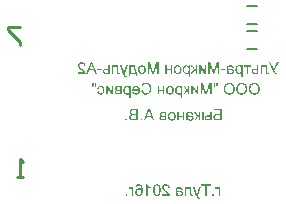
<source format=gbo>
G04 Layer_Color=32896*
%FSLAX25Y25*%
%MOIN*%
G70*
G01*
G75*
%ADD39C,0.00787*%
%ADD41C,0.01000*%
G36*
X47203Y29626D02*
X46667D01*
Y30163D01*
X47203D01*
Y29626D01*
D02*
G37*
G36*
X45810D02*
X44350D01*
X44216Y29630D01*
X44096Y29634D01*
X43992Y29647D01*
X43942Y29651D01*
X43900Y29659D01*
X43863Y29663D01*
X43830Y29668D01*
X43800Y29676D01*
X43775Y29680D01*
X43755Y29684D01*
X43742D01*
X43734Y29688D01*
X43730D01*
X43638Y29713D01*
X43555Y29743D01*
X43484Y29776D01*
X43426Y29805D01*
X43376Y29834D01*
X43339Y29855D01*
X43318Y29871D01*
X43310Y29876D01*
X43247Y29930D01*
X43193Y29988D01*
X43143Y30046D01*
X43106Y30104D01*
X43072Y30154D01*
X43047Y30196D01*
X43039Y30213D01*
X43031Y30225D01*
X43027Y30229D01*
Y30233D01*
X42989Y30321D01*
X42960Y30412D01*
X42939Y30495D01*
X42923Y30575D01*
X42914Y30641D01*
Y30666D01*
X42910Y30691D01*
Y30712D01*
Y30724D01*
Y30733D01*
Y30737D01*
Y30799D01*
X42918Y30857D01*
X42939Y30970D01*
X42972Y31069D01*
X43006Y31153D01*
X43022Y31190D01*
X43039Y31223D01*
X43056Y31253D01*
X43072Y31277D01*
X43085Y31294D01*
X43093Y31307D01*
X43097Y31315D01*
X43102Y31319D01*
X43176Y31407D01*
X43264Y31477D01*
X43351Y31540D01*
X43438Y31585D01*
X43513Y31623D01*
X43547Y31635D01*
X43576Y31648D01*
X43601Y31656D01*
X43617Y31664D01*
X43630Y31668D01*
X43634D01*
X43538Y31723D01*
X43459Y31781D01*
X43389Y31839D01*
X43334Y31893D01*
X43289Y31943D01*
X43260Y31980D01*
X43247Y31997D01*
X43239Y32010D01*
X43235Y32014D01*
Y32018D01*
X43189Y32101D01*
X43156Y32180D01*
X43131Y32259D01*
X43114Y32330D01*
X43106Y32392D01*
X43097Y32438D01*
Y32455D01*
Y32467D01*
Y32476D01*
Y32480D01*
X43106Y32580D01*
X43122Y32671D01*
X43147Y32759D01*
X43172Y32833D01*
X43201Y32896D01*
X43214Y32925D01*
X43226Y32946D01*
X43239Y32962D01*
X43243Y32975D01*
X43251Y32983D01*
Y32987D01*
X43314Y33070D01*
X43380Y33145D01*
X43447Y33208D01*
X43513Y33258D01*
X43576Y33295D01*
X43622Y33324D01*
X43642Y33332D01*
X43655Y33341D01*
X43663Y33345D01*
X43667D01*
X43775Y33387D01*
X43888Y33416D01*
X44008Y33437D01*
X44117Y33449D01*
X44171Y33457D01*
X44216Y33461D01*
X44262D01*
X44300Y33466D01*
X45810D01*
Y29626D01*
D02*
G37*
G36*
X55249D02*
X54001D01*
X53913Y29630D01*
X53830Y29634D01*
X53751Y29643D01*
X53680Y29655D01*
X53614Y29668D01*
X53551Y29684D01*
X53497Y29701D01*
X53447Y29722D01*
X53406Y29738D01*
X53364Y29755D01*
X53335Y29772D01*
X53306Y29784D01*
X53285Y29797D01*
X53273Y29805D01*
X53264Y29813D01*
X53260D01*
X53214Y29851D01*
X53173Y29892D01*
X53140Y29938D01*
X53106Y29984D01*
X53077Y30034D01*
X53056Y30084D01*
X53019Y30179D01*
X52994Y30267D01*
X52986Y30304D01*
X52982Y30333D01*
X52977Y30362D01*
X52973Y30383D01*
Y30396D01*
Y30400D01*
X52977Y30491D01*
X52994Y30570D01*
X53015Y30645D01*
X53040Y30708D01*
X53065Y30757D01*
X53086Y30795D01*
X53102Y30820D01*
X53106Y30828D01*
X53156Y30891D01*
X53210Y30941D01*
X53264Y30986D01*
X53318Y31020D01*
X53360Y31045D01*
X53398Y31061D01*
X53422Y31069D01*
X53427Y31074D01*
X53431D01*
X53373Y31111D01*
X53323Y31153D01*
X53277Y31194D01*
X53243Y31236D01*
X53214Y31269D01*
X53198Y31294D01*
X53185Y31311D01*
X53181Y31319D01*
X53152Y31377D01*
X53131Y31436D01*
X53119Y31494D01*
X53106Y31552D01*
X53102Y31598D01*
X53098Y31635D01*
Y31660D01*
Y31664D01*
Y31668D01*
X53102Y31760D01*
X53119Y31839D01*
X53144Y31914D01*
X53169Y31976D01*
X53194Y32026D01*
X53219Y32064D01*
X53235Y32085D01*
X53239Y32093D01*
X53294Y32155D01*
X53352Y32205D01*
X53410Y32251D01*
X53460Y32284D01*
X53506Y32309D01*
X53543Y32326D01*
X53568Y32334D01*
X53572Y32338D01*
X53576D01*
X53614Y32351D01*
X53655Y32363D01*
X53751Y32380D01*
X53847Y32392D01*
X53942Y32401D01*
X54030Y32405D01*
X54067Y32409D01*
X55249D01*
Y29626D01*
D02*
G37*
G36*
X51272D02*
X50735D01*
X50319Y30787D01*
X48705D01*
X48260Y29626D01*
X47682D01*
X49254Y33466D01*
X49803D01*
X51272Y29626D01*
D02*
G37*
G36*
X42136D02*
X41600D01*
Y30163D01*
X42136D01*
Y29626D01*
D02*
G37*
G36*
X76670Y48019D02*
X76791Y48006D01*
X76899Y47989D01*
X76949Y47981D01*
X76990Y47973D01*
X77032Y47964D01*
X77069Y47956D01*
X77099Y47948D01*
X77123Y47939D01*
X77144Y47931D01*
X77161Y47927D01*
X77169Y47923D01*
X77173D01*
X77269Y47881D01*
X77352Y47835D01*
X77423Y47790D01*
X77481Y47744D01*
X77527Y47702D01*
X77560Y47669D01*
X77581Y47648D01*
X77589Y47644D01*
Y47640D01*
X77639Y47569D01*
X77681Y47490D01*
X77714Y47411D01*
X77743Y47336D01*
X77764Y47270D01*
X77772Y47240D01*
X77781Y47216D01*
X77785Y47195D01*
X77789Y47178D01*
X77793Y47170D01*
Y47166D01*
X77331Y47103D01*
X77315Y47157D01*
X77298Y47207D01*
X77265Y47290D01*
X77223Y47365D01*
X77186Y47419D01*
X77153Y47461D01*
X77123Y47494D01*
X77107Y47511D01*
X77099Y47515D01*
X77032Y47552D01*
X76953Y47582D01*
X76874Y47602D01*
X76795Y47619D01*
X76720Y47627D01*
X76691D01*
X76662Y47632D01*
X76608D01*
X76483Y47623D01*
X76375Y47607D01*
X76283Y47582D01*
X76208Y47552D01*
X76150Y47519D01*
X76129Y47507D01*
X76108Y47494D01*
X76092Y47486D01*
X76083Y47478D01*
X76075Y47469D01*
X76029Y47419D01*
X75996Y47357D01*
X75971Y47290D01*
X75955Y47224D01*
X75946Y47161D01*
X75938Y47112D01*
Y47095D01*
Y47078D01*
Y47070D01*
Y47066D01*
Y47053D01*
Y47037D01*
Y46995D01*
X75942Y46978D01*
Y46962D01*
Y46949D01*
Y46945D01*
X75996Y46929D01*
X76054Y46912D01*
X76121Y46895D01*
X76187Y46879D01*
X76325Y46850D01*
X76462Y46824D01*
X76529Y46816D01*
X76587Y46808D01*
X76641Y46800D01*
X76691Y46791D01*
X76728Y46787D01*
X76757Y46783D01*
X76774Y46779D01*
X76782D01*
X76882Y46766D01*
X76965Y46754D01*
X77040Y46741D01*
X77099Y46733D01*
X77144Y46720D01*
X77178Y46716D01*
X77194Y46708D01*
X77202D01*
X77269Y46687D01*
X77336Y46662D01*
X77394Y46637D01*
X77444Y46612D01*
X77485Y46592D01*
X77514Y46571D01*
X77535Y46558D01*
X77544Y46554D01*
X77598Y46512D01*
X77643Y46471D01*
X77685Y46425D01*
X77718Y46384D01*
X77747Y46342D01*
X77768Y46313D01*
X77781Y46292D01*
X77785Y46284D01*
X77814Y46217D01*
X77839Y46155D01*
X77856Y46092D01*
X77864Y46034D01*
X77872Y45984D01*
X77876Y45943D01*
Y45918D01*
Y45913D01*
Y45909D01*
X77872Y45847D01*
X77864Y45785D01*
X77856Y45726D01*
X77839Y45672D01*
X77797Y45572D01*
X77752Y45493D01*
X77731Y45456D01*
X77710Y45427D01*
X77689Y45398D01*
X77668Y45377D01*
X77652Y45360D01*
X77643Y45348D01*
X77635Y45339D01*
X77631Y45335D01*
X77581Y45298D01*
X77531Y45265D01*
X77473Y45231D01*
X77419Y45206D01*
X77302Y45169D01*
X77186Y45144D01*
X77136Y45131D01*
X77086Y45127D01*
X77040Y45123D01*
X77003Y45119D01*
X76974Y45115D01*
X76928D01*
X76824Y45119D01*
X76728Y45127D01*
X76641Y45144D01*
X76562Y45160D01*
X76499Y45177D01*
X76470Y45186D01*
X76450Y45194D01*
X76433Y45198D01*
X76420Y45202D01*
X76412Y45206D01*
X76408D01*
X76316Y45248D01*
X76225Y45294D01*
X76142Y45348D01*
X76063Y45402D01*
X75996Y45448D01*
X75971Y45472D01*
X75946Y45489D01*
X75925Y45506D01*
X75913Y45518D01*
X75905Y45522D01*
X75900Y45527D01*
X75892Y45452D01*
X75880Y45385D01*
X75863Y45327D01*
X75846Y45277D01*
X75834Y45235D01*
X75821Y45202D01*
X75813Y45186D01*
X75809Y45177D01*
X75318D01*
X75347Y45235D01*
X75372Y45298D01*
X75393Y45352D01*
X75410Y45402D01*
X75422Y45448D01*
X75430Y45481D01*
X75434Y45502D01*
Y45510D01*
X75439Y45547D01*
X75443Y45597D01*
X75447Y45651D01*
X75451Y45714D01*
X75455Y45780D01*
Y45851D01*
X75459Y45992D01*
Y46059D01*
X75464Y46126D01*
Y46184D01*
Y46238D01*
Y46280D01*
Y46313D01*
Y46334D01*
Y46342D01*
Y46970D01*
Y47028D01*
Y47078D01*
X75468Y47124D01*
Y47170D01*
X75472Y47245D01*
X75476Y47303D01*
X75480Y47349D01*
X75484Y47378D01*
X75489Y47399D01*
Y47403D01*
X75505Y47473D01*
X75530Y47536D01*
X75555Y47590D01*
X75580Y47636D01*
X75601Y47673D01*
X75622Y47702D01*
X75634Y47719D01*
X75638Y47723D01*
X75684Y47769D01*
X75734Y47810D01*
X75788Y47848D01*
X75842Y47877D01*
X75892Y47902D01*
X75929Y47919D01*
X75946Y47927D01*
X75959Y47931D01*
X75963Y47935D01*
X75967D01*
X76054Y47964D01*
X76150Y47985D01*
X76246Y48002D01*
X76337Y48010D01*
X76416Y48019D01*
X76454D01*
X76483Y48023D01*
X76541D01*
X76670Y48019D01*
D02*
G37*
G36*
X57172Y45177D02*
X56702D01*
Y46413D01*
X55396D01*
Y45177D01*
X54926D01*
Y47960D01*
X55396D01*
Y46800D01*
X56702D01*
Y47960D01*
X57172D01*
Y45177D01*
D02*
G37*
G36*
X57204Y32467D02*
X57295Y32459D01*
X57379Y32442D01*
X57462Y32421D01*
X57541Y32401D01*
X57612Y32372D01*
X57678Y32347D01*
X57736Y32318D01*
X57795Y32288D01*
X57840Y32259D01*
X57882Y32230D01*
X57919Y32209D01*
X57944Y32188D01*
X57965Y32172D01*
X57978Y32164D01*
X57982Y32159D01*
X58057Y32085D01*
X58123Y32006D01*
X58182Y31918D01*
X58231Y31827D01*
X58269Y31731D01*
X58306Y31635D01*
X58335Y31540D01*
X58356Y31448D01*
X58373Y31361D01*
X58390Y31282D01*
X58398Y31207D01*
X58402Y31140D01*
X58406Y31090D01*
X58410Y31049D01*
Y31024D01*
Y31020D01*
Y31015D01*
X58406Y30887D01*
X58394Y30766D01*
X58377Y30654D01*
X58356Y30549D01*
X58327Y30454D01*
X58298Y30367D01*
X58265Y30287D01*
X58231Y30213D01*
X58198Y30150D01*
X58165Y30092D01*
X58136Y30046D01*
X58107Y30009D01*
X58086Y29975D01*
X58069Y29955D01*
X58057Y29942D01*
X58052Y29938D01*
X57982Y29871D01*
X57907Y29813D01*
X57832Y29763D01*
X57753Y29722D01*
X57674Y29684D01*
X57595Y29655D01*
X57520Y29630D01*
X57445Y29609D01*
X57374Y29597D01*
X57312Y29584D01*
X57254Y29576D01*
X57204Y29568D01*
X57162D01*
X57133Y29564D01*
X57108D01*
X56975Y29572D01*
X56850Y29588D01*
X56738Y29618D01*
X56684Y29630D01*
X56638Y29647D01*
X56592Y29663D01*
X56555Y29676D01*
X56522Y29693D01*
X56493Y29705D01*
X56467Y29713D01*
X56451Y29722D01*
X56443Y29730D01*
X56438D01*
X56330Y29801D01*
X56235Y29876D01*
X56156Y29955D01*
X56089Y30034D01*
X56035Y30100D01*
X56014Y30134D01*
X55998Y30158D01*
X55985Y30179D01*
X55977Y30196D01*
X55968Y30204D01*
Y30208D01*
X55939Y30271D01*
X55914Y30333D01*
X55873Y30470D01*
X55844Y30612D01*
X55827Y30745D01*
X55819Y30807D01*
X55814Y30866D01*
X55810Y30920D01*
Y30966D01*
X55806Y31003D01*
Y31028D01*
Y31049D01*
Y31053D01*
X55810Y31174D01*
X55823Y31290D01*
X55839Y31398D01*
X55864Y31498D01*
X55889Y31589D01*
X55923Y31673D01*
X55956Y31752D01*
X55989Y31822D01*
X56022Y31885D01*
X56056Y31939D01*
X56089Y31985D01*
X56114Y32022D01*
X56139Y32055D01*
X56156Y32076D01*
X56168Y32089D01*
X56172Y32093D01*
X56243Y32159D01*
X56318Y32218D01*
X56393Y32268D01*
X56472Y32313D01*
X56551Y32347D01*
X56626Y32380D01*
X56705Y32405D01*
X56775Y32426D01*
X56846Y32438D01*
X56909Y32451D01*
X56963Y32459D01*
X57012Y32467D01*
X57054D01*
X57083Y32471D01*
X57108D01*
X57204Y32467D01*
D02*
G37*
G36*
X27137Y49025D02*
X27233Y49017D01*
X27320Y49004D01*
X27403Y48984D01*
X27482Y48963D01*
X27553Y48938D01*
X27619Y48913D01*
X27678Y48888D01*
X27732Y48859D01*
X27777Y48834D01*
X27819Y48809D01*
X27852Y48788D01*
X27877Y48767D01*
X27894Y48755D01*
X27907Y48746D01*
X27911Y48742D01*
X27969Y48688D01*
X28019Y48626D01*
X28065Y48563D01*
X28106Y48493D01*
X28139Y48426D01*
X28173Y48360D01*
X28198Y48289D01*
X28218Y48226D01*
X28239Y48164D01*
X28252Y48106D01*
X28264Y48052D01*
X28273Y48006D01*
X28277Y47969D01*
X28281Y47944D01*
X28285Y47927D01*
Y47919D01*
X27803Y47869D01*
X27798Y47935D01*
X27794Y47998D01*
X27769Y48106D01*
X27736Y48206D01*
X27719Y48247D01*
X27698Y48285D01*
X27682Y48318D01*
X27661Y48347D01*
X27644Y48372D01*
X27632Y48393D01*
X27615Y48410D01*
X27607Y48422D01*
X27603Y48426D01*
X27599Y48430D01*
X27557Y48468D01*
X27515Y48501D01*
X27470Y48526D01*
X27424Y48551D01*
X27332Y48588D01*
X27245Y48613D01*
X27170Y48626D01*
X27137Y48634D01*
X27108D01*
X27083Y48638D01*
X26991D01*
X26933Y48630D01*
X26829Y48609D01*
X26742Y48576D01*
X26663Y48543D01*
X26604Y48505D01*
X26579Y48489D01*
X26559Y48472D01*
X26542Y48459D01*
X26529Y48451D01*
X26525Y48447D01*
X26521Y48443D01*
X26484Y48405D01*
X26455Y48368D01*
X26425Y48331D01*
X26405Y48289D01*
X26367Y48210D01*
X26342Y48135D01*
X26330Y48072D01*
X26322Y48043D01*
Y48019D01*
X26317Y48002D01*
Y47985D01*
Y47977D01*
Y47973D01*
X26322Y47923D01*
X26326Y47873D01*
X26351Y47773D01*
X26388Y47677D01*
X26430Y47590D01*
X26471Y47515D01*
X26488Y47486D01*
X26509Y47457D01*
X26521Y47436D01*
X26534Y47419D01*
X26538Y47411D01*
X26542Y47407D01*
X26588Y47349D01*
X26642Y47286D01*
X26704Y47220D01*
X26771Y47153D01*
X26908Y47016D01*
X27049Y46887D01*
X27116Y46824D01*
X27183Y46770D01*
X27241Y46720D01*
X27291Y46679D01*
X27332Y46641D01*
X27362Y46617D01*
X27382Y46596D01*
X27391Y46592D01*
X27466Y46529D01*
X27532Y46471D01*
X27599Y46417D01*
X27657Y46363D01*
X27715Y46313D01*
X27765Y46263D01*
X27811Y46221D01*
X27852Y46180D01*
X27890Y46142D01*
X27919Y46109D01*
X27948Y46080D01*
X27969Y46059D01*
X27990Y46038D01*
X28002Y46026D01*
X28006Y46018D01*
X28010Y46013D01*
X28085Y45922D01*
X28148Y45830D01*
X28202Y45743D01*
X28243Y45664D01*
X28277Y45597D01*
X28289Y45568D01*
X28302Y45547D01*
X28310Y45527D01*
X28314Y45514D01*
X28318Y45506D01*
Y45502D01*
X28339Y45443D01*
X28352Y45385D01*
X28364Y45331D01*
X28368Y45281D01*
X28372Y45240D01*
Y45206D01*
Y45186D01*
Y45177D01*
X25831D01*
Y45631D01*
X27723D01*
X27657Y45722D01*
X27624Y45764D01*
X27590Y45801D01*
X27561Y45834D01*
X27540Y45859D01*
X27524Y45876D01*
X27520Y45880D01*
X27495Y45905D01*
X27461Y45939D01*
X27424Y45972D01*
X27382Y46009D01*
X27295Y46092D01*
X27203Y46171D01*
X27116Y46246D01*
X27079Y46280D01*
X27041Y46309D01*
X27016Y46334D01*
X26991Y46350D01*
X26979Y46363D01*
X26975Y46367D01*
X26883Y46446D01*
X26796Y46521D01*
X26717Y46587D01*
X26646Y46654D01*
X26579Y46712D01*
X26521Y46770D01*
X26467Y46820D01*
X26417Y46866D01*
X26376Y46904D01*
X26342Y46941D01*
X26313Y46970D01*
X26288Y46995D01*
X26272Y47016D01*
X26255Y47028D01*
X26251Y47037D01*
X26247Y47041D01*
X26168Y47132D01*
X26105Y47216D01*
X26051Y47295D01*
X26005Y47365D01*
X25972Y47424D01*
X25947Y47469D01*
X25939Y47486D01*
X25935Y47499D01*
X25931Y47503D01*
Y47507D01*
X25897Y47590D01*
X25876Y47673D01*
X25860Y47748D01*
X25847Y47819D01*
X25839Y47877D01*
X25835Y47923D01*
Y47939D01*
Y47952D01*
Y47956D01*
Y47960D01*
X25839Y48043D01*
X25847Y48122D01*
X25864Y48197D01*
X25885Y48272D01*
X25910Y48339D01*
X25939Y48401D01*
X25968Y48459D01*
X25997Y48509D01*
X26026Y48559D01*
X26055Y48601D01*
X26084Y48638D01*
X26109Y48667D01*
X26130Y48688D01*
X26147Y48709D01*
X26155Y48717D01*
X26159Y48722D01*
X26222Y48776D01*
X26288Y48821D01*
X26359Y48863D01*
X26434Y48900D01*
X26505Y48930D01*
X26579Y48954D01*
X26650Y48975D01*
X26721Y48992D01*
X26783Y49004D01*
X26846Y49013D01*
X26900Y49021D01*
X26945Y49025D01*
X26983Y49029D01*
X27037D01*
X27137Y49025D01*
D02*
G37*
G36*
X67733Y29626D02*
X67263D01*
Y32409D01*
X67733D01*
Y29626D01*
D02*
G37*
G36*
X59465Y41129D02*
X59556Y41116D01*
X59635Y41100D01*
X59702Y41079D01*
X59756Y41058D01*
X59798Y41041D01*
X59822Y41029D01*
X59827Y41025D01*
X59831D01*
X59901Y40979D01*
X59964Y40929D01*
X60022Y40875D01*
X60072Y40825D01*
X60114Y40779D01*
X60147Y40738D01*
X60164Y40713D01*
X60172Y40709D01*
Y41070D01*
X60600D01*
Y37222D01*
X60130D01*
Y38574D01*
X60084Y38520D01*
X60035Y38470D01*
X59985Y38425D01*
X59935Y38391D01*
X59893Y38362D01*
X59856Y38337D01*
X59835Y38325D01*
X59827Y38321D01*
X59756Y38287D01*
X59681Y38267D01*
X59610Y38250D01*
X59544Y38238D01*
X59486Y38229D01*
X59444Y38225D01*
X59402D01*
X59340Y38229D01*
X59282Y38233D01*
X59169Y38254D01*
X59065Y38283D01*
X58974Y38317D01*
X58932Y38333D01*
X58895Y38346D01*
X58866Y38362D01*
X58837Y38375D01*
X58816Y38387D01*
X58799Y38396D01*
X58791Y38404D01*
X58787D01*
X58683Y38479D01*
X58595Y38562D01*
X58516Y38649D01*
X58454Y38737D01*
X58404Y38812D01*
X58387Y38845D01*
X58371Y38874D01*
X58358Y38895D01*
X58350Y38911D01*
X58341Y38924D01*
Y38928D01*
X58292Y39061D01*
X58254Y39194D01*
X58225Y39323D01*
X58208Y39440D01*
X58200Y39494D01*
X58196Y39544D01*
X58192Y39590D01*
Y39627D01*
X58188Y39656D01*
Y39677D01*
Y39693D01*
Y39698D01*
X58192Y39843D01*
X58208Y39981D01*
X58233Y40105D01*
X58246Y40159D01*
X58258Y40214D01*
X58271Y40259D01*
X58283Y40305D01*
X58296Y40343D01*
X58308Y40372D01*
X58316Y40396D01*
X58325Y40413D01*
X58329Y40426D01*
Y40430D01*
X58387Y40546D01*
X58450Y40650D01*
X58520Y40738D01*
X58587Y40813D01*
X58645Y40871D01*
X58695Y40912D01*
X58716Y40925D01*
X58728Y40937D01*
X58737Y40946D01*
X58741D01*
X58791Y40979D01*
X58845Y41008D01*
X58953Y41054D01*
X59057Y41087D01*
X59157Y41108D01*
X59203Y41116D01*
X59240Y41124D01*
X59277Y41129D01*
X59311D01*
X59336Y41133D01*
X59369D01*
X59465Y41129D01*
D02*
G37*
G36*
X42192D02*
X42284Y41116D01*
X42363Y41100D01*
X42430Y41079D01*
X42484Y41058D01*
X42525Y41041D01*
X42550Y41029D01*
X42554Y41025D01*
X42558D01*
X42629Y40979D01*
X42692Y40929D01*
X42750Y40875D01*
X42800Y40825D01*
X42841Y40779D01*
X42875Y40738D01*
X42891Y40713D01*
X42900Y40709D01*
Y41070D01*
X43328D01*
Y37222D01*
X42858D01*
Y38574D01*
X42812Y38520D01*
X42762Y38470D01*
X42712Y38425D01*
X42662Y38391D01*
X42621Y38362D01*
X42583Y38337D01*
X42563Y38325D01*
X42554Y38321D01*
X42484Y38287D01*
X42409Y38267D01*
X42338Y38250D01*
X42271Y38238D01*
X42213Y38229D01*
X42172Y38225D01*
X42130D01*
X42068Y38229D01*
X42009Y38233D01*
X41897Y38254D01*
X41793Y38283D01*
X41701Y38317D01*
X41660Y38333D01*
X41622Y38346D01*
X41593Y38362D01*
X41564Y38375D01*
X41543Y38387D01*
X41527Y38396D01*
X41518Y38404D01*
X41514D01*
X41410Y38479D01*
X41323Y38562D01*
X41244Y38649D01*
X41181Y38737D01*
X41132Y38812D01*
X41115Y38845D01*
X41098Y38874D01*
X41086Y38895D01*
X41078Y38911D01*
X41069Y38924D01*
Y38928D01*
X41019Y39061D01*
X40982Y39194D01*
X40953Y39323D01*
X40936Y39440D01*
X40928Y39494D01*
X40924Y39544D01*
X40919Y39590D01*
Y39627D01*
X40915Y39656D01*
Y39677D01*
Y39693D01*
Y39698D01*
X40919Y39843D01*
X40936Y39981D01*
X40961Y40105D01*
X40973Y40159D01*
X40986Y40214D01*
X40998Y40259D01*
X41011Y40305D01*
X41023Y40343D01*
X41036Y40372D01*
X41044Y40396D01*
X41052Y40413D01*
X41057Y40426D01*
Y40430D01*
X41115Y40546D01*
X41177Y40650D01*
X41248Y40738D01*
X41315Y40813D01*
X41373Y40871D01*
X41423Y40912D01*
X41444Y40925D01*
X41456Y40937D01*
X41464Y40946D01*
X41469D01*
X41518Y40979D01*
X41572Y41008D01*
X41681Y41054D01*
X41785Y41087D01*
X41884Y41108D01*
X41930Y41116D01*
X41968Y41124D01*
X42005Y41129D01*
X42038D01*
X42063Y41133D01*
X42097D01*
X42192Y41129D01*
D02*
G37*
G36*
X76383Y42189D02*
X76525Y42169D01*
X76658Y42144D01*
X76783Y42110D01*
X76903Y42069D01*
X77012Y42023D01*
X77111Y41973D01*
X77203Y41923D01*
X77286Y41873D01*
X77357Y41823D01*
X77415Y41778D01*
X77469Y41736D01*
X77507Y41703D01*
X77536Y41678D01*
X77557Y41657D01*
X77561Y41653D01*
X77652Y41549D01*
X77731Y41432D01*
X77798Y41316D01*
X77856Y41191D01*
X77906Y41066D01*
X77948Y40942D01*
X77981Y40821D01*
X78010Y40700D01*
X78031Y40588D01*
X78043Y40488D01*
X78056Y40392D01*
X78064Y40313D01*
X78068Y40247D01*
Y40222D01*
X78072Y40197D01*
Y40180D01*
Y40168D01*
Y40159D01*
Y40155D01*
X78068Y40064D01*
X78064Y39968D01*
X78039Y39793D01*
X78022Y39710D01*
X78006Y39631D01*
X77985Y39556D01*
X77964Y39490D01*
X77943Y39423D01*
X77923Y39369D01*
X77906Y39319D01*
X77889Y39277D01*
X77877Y39244D01*
X77864Y39219D01*
X77860Y39203D01*
X77856Y39198D01*
X77810Y39115D01*
X77764Y39036D01*
X77715Y38965D01*
X77661Y38895D01*
X77606Y38832D01*
X77552Y38774D01*
X77502Y38720D01*
X77448Y38670D01*
X77398Y38629D01*
X77353Y38591D01*
X77311Y38558D01*
X77278Y38533D01*
X77249Y38512D01*
X77224Y38495D01*
X77211Y38487D01*
X77207Y38483D01*
X77124Y38437D01*
X77041Y38400D01*
X76957Y38362D01*
X76874Y38333D01*
X76791Y38308D01*
X76712Y38287D01*
X76633Y38271D01*
X76562Y38258D01*
X76492Y38246D01*
X76433Y38238D01*
X76375Y38233D01*
X76329Y38229D01*
X76292Y38225D01*
X76238D01*
X76146Y38229D01*
X76055Y38233D01*
X75880Y38263D01*
X75801Y38279D01*
X75722Y38300D01*
X75651Y38321D01*
X75585Y38342D01*
X75522Y38362D01*
X75468Y38383D01*
X75422Y38404D01*
X75381Y38421D01*
X75348Y38437D01*
X75327Y38450D01*
X75310Y38454D01*
X75306Y38458D01*
X75227Y38504D01*
X75152Y38558D01*
X75081Y38612D01*
X75019Y38666D01*
X74961Y38724D01*
X74902Y38783D01*
X74853Y38841D01*
X74807Y38895D01*
X74769Y38949D01*
X74732Y38999D01*
X74703Y39044D01*
X74678Y39082D01*
X74661Y39111D01*
X74649Y39136D01*
X74640Y39153D01*
X74636Y39157D01*
X74595Y39244D01*
X74557Y39336D01*
X74528Y39423D01*
X74499Y39515D01*
X74474Y39602D01*
X74457Y39689D01*
X74441Y39772D01*
X74428Y39852D01*
X74420Y39926D01*
X74412Y39993D01*
X74407Y40051D01*
X74403Y40101D01*
X74399Y40143D01*
Y40176D01*
Y40193D01*
Y40201D01*
X74403Y40309D01*
X74407Y40409D01*
X74420Y40509D01*
X74432Y40604D01*
X74449Y40692D01*
X74470Y40779D01*
X74491Y40858D01*
X74511Y40929D01*
X74532Y40996D01*
X74553Y41054D01*
X74570Y41108D01*
X74590Y41150D01*
X74603Y41183D01*
X74615Y41208D01*
X74620Y41224D01*
X74624Y41229D01*
X74669Y41312D01*
X74715Y41391D01*
X74769Y41466D01*
X74819Y41532D01*
X74873Y41595D01*
X74927Y41653D01*
X74981Y41707D01*
X75036Y41757D01*
X75086Y41798D01*
X75131Y41836D01*
X75169Y41869D01*
X75206Y41894D01*
X75235Y41915D01*
X75256Y41927D01*
X75273Y41936D01*
X75277Y41940D01*
X75360Y41986D01*
X75439Y42023D01*
X75522Y42056D01*
X75605Y42085D01*
X75689Y42110D01*
X75768Y42131D01*
X75843Y42148D01*
X75918Y42160D01*
X75984Y42173D01*
X76042Y42181D01*
X76096Y42185D01*
X76146Y42189D01*
X76184Y42194D01*
X76234D01*
X76383Y42189D01*
D02*
G37*
G36*
X56586Y41129D02*
X56678Y41120D01*
X56761Y41104D01*
X56844Y41083D01*
X56923Y41062D01*
X56994Y41033D01*
X57060Y41008D01*
X57118Y40979D01*
X57177Y40950D01*
X57222Y40921D01*
X57264Y40892D01*
X57301Y40871D01*
X57326Y40850D01*
X57347Y40833D01*
X57360Y40825D01*
X57364Y40821D01*
X57439Y40746D01*
X57505Y40667D01*
X57564Y40580D01*
X57613Y40488D01*
X57651Y40392D01*
X57688Y40297D01*
X57718Y40201D01*
X57738Y40110D01*
X57755Y40022D01*
X57772Y39943D01*
X57780Y39868D01*
X57784Y39802D01*
X57788Y39752D01*
X57792Y39710D01*
Y39685D01*
Y39681D01*
Y39677D01*
X57788Y39548D01*
X57776Y39427D01*
X57759Y39315D01*
X57738Y39211D01*
X57709Y39115D01*
X57680Y39028D01*
X57647Y38949D01*
X57613Y38874D01*
X57580Y38812D01*
X57547Y38753D01*
X57518Y38708D01*
X57489Y38670D01*
X57468Y38637D01*
X57451Y38616D01*
X57439Y38604D01*
X57435Y38599D01*
X57364Y38533D01*
X57289Y38475D01*
X57214Y38425D01*
X57135Y38383D01*
X57056Y38346D01*
X56977Y38317D01*
X56902Y38292D01*
X56827Y38271D01*
X56757Y38258D01*
X56694Y38246D01*
X56636Y38238D01*
X56586Y38229D01*
X56544D01*
X56515Y38225D01*
X56490D01*
X56357Y38233D01*
X56232Y38250D01*
X56120Y38279D01*
X56066Y38292D01*
X56020Y38308D01*
X55974Y38325D01*
X55937Y38337D01*
X55904Y38354D01*
X55875Y38366D01*
X55850Y38375D01*
X55833Y38383D01*
X55825Y38391D01*
X55821D01*
X55712Y38462D01*
X55617Y38537D01*
X55538Y38616D01*
X55471Y38695D01*
X55417Y38762D01*
X55396Y38795D01*
X55380Y38820D01*
X55367Y38841D01*
X55359Y38857D01*
X55350Y38866D01*
Y38870D01*
X55321Y38932D01*
X55296Y38995D01*
X55255Y39132D01*
X55226Y39273D01*
X55209Y39406D01*
X55201Y39469D01*
X55196Y39527D01*
X55192Y39581D01*
Y39627D01*
X55188Y39664D01*
Y39689D01*
Y39710D01*
Y39714D01*
X55192Y39835D01*
X55205Y39951D01*
X55221Y40060D01*
X55246Y40159D01*
X55271Y40251D01*
X55305Y40334D01*
X55338Y40413D01*
X55371Y40484D01*
X55405Y40546D01*
X55438Y40600D01*
X55471Y40646D01*
X55496Y40684D01*
X55521Y40717D01*
X55538Y40738D01*
X55550Y40750D01*
X55554Y40754D01*
X55625Y40821D01*
X55700Y40879D01*
X55775Y40929D01*
X55854Y40975D01*
X55933Y41008D01*
X56008Y41041D01*
X56087Y41066D01*
X56157Y41087D01*
X56228Y41100D01*
X56291Y41112D01*
X56345Y41120D01*
X56395Y41129D01*
X56436D01*
X56465Y41133D01*
X56490D01*
X56586Y41129D01*
D02*
G37*
G36*
X63132Y32467D02*
X63253Y32455D01*
X63361Y32438D01*
X63411Y32430D01*
X63452Y32421D01*
X63494Y32413D01*
X63531Y32405D01*
X63560Y32397D01*
X63585Y32388D01*
X63606Y32380D01*
X63623Y32376D01*
X63631Y32372D01*
X63635D01*
X63731Y32330D01*
X63814Y32284D01*
X63885Y32239D01*
X63943Y32193D01*
X63989Y32151D01*
X64022Y32118D01*
X64043Y32097D01*
X64051Y32093D01*
Y32089D01*
X64101Y32018D01*
X64143Y31939D01*
X64176Y31860D01*
X64205Y31785D01*
X64226Y31719D01*
X64234Y31689D01*
X64243Y31664D01*
X64247Y31644D01*
X64251Y31627D01*
X64255Y31619D01*
Y31615D01*
X63793Y31552D01*
X63777Y31606D01*
X63760Y31656D01*
X63727Y31739D01*
X63685Y31814D01*
X63648Y31868D01*
X63614Y31910D01*
X63585Y31943D01*
X63569Y31960D01*
X63560Y31964D01*
X63494Y32001D01*
X63415Y32030D01*
X63336Y32051D01*
X63257Y32068D01*
X63182Y32076D01*
X63153D01*
X63124Y32080D01*
X63069D01*
X62945Y32072D01*
X62836Y32055D01*
X62745Y32030D01*
X62670Y32001D01*
X62612Y31968D01*
X62591Y31956D01*
X62570Y31943D01*
X62554Y31935D01*
X62545Y31927D01*
X62537Y31918D01*
X62491Y31868D01*
X62458Y31806D01*
X62433Y31739D01*
X62416Y31673D01*
X62408Y31610D01*
X62400Y31560D01*
Y31544D01*
Y31527D01*
Y31519D01*
Y31515D01*
Y31502D01*
Y31486D01*
Y31444D01*
X62404Y31427D01*
Y31411D01*
Y31398D01*
Y31394D01*
X62458Y31377D01*
X62516Y31361D01*
X62583Y31344D01*
X62649Y31327D01*
X62787Y31298D01*
X62924Y31273D01*
X62990Y31265D01*
X63049Y31257D01*
X63103Y31248D01*
X63153Y31240D01*
X63190Y31236D01*
X63219Y31232D01*
X63236Y31228D01*
X63244D01*
X63344Y31215D01*
X63427Y31203D01*
X63502Y31190D01*
X63560Y31182D01*
X63606Y31169D01*
X63639Y31165D01*
X63656Y31157D01*
X63664D01*
X63731Y31136D01*
X63797Y31111D01*
X63856Y31086D01*
X63906Y31061D01*
X63947Y31040D01*
X63976Y31020D01*
X63997Y31007D01*
X64006Y31003D01*
X64060Y30961D01*
X64105Y30920D01*
X64147Y30874D01*
X64180Y30832D01*
X64209Y30791D01*
X64230Y30762D01*
X64243Y30741D01*
X64247Y30733D01*
X64276Y30666D01*
X64301Y30604D01*
X64318Y30541D01*
X64326Y30483D01*
X64334Y30433D01*
X64338Y30391D01*
Y30367D01*
Y30362D01*
Y30358D01*
X64334Y30296D01*
X64326Y30233D01*
X64318Y30175D01*
X64301Y30121D01*
X64259Y30021D01*
X64214Y29942D01*
X64193Y29905D01*
X64172Y29876D01*
X64151Y29847D01*
X64130Y29826D01*
X64114Y29809D01*
X64105Y29797D01*
X64097Y29788D01*
X64093Y29784D01*
X64043Y29747D01*
X63993Y29713D01*
X63935Y29680D01*
X63881Y29655D01*
X63764Y29618D01*
X63648Y29593D01*
X63598Y29580D01*
X63548Y29576D01*
X63502Y29572D01*
X63465Y29568D01*
X63436Y29564D01*
X63390D01*
X63286Y29568D01*
X63190Y29576D01*
X63103Y29593D01*
X63024Y29609D01*
X62961Y29626D01*
X62932Y29634D01*
X62911Y29643D01*
X62895Y29647D01*
X62882Y29651D01*
X62874Y29655D01*
X62870D01*
X62778Y29697D01*
X62687Y29743D01*
X62603Y29797D01*
X62524Y29851D01*
X62458Y29896D01*
X62433Y29921D01*
X62408Y29938D01*
X62387Y29955D01*
X62375Y29967D01*
X62366Y29971D01*
X62362Y29975D01*
X62354Y29901D01*
X62341Y29834D01*
X62325Y29776D01*
X62308Y29726D01*
X62296Y29684D01*
X62283Y29651D01*
X62275Y29634D01*
X62271Y29626D01*
X61780D01*
X61809Y29684D01*
X61834Y29747D01*
X61855Y29801D01*
X61871Y29851D01*
X61884Y29896D01*
X61892Y29930D01*
X61896Y29950D01*
Y29959D01*
X61901Y29996D01*
X61905Y30046D01*
X61909Y30100D01*
X61913Y30163D01*
X61917Y30229D01*
Y30300D01*
X61921Y30441D01*
Y30508D01*
X61926Y30575D01*
Y30633D01*
Y30687D01*
Y30728D01*
Y30762D01*
Y30782D01*
Y30791D01*
Y31419D01*
Y31477D01*
Y31527D01*
X61930Y31573D01*
Y31619D01*
X61934Y31694D01*
X61938Y31752D01*
X61942Y31798D01*
X61946Y31827D01*
X61950Y31847D01*
Y31852D01*
X61967Y31922D01*
X61992Y31985D01*
X62017Y32039D01*
X62042Y32085D01*
X62063Y32122D01*
X62084Y32151D01*
X62096Y32168D01*
X62100Y32172D01*
X62146Y32218D01*
X62196Y32259D01*
X62250Y32297D01*
X62304Y32326D01*
X62354Y32351D01*
X62391Y32367D01*
X62408Y32376D01*
X62420Y32380D01*
X62425Y32384D01*
X62429D01*
X62516Y32413D01*
X62612Y32434D01*
X62708Y32451D01*
X62799Y32459D01*
X62878Y32467D01*
X62915D01*
X62945Y32471D01*
X63003D01*
X63132Y32467D01*
D02*
G37*
G36*
X73819Y29626D02*
X72201D01*
X72097Y29634D01*
X72005Y29643D01*
X71918Y29651D01*
X71839Y29663D01*
X71764Y29676D01*
X71702Y29688D01*
X71643Y29705D01*
X71597Y29722D01*
X71552Y29734D01*
X71518Y29747D01*
X71489Y29759D01*
X71469Y29772D01*
X71452Y29776D01*
X71443Y29784D01*
X71439D01*
X71348Y29847D01*
X71269Y29917D01*
X71202Y29984D01*
X71148Y30050D01*
X71107Y30109D01*
X71078Y30154D01*
X71065Y30171D01*
X71057Y30183D01*
X71052Y30192D01*
Y30196D01*
X71007Y30292D01*
X70973Y30387D01*
X70953Y30479D01*
X70936Y30562D01*
X70928Y30633D01*
X70924Y30662D01*
X70919Y30687D01*
Y30708D01*
Y30724D01*
Y30733D01*
Y30737D01*
Y30803D01*
X70928Y30866D01*
X70948Y30986D01*
X70978Y31090D01*
X70994Y31140D01*
X71011Y31182D01*
X71027Y31223D01*
X71044Y31257D01*
X71061Y31290D01*
X71073Y31315D01*
X71086Y31336D01*
X71094Y31348D01*
X71098Y31356D01*
X71102Y31361D01*
X71177Y31452D01*
X71256Y31531D01*
X71335Y31594D01*
X71410Y31644D01*
X71481Y31681D01*
X71510Y31698D01*
X71535Y31706D01*
X71556Y31714D01*
X71573Y31723D01*
X71581Y31727D01*
X71585D01*
X71643Y31743D01*
X71706Y31760D01*
X71839Y31785D01*
X71972Y31802D01*
X72101Y31814D01*
X72163Y31818D01*
X72217Y31822D01*
X72267D01*
X72313Y31827D01*
X73311D01*
Y33012D01*
X71323D01*
Y33466D01*
X73819D01*
Y29626D01*
D02*
G37*
G36*
X70362D02*
X69189D01*
X69085Y29630D01*
X68989Y29638D01*
X68898Y29647D01*
X68814Y29663D01*
X68739Y29684D01*
X68673Y29705D01*
X68611Y29726D01*
X68556Y29751D01*
X68507Y29772D01*
X68465Y29792D01*
X68432Y29813D01*
X68403Y29834D01*
X68382Y29851D01*
X68365Y29859D01*
X68357Y29867D01*
X68353Y29871D01*
X68307Y29917D01*
X68265Y29967D01*
X68228Y30017D01*
X68199Y30067D01*
X68174Y30117D01*
X68153Y30167D01*
X68120Y30263D01*
X68107Y30304D01*
X68099Y30342D01*
X68095Y30379D01*
X68091Y30408D01*
X68086Y30433D01*
Y30450D01*
Y30462D01*
Y30466D01*
X68091Y30541D01*
X68099Y30608D01*
X68116Y30674D01*
X68136Y30733D01*
X68161Y30787D01*
X68186Y30841D01*
X68215Y30887D01*
X68244Y30928D01*
X68274Y30966D01*
X68303Y30999D01*
X68328Y31028D01*
X68353Y31049D01*
X68374Y31065D01*
X68390Y31082D01*
X68398Y31086D01*
X68403Y31090D01*
X68465Y31132D01*
X68532Y31165D01*
X68602Y31198D01*
X68677Y31223D01*
X68823Y31265D01*
X68968Y31290D01*
X69035Y31298D01*
X69097Y31307D01*
X69151Y31311D01*
X69201Y31315D01*
X69243Y31319D01*
X69892D01*
Y32409D01*
X70362D01*
Y29626D01*
D02*
G37*
G36*
X61193D02*
X60723D01*
Y30861D01*
X59417D01*
Y29626D01*
X58947D01*
Y32409D01*
X59417D01*
Y31248D01*
X60723D01*
Y32409D01*
X61193D01*
Y29626D01*
D02*
G37*
G36*
X66531D02*
X66061D01*
Y30911D01*
X66002Y30907D01*
X65952Y30899D01*
X65907Y30887D01*
X65865Y30870D01*
X65836Y30853D01*
X65811Y30841D01*
X65794Y30832D01*
X65790Y30828D01*
X65769Y30812D01*
X65744Y30791D01*
X65699Y30741D01*
X65653Y30683D01*
X65611Y30624D01*
X65574Y30570D01*
X65545Y30525D01*
X65536Y30508D01*
X65528Y30495D01*
X65520Y30487D01*
Y30483D01*
X65012Y29626D01*
X64492D01*
X65012Y30487D01*
X65066Y30575D01*
X65120Y30649D01*
X65174Y30720D01*
X65228Y30778D01*
X65278Y30832D01*
X65328Y30878D01*
X65374Y30920D01*
X65420Y30953D01*
X65457Y30978D01*
X65495Y31003D01*
X65528Y31020D01*
X65553Y31032D01*
X65578Y31040D01*
X65595Y31049D01*
X65603Y31053D01*
X65607D01*
X65545Y31086D01*
X65486Y31119D01*
X65441Y31153D01*
X65403Y31182D01*
X65374Y31207D01*
X65353Y31228D01*
X65341Y31240D01*
X65337Y31244D01*
X65303Y31290D01*
X65266Y31348D01*
X65233Y31411D01*
X65203Y31473D01*
X65174Y31531D01*
X65154Y31577D01*
X65149Y31598D01*
X65141Y31610D01*
X65137Y31619D01*
Y31623D01*
X65116Y31673D01*
X65095Y31719D01*
X65079Y31760D01*
X65062Y31798D01*
X65045Y31827D01*
X65033Y31856D01*
X65008Y31901D01*
X64991Y31931D01*
X64979Y31951D01*
X64971Y31960D01*
X64966Y31964D01*
X64942Y31985D01*
X64908Y31997D01*
X64871Y32010D01*
X64829Y32014D01*
X64792Y32018D01*
X64758Y32022D01*
X64729D01*
X64596Y32018D01*
Y32409D01*
X64779D01*
X64854Y32405D01*
X64916Y32397D01*
X64966Y32392D01*
X65004Y32384D01*
X65033Y32376D01*
X65050Y32372D01*
X65054D01*
X65095Y32355D01*
X65133Y32334D01*
X65166Y32309D01*
X65195Y32288D01*
X65220Y32263D01*
X65237Y32247D01*
X65249Y32234D01*
X65254Y32230D01*
X65270Y32209D01*
X65287Y32180D01*
X65324Y32118D01*
X65366Y32047D01*
X65399Y31972D01*
X65432Y31906D01*
X65445Y31872D01*
X65457Y31847D01*
X65470Y31827D01*
X65474Y31810D01*
X65482Y31798D01*
Y31793D01*
X65516Y31719D01*
X65545Y31652D01*
X65570Y31594D01*
X65599Y31540D01*
X65619Y31494D01*
X65645Y31452D01*
X65661Y31415D01*
X65682Y31386D01*
X65699Y31361D01*
X65711Y31340D01*
X65724Y31323D01*
X65732Y31311D01*
X65744Y31294D01*
X65749Y31290D01*
X65786Y31261D01*
X65836Y31240D01*
X65886Y31228D01*
X65936Y31219D01*
X65986Y31211D01*
X66023Y31207D01*
X66061D01*
Y32409D01*
X66531D01*
Y29626D01*
D02*
G37*
G36*
X88850Y46121D02*
Y46059D01*
Y46001D01*
X88855Y45951D01*
Y45905D01*
Y45864D01*
X88859Y45830D01*
Y45801D01*
X88863Y45776D01*
X88867Y45755D01*
Y45739D01*
X88871Y45714D01*
X88875Y45701D01*
Y45697D01*
X88896Y45656D01*
X88925Y45626D01*
X88950Y45606D01*
X88955Y45601D01*
X88959D01*
X88984Y45593D01*
X89017Y45585D01*
X89088Y45577D01*
X89117Y45572D01*
X89371D01*
Y45181D01*
X89291Y45173D01*
X89221Y45169D01*
X89158Y45165D01*
X89100D01*
X89054Y45160D01*
X88992D01*
X88896Y45165D01*
X88817Y45177D01*
X88747Y45198D01*
X88688Y45219D01*
X88647Y45235D01*
X88613Y45256D01*
X88597Y45269D01*
X88588Y45273D01*
X88538Y45319D01*
X88501Y45364D01*
X88472Y45410D01*
X88447Y45452D01*
X88430Y45489D01*
X88422Y45518D01*
X88414Y45535D01*
Y45543D01*
X88410Y45577D01*
X88401Y45614D01*
X88397Y45660D01*
X88393Y45710D01*
X88389Y45814D01*
X88385Y45922D01*
Y45972D01*
X88380Y46022D01*
Y46067D01*
Y46105D01*
Y46138D01*
Y46163D01*
Y46180D01*
Y46184D01*
Y47573D01*
X87132D01*
Y45177D01*
X86662D01*
Y47960D01*
X88850D01*
Y46121D01*
D02*
G37*
G36*
X39234D02*
Y46059D01*
Y46001D01*
X39238Y45951D01*
Y45905D01*
Y45864D01*
X39243Y45830D01*
Y45801D01*
X39247Y45776D01*
X39251Y45755D01*
Y45739D01*
X39255Y45714D01*
X39259Y45701D01*
Y45697D01*
X39280Y45656D01*
X39309Y45626D01*
X39334Y45606D01*
X39338Y45601D01*
X39342D01*
X39367Y45593D01*
X39401Y45585D01*
X39471Y45577D01*
X39500Y45572D01*
X39754D01*
Y45181D01*
X39675Y45173D01*
X39604Y45169D01*
X39542Y45165D01*
X39484D01*
X39438Y45160D01*
X39376D01*
X39280Y45165D01*
X39201Y45177D01*
X39130Y45198D01*
X39072Y45219D01*
X39030Y45235D01*
X38997Y45256D01*
X38980Y45269D01*
X38972Y45273D01*
X38922Y45319D01*
X38885Y45364D01*
X38856Y45410D01*
X38831Y45452D01*
X38814Y45489D01*
X38806Y45518D01*
X38797Y45535D01*
Y45543D01*
X38793Y45577D01*
X38785Y45614D01*
X38781Y45660D01*
X38777Y45710D01*
X38772Y45814D01*
X38768Y45922D01*
Y45972D01*
X38764Y46022D01*
Y46067D01*
Y46105D01*
Y46138D01*
Y46163D01*
Y46180D01*
Y46184D01*
Y47573D01*
X37516D01*
Y45177D01*
X37046D01*
Y47960D01*
X39234D01*
Y46121D01*
D02*
G37*
G36*
X36343Y45177D02*
X35166D01*
X35062Y45181D01*
X34962Y45190D01*
X34874Y45198D01*
X34791Y45215D01*
X34716Y45235D01*
X34646Y45256D01*
X34583Y45277D01*
X34529Y45302D01*
X34479Y45323D01*
X34438Y45344D01*
X34404Y45364D01*
X34375Y45385D01*
X34354Y45402D01*
X34338Y45410D01*
X34330Y45419D01*
X34325Y45423D01*
X34280Y45468D01*
X34238Y45518D01*
X34201Y45568D01*
X34171Y45618D01*
X34146Y45668D01*
X34126Y45718D01*
X34092Y45814D01*
X34080Y45855D01*
X34072Y45893D01*
X34067Y45930D01*
X34063Y45959D01*
X34059Y45984D01*
Y46001D01*
Y46013D01*
Y46018D01*
X34063Y46092D01*
X34072Y46159D01*
X34088Y46226D01*
X34109Y46284D01*
X34134Y46338D01*
X34159Y46392D01*
X34188Y46438D01*
X34217Y46479D01*
X34246Y46517D01*
X34275Y46550D01*
X34300Y46579D01*
X34325Y46600D01*
X34346Y46617D01*
X34363Y46633D01*
X34371Y46637D01*
X34375Y46641D01*
X34438Y46683D01*
X34504Y46716D01*
X34575Y46750D01*
X34650Y46775D01*
X34800Y46816D01*
X34945Y46841D01*
X35012Y46850D01*
X35074Y46858D01*
X35132Y46862D01*
X35182Y46866D01*
X35220Y46870D01*
X35873D01*
Y47960D01*
X36343D01*
Y45177D01*
D02*
G37*
G36*
X32112D02*
X31576D01*
X31160Y46338D01*
X29546D01*
X29100Y45177D01*
X28522D01*
X30095Y49017D01*
X30644D01*
X32112Y45177D01*
D02*
G37*
G36*
X59127Y48019D02*
X59219Y48010D01*
X59302Y47993D01*
X59385Y47973D01*
X59464Y47952D01*
X59535Y47923D01*
X59601Y47898D01*
X59660Y47869D01*
X59718Y47840D01*
X59764Y47810D01*
X59805Y47781D01*
X59843Y47760D01*
X59868Y47740D01*
X59889Y47723D01*
X59901Y47715D01*
X59905Y47711D01*
X59980Y47636D01*
X60047Y47557D01*
X60105Y47469D01*
X60155Y47378D01*
X60192Y47282D01*
X60230Y47186D01*
X60259Y47091D01*
X60280Y46999D01*
X60296Y46912D01*
X60313Y46833D01*
X60321Y46758D01*
X60325Y46691D01*
X60330Y46641D01*
X60334Y46600D01*
Y46575D01*
Y46571D01*
Y46567D01*
X60330Y46438D01*
X60317Y46317D01*
X60300Y46205D01*
X60280Y46101D01*
X60251Y46005D01*
X60221Y45918D01*
X60188Y45839D01*
X60155Y45764D01*
X60122Y45701D01*
X60088Y45643D01*
X60059Y45597D01*
X60030Y45560D01*
X60009Y45527D01*
X59993Y45506D01*
X59980Y45493D01*
X59976Y45489D01*
X59905Y45423D01*
X59830Y45364D01*
X59755Y45314D01*
X59676Y45273D01*
X59597Y45235D01*
X59518Y45206D01*
X59443Y45181D01*
X59369Y45160D01*
X59298Y45148D01*
X59235Y45136D01*
X59177Y45127D01*
X59127Y45119D01*
X59086D01*
X59057Y45115D01*
X59032D01*
X58899Y45123D01*
X58774Y45140D01*
X58661Y45169D01*
X58607Y45181D01*
X58561Y45198D01*
X58516Y45215D01*
X58478Y45227D01*
X58445Y45244D01*
X58416Y45256D01*
X58391Y45265D01*
X58374Y45273D01*
X58366Y45281D01*
X58362D01*
X58254Y45352D01*
X58158Y45427D01*
X58079Y45506D01*
X58012Y45585D01*
X57958Y45651D01*
X57938Y45685D01*
X57921Y45710D01*
X57908Y45731D01*
X57900Y45747D01*
X57892Y45755D01*
Y45760D01*
X57863Y45822D01*
X57838Y45884D01*
X57796Y46022D01*
X57767Y46163D01*
X57750Y46296D01*
X57742Y46359D01*
X57738Y46417D01*
X57734Y46471D01*
Y46517D01*
X57730Y46554D01*
Y46579D01*
Y46600D01*
Y46604D01*
X57734Y46725D01*
X57746Y46841D01*
X57763Y46949D01*
X57788Y47049D01*
X57813Y47141D01*
X57846Y47224D01*
X57879Y47303D01*
X57913Y47374D01*
X57946Y47436D01*
X57979Y47490D01*
X58012Y47536D01*
X58037Y47573D01*
X58062Y47607D01*
X58079Y47627D01*
X58091Y47640D01*
X58096Y47644D01*
X58166Y47711D01*
X58241Y47769D01*
X58316Y47819D01*
X58395Y47864D01*
X58474Y47898D01*
X58549Y47931D01*
X58628Y47956D01*
X58699Y47977D01*
X58770Y47989D01*
X58832Y48002D01*
X58886Y48010D01*
X58936Y48019D01*
X58978D01*
X59007Y48023D01*
X59032D01*
X59127Y48019D01*
D02*
G37*
G36*
X79565D02*
X79657Y48006D01*
X79736Y47989D01*
X79803Y47969D01*
X79857Y47948D01*
X79898Y47931D01*
X79923Y47919D01*
X79927Y47914D01*
X79931D01*
X80002Y47869D01*
X80065Y47819D01*
X80123Y47765D01*
X80173Y47715D01*
X80214Y47669D01*
X80248Y47627D01*
X80264Y47602D01*
X80273Y47598D01*
Y47960D01*
X80701D01*
Y44112D01*
X80231D01*
Y45464D01*
X80185Y45410D01*
X80135Y45360D01*
X80085Y45314D01*
X80035Y45281D01*
X79994Y45252D01*
X79956Y45227D01*
X79936Y45215D01*
X79927Y45210D01*
X79857Y45177D01*
X79782Y45156D01*
X79711Y45140D01*
X79644Y45127D01*
X79586Y45119D01*
X79545Y45115D01*
X79503D01*
X79441Y45119D01*
X79382Y45123D01*
X79270Y45144D01*
X79166Y45173D01*
X79075Y45206D01*
X79033Y45223D01*
X78995Y45235D01*
X78966Y45252D01*
X78937Y45265D01*
X78916Y45277D01*
X78900Y45285D01*
X78891Y45294D01*
X78887D01*
X78783Y45368D01*
X78696Y45452D01*
X78617Y45539D01*
X78554Y45626D01*
X78505Y45701D01*
X78488Y45735D01*
X78471Y45764D01*
X78459Y45785D01*
X78451Y45801D01*
X78442Y45814D01*
Y45818D01*
X78392Y45951D01*
X78355Y46084D01*
X78326Y46213D01*
X78309Y46330D01*
X78301Y46384D01*
X78297Y46433D01*
X78292Y46479D01*
Y46517D01*
X78288Y46546D01*
Y46567D01*
Y46583D01*
Y46587D01*
X78292Y46733D01*
X78309Y46870D01*
X78334Y46995D01*
X78347Y47049D01*
X78359Y47103D01*
X78371Y47149D01*
X78384Y47195D01*
X78396Y47232D01*
X78409Y47261D01*
X78417Y47286D01*
X78426Y47303D01*
X78430Y47315D01*
Y47320D01*
X78488Y47436D01*
X78550Y47540D01*
X78621Y47627D01*
X78688Y47702D01*
X78746Y47760D01*
X78796Y47802D01*
X78817Y47815D01*
X78829Y47827D01*
X78837Y47835D01*
X78842D01*
X78891Y47869D01*
X78945Y47898D01*
X79054Y47944D01*
X79158Y47977D01*
X79258Y47998D01*
X79303Y48006D01*
X79341Y48014D01*
X79378Y48019D01*
X79411D01*
X79436Y48023D01*
X79470D01*
X79565Y48019D01*
D02*
G37*
G36*
X62006D02*
X62098Y48006D01*
X62177Y47989D01*
X62243Y47969D01*
X62297Y47948D01*
X62339Y47931D01*
X62364Y47919D01*
X62368Y47914D01*
X62372D01*
X62443Y47869D01*
X62505Y47819D01*
X62563Y47765D01*
X62613Y47715D01*
X62655Y47669D01*
X62688Y47627D01*
X62705Y47602D01*
X62713Y47598D01*
Y47960D01*
X63142D01*
Y44112D01*
X62672D01*
Y45464D01*
X62626Y45410D01*
X62576Y45360D01*
X62526Y45314D01*
X62476Y45281D01*
X62435Y45252D01*
X62397Y45227D01*
X62376Y45215D01*
X62368Y45210D01*
X62297Y45177D01*
X62222Y45156D01*
X62152Y45140D01*
X62085Y45127D01*
X62027Y45119D01*
X61985Y45115D01*
X61944D01*
X61881Y45119D01*
X61823Y45123D01*
X61711Y45144D01*
X61607Y45173D01*
X61515Y45206D01*
X61474Y45223D01*
X61436Y45235D01*
X61407Y45252D01*
X61378Y45265D01*
X61357Y45277D01*
X61340Y45285D01*
X61332Y45294D01*
X61328D01*
X61224Y45368D01*
X61137Y45452D01*
X61058Y45539D01*
X60995Y45626D01*
X60945Y45701D01*
X60929Y45735D01*
X60912Y45764D01*
X60899Y45785D01*
X60891Y45801D01*
X60883Y45814D01*
Y45818D01*
X60833Y45951D01*
X60795Y46084D01*
X60766Y46213D01*
X60750Y46330D01*
X60741Y46384D01*
X60737Y46433D01*
X60733Y46479D01*
Y46517D01*
X60729Y46546D01*
Y46567D01*
Y46583D01*
Y46587D01*
X60733Y46733D01*
X60750Y46870D01*
X60775Y46995D01*
X60787Y47049D01*
X60800Y47103D01*
X60812Y47149D01*
X60825Y47195D01*
X60837Y47232D01*
X60849Y47261D01*
X60858Y47286D01*
X60866Y47303D01*
X60870Y47315D01*
Y47320D01*
X60929Y47436D01*
X60991Y47540D01*
X61062Y47627D01*
X61128Y47702D01*
X61186Y47760D01*
X61236Y47802D01*
X61257Y47815D01*
X61270Y47827D01*
X61278Y47835D01*
X61282D01*
X61332Y47869D01*
X61386Y47898D01*
X61494Y47944D01*
X61598Y47977D01*
X61698Y47998D01*
X61744Y48006D01*
X61781Y48014D01*
X61819Y48019D01*
X61852D01*
X61877Y48023D01*
X61910D01*
X62006Y48019D01*
D02*
G37*
G36*
X47225D02*
X47317Y48010D01*
X47400Y47993D01*
X47483Y47973D01*
X47563Y47952D01*
X47633Y47923D01*
X47700Y47898D01*
X47758Y47869D01*
X47816Y47840D01*
X47862Y47810D01*
X47904Y47781D01*
X47941Y47760D01*
X47966Y47740D01*
X47987Y47723D01*
X47999Y47715D01*
X48003Y47711D01*
X48078Y47636D01*
X48145Y47557D01*
X48203Y47469D01*
X48253Y47378D01*
X48291Y47282D01*
X48328Y47186D01*
X48357Y47091D01*
X48378Y46999D01*
X48395Y46912D01*
X48411Y46833D01*
X48419Y46758D01*
X48424Y46691D01*
X48428Y46641D01*
X48432Y46600D01*
Y46575D01*
Y46571D01*
Y46567D01*
X48428Y46438D01*
X48415Y46317D01*
X48399Y46205D01*
X48378Y46101D01*
X48349Y46005D01*
X48320Y45918D01*
X48286Y45839D01*
X48253Y45764D01*
X48220Y45701D01*
X48186Y45643D01*
X48157Y45597D01*
X48128Y45560D01*
X48107Y45527D01*
X48091Y45506D01*
X48078Y45493D01*
X48074Y45489D01*
X48003Y45423D01*
X47929Y45364D01*
X47854Y45314D01*
X47775Y45273D01*
X47696Y45235D01*
X47617Y45206D01*
X47542Y45181D01*
X47467Y45160D01*
X47396Y45148D01*
X47334Y45136D01*
X47275Y45127D01*
X47225Y45119D01*
X47184D01*
X47155Y45115D01*
X47130D01*
X46997Y45123D01*
X46872Y45140D01*
X46760Y45169D01*
X46705Y45181D01*
X46660Y45198D01*
X46614Y45215D01*
X46577Y45227D01*
X46543Y45244D01*
X46514Y45256D01*
X46489Y45265D01*
X46473Y45273D01*
X46464Y45281D01*
X46460D01*
X46352Y45352D01*
X46256Y45427D01*
X46177Y45506D01*
X46111Y45585D01*
X46057Y45651D01*
X46036Y45685D01*
X46019Y45710D01*
X46007Y45731D01*
X45998Y45747D01*
X45990Y45755D01*
Y45760D01*
X45961Y45822D01*
X45936Y45884D01*
X45894Y46022D01*
X45865Y46163D01*
X45849Y46296D01*
X45840Y46359D01*
X45836Y46417D01*
X45832Y46471D01*
Y46517D01*
X45828Y46554D01*
Y46579D01*
Y46600D01*
Y46604D01*
X45832Y46725D01*
X45844Y46841D01*
X45861Y46949D01*
X45886Y47049D01*
X45911Y47141D01*
X45944Y47224D01*
X45978Y47303D01*
X46011Y47374D01*
X46044Y47436D01*
X46077Y47490D01*
X46111Y47536D01*
X46136Y47573D01*
X46161Y47607D01*
X46177Y47627D01*
X46190Y47640D01*
X46194Y47644D01*
X46265Y47711D01*
X46339Y47769D01*
X46414Y47819D01*
X46493Y47864D01*
X46572Y47898D01*
X46647Y47931D01*
X46726Y47956D01*
X46797Y47977D01*
X46868Y47989D01*
X46930Y48002D01*
X46984Y48010D01*
X47034Y48019D01*
X47076D01*
X47105Y48023D01*
X47130D01*
X47225Y48019D01*
D02*
G37*
G36*
X44900Y47802D02*
Y47648D01*
X44908Y47503D01*
X44913Y47361D01*
X44925Y47228D01*
X44938Y47099D01*
X44950Y46978D01*
X44967Y46858D01*
X44983Y46750D01*
X45000Y46641D01*
X45021Y46542D01*
X45041Y46446D01*
X45062Y46354D01*
X45087Y46271D01*
X45108Y46192D01*
X45133Y46117D01*
X45154Y46047D01*
X45179Y45984D01*
X45200Y45922D01*
X45220Y45868D01*
X45241Y45818D01*
X45262Y45772D01*
X45283Y45731D01*
X45299Y45697D01*
X45316Y45664D01*
X45333Y45639D01*
X45345Y45614D01*
X45358Y45597D01*
X45366Y45581D01*
X45374Y45572D01*
X45379Y45564D01*
X45628D01*
Y44391D01*
X45241D01*
Y45177D01*
X43053D01*
Y44391D01*
X42666D01*
Y45564D01*
X42966D01*
Y47960D01*
X44900D01*
Y47802D01*
D02*
G37*
G36*
X83409Y47573D02*
X82515D01*
Y45177D01*
X82045D01*
Y47573D01*
X81150D01*
Y47960D01*
X83409D01*
Y47573D01*
D02*
G37*
G36*
X74923Y46330D02*
X73471D01*
Y46804D01*
X74923D01*
Y46330D01*
D02*
G37*
G36*
X33726D02*
X32274D01*
Y46804D01*
X33726D01*
Y46330D01*
D02*
G37*
G36*
X65492Y45177D02*
X65022D01*
Y46463D01*
X64964Y46458D01*
X64914Y46450D01*
X64868Y46438D01*
X64827Y46421D01*
X64797Y46404D01*
X64772Y46392D01*
X64756Y46384D01*
X64752Y46379D01*
X64731Y46363D01*
X64706Y46342D01*
X64660Y46292D01*
X64614Y46234D01*
X64573Y46176D01*
X64535Y46121D01*
X64506Y46076D01*
X64498Y46059D01*
X64490Y46047D01*
X64481Y46038D01*
Y46034D01*
X63974Y45177D01*
X63454D01*
X63974Y46038D01*
X64028Y46126D01*
X64082Y46200D01*
X64136Y46271D01*
X64190Y46330D01*
X64240Y46384D01*
X64290Y46429D01*
X64336Y46471D01*
X64381Y46504D01*
X64419Y46529D01*
X64456Y46554D01*
X64490Y46571D01*
X64514Y46583D01*
X64539Y46592D01*
X64556Y46600D01*
X64564Y46604D01*
X64569D01*
X64506Y46637D01*
X64448Y46671D01*
X64402Y46704D01*
X64365Y46733D01*
X64336Y46758D01*
X64315Y46779D01*
X64302Y46791D01*
X64298Y46795D01*
X64265Y46841D01*
X64227Y46899D01*
X64194Y46962D01*
X64165Y47024D01*
X64136Y47082D01*
X64115Y47128D01*
X64111Y47149D01*
X64103Y47161D01*
X64099Y47170D01*
Y47174D01*
X64078Y47224D01*
X64057Y47270D01*
X64040Y47311D01*
X64024Y47349D01*
X64007Y47378D01*
X63994Y47407D01*
X63969Y47453D01*
X63953Y47482D01*
X63940Y47503D01*
X63932Y47511D01*
X63928Y47515D01*
X63903Y47536D01*
X63870Y47548D01*
X63832Y47561D01*
X63791Y47565D01*
X63753Y47569D01*
X63720Y47573D01*
X63691D01*
X63558Y47569D01*
Y47960D01*
X63741D01*
X63816Y47956D01*
X63878Y47948D01*
X63928Y47944D01*
X63965Y47935D01*
X63994Y47927D01*
X64011Y47923D01*
X64015D01*
X64057Y47906D01*
X64094Y47885D01*
X64128Y47860D01*
X64157Y47840D01*
X64182Y47815D01*
X64198Y47798D01*
X64211Y47785D01*
X64215Y47781D01*
X64232Y47760D01*
X64248Y47731D01*
X64286Y47669D01*
X64327Y47598D01*
X64361Y47523D01*
X64394Y47457D01*
X64406Y47424D01*
X64419Y47399D01*
X64431Y47378D01*
X64435Y47361D01*
X64444Y47349D01*
Y47344D01*
X64477Y47270D01*
X64506Y47203D01*
X64531Y47145D01*
X64560Y47091D01*
X64581Y47045D01*
X64606Y47003D01*
X64623Y46966D01*
X64643Y46937D01*
X64660Y46912D01*
X64673Y46891D01*
X64685Y46874D01*
X64693Y46862D01*
X64706Y46845D01*
X64710Y46841D01*
X64747Y46812D01*
X64797Y46791D01*
X64847Y46779D01*
X64897Y46770D01*
X64947Y46762D01*
X64985Y46758D01*
X65022D01*
Y47960D01*
X65492D01*
Y45177D01*
D02*
G37*
G36*
X91259Y46192D02*
X91288Y46117D01*
X91317Y46047D01*
X91347Y45984D01*
X91376Y45930D01*
X91401Y45876D01*
X91426Y45834D01*
X91446Y45793D01*
X91471Y45760D01*
X91488Y45731D01*
X91505Y45710D01*
X91521Y45689D01*
X91534Y45672D01*
X91550Y45651D01*
X91559Y45647D01*
X91609Y45610D01*
X91663Y45581D01*
X91717Y45560D01*
X91767Y45547D01*
X91812Y45539D01*
X91846Y45531D01*
X91879D01*
X91962Y45535D01*
X92041Y45547D01*
X92112Y45568D01*
X92178Y45589D01*
X92233Y45606D01*
X92270Y45626D01*
X92287Y45635D01*
X92299Y45639D01*
X92303Y45643D01*
X92307D01*
Y45210D01*
X92208Y45181D01*
X92112Y45160D01*
X92033Y45144D01*
X91962Y45136D01*
X91904Y45127D01*
X91862Y45123D01*
X91829D01*
X91713Y45131D01*
X91613Y45148D01*
X91530Y45177D01*
X91459Y45210D01*
X91405Y45240D01*
X91367Y45269D01*
X91342Y45285D01*
X91334Y45294D01*
X91301Y45331D01*
X91263Y45377D01*
X91230Y45427D01*
X91193Y45481D01*
X91118Y45601D01*
X91047Y45726D01*
X91018Y45785D01*
X90985Y45839D01*
X90960Y45893D01*
X90939Y45934D01*
X90918Y45972D01*
X90905Y46001D01*
X90897Y46022D01*
X90893Y46026D01*
X89450Y49017D01*
X89953D01*
X91051Y46658D01*
X92303Y49017D01*
X92815D01*
X91259Y46192D01*
D02*
G37*
G36*
X68483Y45177D02*
X67980D01*
X66669Y47286D01*
Y45177D01*
X66199D01*
Y47960D01*
X66703D01*
X68013Y45834D01*
Y47960D01*
X68483D01*
Y45177D01*
D02*
G37*
G36*
X41360Y45173D02*
X41381Y45123D01*
X41393Y45086D01*
X41401Y45065D01*
X41406Y45057D01*
X41422Y45007D01*
X41439Y44961D01*
X41456Y44919D01*
X41468Y44882D01*
X41493Y44819D01*
X41514Y44774D01*
X41526Y44740D01*
X41539Y44720D01*
X41543Y44707D01*
X41547Y44703D01*
X41597Y44640D01*
X41626Y44616D01*
X41651Y44595D01*
X41672Y44578D01*
X41689Y44566D01*
X41701Y44561D01*
X41705Y44557D01*
X41743Y44541D01*
X41784Y44528D01*
X41826Y44516D01*
X41863Y44512D01*
X41901Y44507D01*
X41930Y44503D01*
X41955D01*
X41996Y44507D01*
X42042Y44512D01*
X42088Y44520D01*
X42129Y44528D01*
X42167Y44537D01*
X42196Y44541D01*
X42213Y44549D01*
X42221D01*
X42167Y44108D01*
X42105Y44087D01*
X42050Y44075D01*
X41996Y44062D01*
X41951Y44058D01*
X41917Y44054D01*
X41888Y44050D01*
X41863D01*
X41780Y44054D01*
X41709Y44066D01*
X41643Y44087D01*
X41585Y44108D01*
X41539Y44125D01*
X41506Y44146D01*
X41485Y44158D01*
X41476Y44162D01*
X41418Y44208D01*
X41364Y44262D01*
X41314Y44316D01*
X41273Y44374D01*
X41239Y44424D01*
X41210Y44466D01*
X41202Y44482D01*
X41194Y44495D01*
X41189Y44499D01*
Y44503D01*
X41169Y44537D01*
X41152Y44578D01*
X41131Y44624D01*
X41106Y44674D01*
X41065Y44778D01*
X41019Y44882D01*
X41002Y44932D01*
X40981Y44978D01*
X40965Y45019D01*
X40952Y45057D01*
X40940Y45090D01*
X40931Y45111D01*
X40923Y45127D01*
Y45131D01*
X39867Y47960D01*
X40337D01*
X40936Y46334D01*
X40977Y46217D01*
X41015Y46105D01*
X41048Y45997D01*
X41077Y45901D01*
X41089Y45859D01*
X41098Y45822D01*
X41110Y45785D01*
X41115Y45755D01*
X41123Y45735D01*
X41127Y45718D01*
X41131Y45706D01*
Y45701D01*
X41164Y45826D01*
X41198Y45943D01*
X41235Y46055D01*
X41264Y46151D01*
X41281Y46192D01*
X41293Y46230D01*
X41306Y46263D01*
X41314Y46292D01*
X41322Y46317D01*
X41331Y46334D01*
X41335Y46342D01*
Y46346D01*
X41913Y47960D01*
X42412D01*
X41360Y45173D01*
D02*
G37*
G36*
X85959Y45177D02*
X84782D01*
X84678Y45181D01*
X84578Y45190D01*
X84491Y45198D01*
X84408Y45215D01*
X84333Y45235D01*
X84262Y45256D01*
X84200Y45277D01*
X84145Y45302D01*
X84096Y45323D01*
X84054Y45344D01*
X84021Y45364D01*
X83992Y45385D01*
X83971Y45402D01*
X83954Y45410D01*
X83946Y45419D01*
X83942Y45423D01*
X83896Y45468D01*
X83854Y45518D01*
X83817Y45568D01*
X83788Y45618D01*
X83763Y45668D01*
X83742Y45718D01*
X83709Y45814D01*
X83696Y45855D01*
X83688Y45893D01*
X83684Y45930D01*
X83680Y45959D01*
X83675Y45984D01*
Y46001D01*
Y46013D01*
Y46018D01*
X83680Y46092D01*
X83688Y46159D01*
X83705Y46226D01*
X83725Y46284D01*
X83750Y46338D01*
X83775Y46392D01*
X83804Y46438D01*
X83833Y46479D01*
X83863Y46517D01*
X83892Y46550D01*
X83917Y46579D01*
X83942Y46600D01*
X83963Y46617D01*
X83979Y46633D01*
X83987Y46637D01*
X83992Y46641D01*
X84054Y46683D01*
X84121Y46716D01*
X84191Y46750D01*
X84266Y46775D01*
X84416Y46816D01*
X84562Y46841D01*
X84628Y46850D01*
X84690Y46858D01*
X84749Y46862D01*
X84799Y46866D01*
X84836Y46870D01*
X85489D01*
Y47960D01*
X85959D01*
Y45177D01*
D02*
G37*
G36*
X72909D02*
X72418D01*
Y48447D01*
X71312Y45177D01*
X70854D01*
X69731Y48393D01*
Y45177D01*
X69240D01*
Y49017D01*
X69927D01*
X70850Y46346D01*
X70875Y46271D01*
X70900Y46205D01*
X70921Y46138D01*
X70942Y46080D01*
X70958Y46022D01*
X70975Y45972D01*
X70992Y45926D01*
X71004Y45884D01*
X71017Y45851D01*
X71025Y45818D01*
X71033Y45793D01*
X71042Y45768D01*
X71046Y45751D01*
X71050Y45739D01*
X71054Y45735D01*
Y45731D01*
X71066Y45768D01*
X71079Y45810D01*
X71108Y45897D01*
X71137Y45992D01*
X71166Y46084D01*
X71195Y46167D01*
X71208Y46205D01*
X71216Y46234D01*
X71225Y46259D01*
X71233Y46280D01*
X71237Y46292D01*
Y46296D01*
X72148Y49017D01*
X72909D01*
Y45177D01*
D02*
G37*
G36*
X52683D02*
X52193D01*
Y48447D01*
X51086Y45177D01*
X50628D01*
X49505Y48393D01*
Y45177D01*
X49014D01*
Y49017D01*
X49701D01*
X50624Y46346D01*
X50649Y46271D01*
X50674Y46205D01*
X50695Y46138D01*
X50716Y46080D01*
X50732Y46022D01*
X50749Y45972D01*
X50766Y45926D01*
X50778Y45884D01*
X50791Y45851D01*
X50799Y45818D01*
X50807Y45793D01*
X50816Y45768D01*
X50820Y45751D01*
X50824Y45739D01*
X50828Y45735D01*
Y45731D01*
X50841Y45768D01*
X50853Y45810D01*
X50882Y45897D01*
X50911Y45992D01*
X50940Y46084D01*
X50969Y46167D01*
X50982Y46205D01*
X50990Y46234D01*
X50999Y46259D01*
X51007Y46280D01*
X51011Y46292D01*
Y46296D01*
X51922Y49017D01*
X52683D01*
Y45177D01*
D02*
G37*
G36*
X80556Y42189D02*
X80697Y42169D01*
X80830Y42144D01*
X80955Y42110D01*
X81076Y42069D01*
X81184Y42023D01*
X81284Y41973D01*
X81375Y41923D01*
X81459Y41873D01*
X81529Y41823D01*
X81588Y41778D01*
X81642Y41736D01*
X81679Y41703D01*
X81708Y41678D01*
X81729Y41657D01*
X81733Y41653D01*
X81825Y41549D01*
X81904Y41432D01*
X81970Y41316D01*
X82029Y41191D01*
X82078Y41066D01*
X82120Y40942D01*
X82153Y40821D01*
X82182Y40700D01*
X82203Y40588D01*
X82216Y40488D01*
X82228Y40392D01*
X82236Y40313D01*
X82241Y40247D01*
Y40222D01*
X82245Y40197D01*
Y40180D01*
Y40168D01*
Y40159D01*
Y40155D01*
X82241Y40064D01*
X82236Y39968D01*
X82212Y39793D01*
X82195Y39710D01*
X82178Y39631D01*
X82157Y39556D01*
X82137Y39490D01*
X82116Y39423D01*
X82095Y39369D01*
X82078Y39319D01*
X82062Y39277D01*
X82049Y39244D01*
X82037Y39219D01*
X82033Y39203D01*
X82029Y39198D01*
X81983Y39115D01*
X81937Y39036D01*
X81887Y38965D01*
X81833Y38895D01*
X81779Y38832D01*
X81725Y38774D01*
X81675Y38720D01*
X81621Y38670D01*
X81571Y38629D01*
X81525Y38591D01*
X81484Y38558D01*
X81450Y38533D01*
X81421Y38512D01*
X81396Y38495D01*
X81384Y38487D01*
X81380Y38483D01*
X81296Y38437D01*
X81213Y38400D01*
X81130Y38362D01*
X81047Y38333D01*
X80964Y38308D01*
X80884Y38287D01*
X80805Y38271D01*
X80735Y38258D01*
X80664Y38246D01*
X80606Y38238D01*
X80548Y38233D01*
X80502Y38229D01*
X80464Y38225D01*
X80410D01*
X80319Y38229D01*
X80227Y38233D01*
X80053Y38263D01*
X79974Y38279D01*
X79894Y38300D01*
X79824Y38321D01*
X79757Y38342D01*
X79695Y38362D01*
X79641Y38383D01*
X79595Y38404D01*
X79553Y38421D01*
X79520Y38437D01*
X79499Y38450D01*
X79483Y38454D01*
X79478Y38458D01*
X79399Y38504D01*
X79325Y38558D01*
X79254Y38612D01*
X79191Y38666D01*
X79133Y38724D01*
X79075Y38783D01*
X79025Y38841D01*
X78979Y38895D01*
X78942Y38949D01*
X78904Y38999D01*
X78875Y39044D01*
X78850Y39082D01*
X78834Y39111D01*
X78821Y39136D01*
X78813Y39153D01*
X78809Y39157D01*
X78767Y39244D01*
X78730Y39336D01*
X78701Y39423D01*
X78671Y39515D01*
X78646Y39602D01*
X78630Y39689D01*
X78613Y39772D01*
X78601Y39852D01*
X78592Y39926D01*
X78584Y39993D01*
X78580Y40051D01*
X78576Y40101D01*
X78572Y40143D01*
Y40176D01*
Y40193D01*
Y40201D01*
X78576Y40309D01*
X78580Y40409D01*
X78592Y40509D01*
X78605Y40604D01*
X78622Y40692D01*
X78642Y40779D01*
X78663Y40858D01*
X78684Y40929D01*
X78705Y40996D01*
X78725Y41054D01*
X78742Y41108D01*
X78763Y41150D01*
X78775Y41183D01*
X78788Y41208D01*
X78792Y41224D01*
X78796Y41229D01*
X78842Y41312D01*
X78888Y41391D01*
X78942Y41466D01*
X78992Y41532D01*
X79046Y41595D01*
X79100Y41653D01*
X79154Y41707D01*
X79208Y41757D01*
X79258Y41798D01*
X79304Y41836D01*
X79341Y41869D01*
X79379Y41894D01*
X79408Y41915D01*
X79428Y41927D01*
X79445Y41936D01*
X79449Y41940D01*
X79532Y41986D01*
X79612Y42023D01*
X79695Y42056D01*
X79778Y42085D01*
X79861Y42110D01*
X79940Y42131D01*
X80015Y42148D01*
X80090Y42160D01*
X80156Y42173D01*
X80215Y42181D01*
X80269Y42185D01*
X80319Y42189D01*
X80356Y42194D01*
X80406D01*
X80556Y42189D01*
D02*
G37*
G36*
X48557D02*
X48649Y42185D01*
X48819Y42156D01*
X48902Y42140D01*
X48977Y42119D01*
X49052Y42098D01*
X49119Y42077D01*
X49177Y42056D01*
X49231Y42036D01*
X49281Y42015D01*
X49318Y41998D01*
X49352Y41982D01*
X49373Y41969D01*
X49389Y41965D01*
X49393Y41961D01*
X49468Y41915D01*
X49543Y41865D01*
X49610Y41811D01*
X49672Y41757D01*
X49730Y41699D01*
X49784Y41644D01*
X49830Y41586D01*
X49876Y41536D01*
X49913Y41482D01*
X49947Y41436D01*
X49976Y41395D01*
X50001Y41357D01*
X50017Y41324D01*
X50030Y41303D01*
X50038Y41287D01*
X50042Y41283D01*
X50084Y41199D01*
X50117Y41108D01*
X50146Y41021D01*
X50175Y40933D01*
X50217Y40754D01*
X50230Y40671D01*
X50242Y40592D01*
X50250Y40517D01*
X50259Y40451D01*
X50263Y40388D01*
X50267Y40334D01*
X50271Y40293D01*
Y40259D01*
Y40243D01*
Y40234D01*
X50267Y40134D01*
X50263Y40035D01*
X50238Y39843D01*
X50225Y39752D01*
X50209Y39669D01*
X50188Y39590D01*
X50171Y39515D01*
X50150Y39448D01*
X50134Y39386D01*
X50117Y39336D01*
X50100Y39290D01*
X50088Y39257D01*
X50080Y39228D01*
X50076Y39211D01*
X50071Y39207D01*
X50030Y39119D01*
X49988Y39036D01*
X49942Y38961D01*
X49893Y38891D01*
X49843Y38824D01*
X49797Y38766D01*
X49747Y38712D01*
X49701Y38662D01*
X49655Y38616D01*
X49614Y38579D01*
X49576Y38550D01*
X49543Y38520D01*
X49518Y38500D01*
X49497Y38487D01*
X49485Y38479D01*
X49481Y38475D01*
X49406Y38429D01*
X49327Y38391D01*
X49244Y38358D01*
X49156Y38329D01*
X49073Y38308D01*
X48990Y38287D01*
X48907Y38271D01*
X48828Y38258D01*
X48753Y38246D01*
X48686Y38238D01*
X48624Y38233D01*
X48574Y38229D01*
X48528Y38225D01*
X48470D01*
X48357Y38229D01*
X48254Y38238D01*
X48154Y38254D01*
X48058Y38275D01*
X47966Y38300D01*
X47883Y38329D01*
X47808Y38358D01*
X47738Y38387D01*
X47671Y38416D01*
X47617Y38445D01*
X47567Y38475D01*
X47530Y38500D01*
X47496Y38520D01*
X47476Y38537D01*
X47459Y38545D01*
X47455Y38550D01*
X47380Y38616D01*
X47309Y38687D01*
X47247Y38762D01*
X47188Y38837D01*
X47134Y38916D01*
X47089Y38999D01*
X47047Y39074D01*
X47010Y39153D01*
X46976Y39223D01*
X46951Y39290D01*
X46926Y39352D01*
X46910Y39402D01*
X46893Y39448D01*
X46885Y39477D01*
X46876Y39498D01*
Y39506D01*
X47384Y39635D01*
X47405Y39548D01*
X47434Y39465D01*
X47463Y39386D01*
X47492Y39315D01*
X47526Y39248D01*
X47559Y39190D01*
X47592Y39136D01*
X47625Y39086D01*
X47659Y39044D01*
X47688Y39007D01*
X47717Y38974D01*
X47738Y38949D01*
X47758Y38928D01*
X47775Y38916D01*
X47783Y38907D01*
X47788Y38903D01*
X47846Y38862D01*
X47904Y38824D01*
X47962Y38791D01*
X48025Y38762D01*
X48087Y38737D01*
X48145Y38716D01*
X48262Y38687D01*
X48312Y38678D01*
X48362Y38670D01*
X48403Y38666D01*
X48441Y38662D01*
X48470Y38658D01*
X48511D01*
X48578Y38662D01*
X48640Y38666D01*
X48761Y38687D01*
X48873Y38716D01*
X48969Y38749D01*
X49011Y38766D01*
X49048Y38778D01*
X49081Y38795D01*
X49110Y38807D01*
X49135Y38820D01*
X49152Y38828D01*
X49160Y38837D01*
X49165D01*
X49219Y38874D01*
X49268Y38911D01*
X49360Y38999D01*
X49435Y39086D01*
X49497Y39178D01*
X49543Y39257D01*
X49564Y39290D01*
X49580Y39323D01*
X49589Y39348D01*
X49597Y39365D01*
X49606Y39377D01*
Y39382D01*
X49651Y39523D01*
X49689Y39669D01*
X49714Y39814D01*
X49722Y39881D01*
X49730Y39947D01*
X49734Y40010D01*
X49739Y40064D01*
X49743Y40114D01*
Y40155D01*
X49747Y40193D01*
Y40218D01*
Y40234D01*
Y40238D01*
X49743Y40380D01*
X49730Y40513D01*
X49709Y40638D01*
X49701Y40696D01*
X49689Y40750D01*
X49676Y40796D01*
X49668Y40842D01*
X49655Y40879D01*
X49647Y40912D01*
X49643Y40937D01*
X49635Y40958D01*
X49630Y40971D01*
Y40975D01*
X49576Y41104D01*
X49514Y41216D01*
X49447Y41312D01*
X49410Y41353D01*
X49377Y41395D01*
X49343Y41428D01*
X49314Y41457D01*
X49285Y41486D01*
X49264Y41507D01*
X49244Y41524D01*
X49227Y41536D01*
X49219Y41541D01*
X49214Y41545D01*
X49156Y41582D01*
X49098Y41615D01*
X49036Y41644D01*
X48973Y41669D01*
X48848Y41707D01*
X48728Y41736D01*
X48678Y41744D01*
X48628Y41748D01*
X48582Y41753D01*
X48545Y41757D01*
X48511Y41761D01*
X48399D01*
X48333Y41753D01*
X48208Y41732D01*
X48100Y41699D01*
X48054Y41682D01*
X48008Y41665D01*
X47966Y41649D01*
X47933Y41632D01*
X47904Y41615D01*
X47879Y41599D01*
X47858Y41586D01*
X47846Y41578D01*
X47837Y41574D01*
X47833Y41570D01*
X47788Y41532D01*
X47742Y41491D01*
X47667Y41395D01*
X47596Y41291D01*
X47542Y41191D01*
X47501Y41100D01*
X47480Y41062D01*
X47467Y41029D01*
X47455Y41000D01*
X47451Y40975D01*
X47442Y40962D01*
Y40958D01*
X46943Y41075D01*
X46976Y41170D01*
X47014Y41262D01*
X47051Y41349D01*
X47097Y41428D01*
X47139Y41503D01*
X47184Y41570D01*
X47230Y41632D01*
X47276Y41686D01*
X47322Y41736D01*
X47359Y41778D01*
X47396Y41815D01*
X47430Y41844D01*
X47455Y41869D01*
X47476Y41886D01*
X47488Y41894D01*
X47492Y41898D01*
X47567Y41952D01*
X47646Y41994D01*
X47725Y42036D01*
X47808Y42069D01*
X47892Y42098D01*
X47971Y42123D01*
X48050Y42140D01*
X48125Y42156D01*
X48195Y42169D01*
X48258Y42177D01*
X48316Y42185D01*
X48366Y42189D01*
X48407Y42194D01*
X48461D01*
X48557Y42189D01*
D02*
G37*
G36*
X72423Y41495D02*
X72294Y40767D01*
X72007D01*
X71886Y41495D01*
Y42127D01*
X72423D01*
Y41495D01*
D02*
G37*
G36*
X71554D02*
X71429Y40767D01*
X71146D01*
X71017Y41495D01*
Y42127D01*
X71554D01*
Y41495D01*
D02*
G37*
G36*
X71144Y4528D02*
X70608D01*
Y5064D01*
X71144D01*
Y4528D01*
D02*
G37*
G36*
X70017Y7914D02*
X68752D01*
Y4528D01*
X68245D01*
Y7914D01*
X66980D01*
Y8367D01*
X70017D01*
Y7914D01*
D02*
G37*
G36*
X52204Y8376D02*
X52279Y8371D01*
X52349Y8359D01*
X52416Y8346D01*
X52474Y8330D01*
X52532Y8309D01*
X52586Y8288D01*
X52632Y8267D01*
X52678Y8247D01*
X52715Y8226D01*
X52749Y8209D01*
X52774Y8188D01*
X52794Y8176D01*
X52811Y8163D01*
X52819Y8159D01*
X52824Y8155D01*
X52873Y8109D01*
X52919Y8064D01*
X53002Y7960D01*
X53077Y7856D01*
X53136Y7752D01*
X53161Y7702D01*
X53181Y7660D01*
X53198Y7618D01*
X53215Y7585D01*
X53223Y7556D01*
X53231Y7531D01*
X53240Y7519D01*
Y7514D01*
X53264Y7435D01*
X53285Y7348D01*
X53319Y7169D01*
X53344Y6986D01*
X53352Y6899D01*
X53360Y6811D01*
X53364Y6732D01*
X53369Y6657D01*
X53373Y6591D01*
Y6533D01*
X53377Y6487D01*
Y6449D01*
Y6429D01*
Y6420D01*
X53373Y6225D01*
X53360Y6042D01*
X53344Y5875D01*
X53319Y5722D01*
X53290Y5580D01*
X53256Y5451D01*
X53223Y5339D01*
X53185Y5235D01*
X53152Y5147D01*
X53119Y5068D01*
X53086Y5006D01*
X53057Y4952D01*
X53032Y4910D01*
X53015Y4881D01*
X53002Y4865D01*
X52998Y4860D01*
X52936Y4790D01*
X52869Y4731D01*
X52799Y4677D01*
X52728Y4632D01*
X52657Y4594D01*
X52582Y4561D01*
X52512Y4536D01*
X52445Y4515D01*
X52378Y4498D01*
X52320Y4486D01*
X52266Y4478D01*
X52220Y4473D01*
X52183Y4469D01*
X52154Y4465D01*
X52129D01*
X52050Y4469D01*
X51979Y4473D01*
X51908Y4486D01*
X51842Y4498D01*
X51779Y4519D01*
X51725Y4536D01*
X51671Y4557D01*
X51626Y4578D01*
X51580Y4598D01*
X51542Y4619D01*
X51509Y4640D01*
X51484Y4656D01*
X51463Y4669D01*
X51447Y4682D01*
X51438Y4686D01*
X51434Y4690D01*
X51384Y4736D01*
X51334Y4781D01*
X51251Y4885D01*
X51180Y4989D01*
X51122Y5093D01*
X51097Y5143D01*
X51076Y5189D01*
X51060Y5226D01*
X51043Y5264D01*
X51031Y5289D01*
X51026Y5314D01*
X51018Y5326D01*
Y5330D01*
X50993Y5410D01*
X50972Y5497D01*
X50935Y5676D01*
X50910Y5859D01*
X50902Y5946D01*
X50893Y6033D01*
X50889Y6112D01*
X50885Y6187D01*
X50881Y6250D01*
X50877Y6308D01*
Y6354D01*
Y6391D01*
Y6412D01*
Y6420D01*
Y6524D01*
X50881Y6624D01*
X50885Y6716D01*
X50889Y6803D01*
X50898Y6882D01*
X50906Y6957D01*
X50914Y7024D01*
X50918Y7086D01*
X50927Y7140D01*
X50935Y7186D01*
X50943Y7227D01*
X50951Y7261D01*
X50956Y7290D01*
X50960Y7306D01*
X50964Y7319D01*
Y7323D01*
X50997Y7444D01*
X51039Y7556D01*
X51076Y7652D01*
X51114Y7735D01*
X51135Y7768D01*
X51147Y7801D01*
X51164Y7831D01*
X51176Y7851D01*
X51189Y7868D01*
X51193Y7880D01*
X51201Y7889D01*
Y7893D01*
X51259Y7976D01*
X51326Y8051D01*
X51388Y8113D01*
X51451Y8163D01*
X51505Y8205D01*
X51546Y8230D01*
X51563Y8242D01*
X51575Y8251D01*
X51584Y8255D01*
X51588D01*
X51679Y8297D01*
X51771Y8326D01*
X51863Y8351D01*
X51946Y8363D01*
X52021Y8371D01*
X52050Y8376D01*
X52079Y8380D01*
X52129D01*
X52204Y8376D01*
D02*
G37*
G36*
X31925Y41495D02*
X31797Y40767D01*
X31510D01*
X31389Y41495D01*
Y42127D01*
X31925D01*
Y41495D01*
D02*
G37*
G36*
X62951Y38287D02*
X62481D01*
Y39573D01*
X62422Y39569D01*
X62372Y39560D01*
X62327Y39548D01*
X62285Y39531D01*
X62256Y39515D01*
X62231Y39502D01*
X62214Y39494D01*
X62210Y39490D01*
X62190Y39473D01*
X62164Y39452D01*
X62119Y39402D01*
X62073Y39344D01*
X62031Y39286D01*
X61994Y39232D01*
X61965Y39186D01*
X61957Y39169D01*
X61948Y39157D01*
X61940Y39149D01*
Y39144D01*
X61432Y38287D01*
X60912D01*
X61432Y39149D01*
X61486Y39236D01*
X61541Y39311D01*
X61595Y39382D01*
X61649Y39440D01*
X61699Y39494D01*
X61748Y39540D01*
X61794Y39581D01*
X61840Y39614D01*
X61878Y39639D01*
X61915Y39664D01*
X61948Y39681D01*
X61973Y39693D01*
X61998Y39702D01*
X62015Y39710D01*
X62023Y39714D01*
X62027D01*
X61965Y39748D01*
X61907Y39781D01*
X61861Y39814D01*
X61823Y39843D01*
X61794Y39868D01*
X61774Y39889D01*
X61761Y39902D01*
X61757Y39906D01*
X61724Y39951D01*
X61686Y40010D01*
X61653Y40072D01*
X61624Y40134D01*
X61595Y40193D01*
X61574Y40238D01*
X61570Y40259D01*
X61561Y40272D01*
X61557Y40280D01*
Y40284D01*
X61536Y40334D01*
X61516Y40380D01*
X61499Y40422D01*
X61482Y40459D01*
X61466Y40488D01*
X61453Y40517D01*
X61428Y40563D01*
X61412Y40592D01*
X61399Y40613D01*
X61391Y40621D01*
X61387Y40625D01*
X61362Y40646D01*
X61328Y40659D01*
X61291Y40671D01*
X61249Y40675D01*
X61212Y40679D01*
X61179Y40684D01*
X61150D01*
X61016Y40679D01*
Y41070D01*
X61199D01*
X61274Y41066D01*
X61337Y41058D01*
X61387Y41054D01*
X61424Y41045D01*
X61453Y41037D01*
X61470Y41033D01*
X61474D01*
X61516Y41016D01*
X61553Y40996D01*
X61586Y40971D01*
X61615Y40950D01*
X61640Y40925D01*
X61657Y40908D01*
X61669Y40896D01*
X61674Y40892D01*
X61690Y40871D01*
X61707Y40842D01*
X61744Y40779D01*
X61786Y40709D01*
X61819Y40634D01*
X61853Y40567D01*
X61865Y40534D01*
X61878Y40509D01*
X61890Y40488D01*
X61894Y40471D01*
X61902Y40459D01*
Y40455D01*
X61936Y40380D01*
X61965Y40313D01*
X61990Y40255D01*
X62019Y40201D01*
X62040Y40155D01*
X62065Y40114D01*
X62081Y40076D01*
X62102Y40047D01*
X62119Y40022D01*
X62131Y40001D01*
X62144Y39985D01*
X62152Y39972D01*
X62164Y39956D01*
X62169Y39951D01*
X62206Y39922D01*
X62256Y39902D01*
X62306Y39889D01*
X62356Y39881D01*
X62406Y39872D01*
X62443Y39868D01*
X62481D01*
Y41070D01*
X62951D01*
Y38287D01*
D02*
G37*
G36*
X31056Y41495D02*
X30931Y40767D01*
X30648D01*
X30519Y41495D01*
Y42127D01*
X31056D01*
Y41495D01*
D02*
G37*
G36*
X54631Y38287D02*
X54161D01*
Y39523D01*
X52854D01*
Y38287D01*
X52384D01*
Y41070D01*
X52854D01*
Y39910D01*
X54161D01*
Y41070D01*
X54631D01*
Y38287D01*
D02*
G37*
G36*
X70368D02*
X69877D01*
Y41557D01*
X68771Y38287D01*
X68313D01*
X67190Y41503D01*
Y38287D01*
X66699D01*
Y42127D01*
X67385D01*
X68309Y39456D01*
X68334Y39382D01*
X68359Y39315D01*
X68380Y39248D01*
X68400Y39190D01*
X68417Y39132D01*
X68434Y39082D01*
X68450Y39036D01*
X68463Y38995D01*
X68475Y38961D01*
X68484Y38928D01*
X68492Y38903D01*
X68500Y38878D01*
X68504Y38862D01*
X68508Y38849D01*
X68513Y38845D01*
Y38841D01*
X68525Y38878D01*
X68538Y38920D01*
X68567Y39007D01*
X68596Y39103D01*
X68625Y39194D01*
X68654Y39277D01*
X68667Y39315D01*
X68675Y39344D01*
X68683Y39369D01*
X68692Y39390D01*
X68696Y39402D01*
Y39406D01*
X69607Y42127D01*
X70368D01*
Y38287D01*
D02*
G37*
G36*
X37496D02*
X36992D01*
X35682Y40396D01*
Y38287D01*
X35212D01*
Y41070D01*
X35715D01*
X37026Y38945D01*
Y41070D01*
X37496D01*
Y38287D01*
D02*
G37*
G36*
X65942D02*
X65438D01*
X64128Y40396D01*
Y38287D01*
X63658D01*
Y41070D01*
X64161D01*
X65472Y38945D01*
Y41070D01*
X65942D01*
Y38287D01*
D02*
G37*
G36*
X55191Y8376D02*
X55286Y8367D01*
X55374Y8355D01*
X55457Y8334D01*
X55536Y8313D01*
X55607Y8288D01*
X55673Y8263D01*
X55731Y8238D01*
X55786Y8209D01*
X55831Y8184D01*
X55873Y8159D01*
X55906Y8138D01*
X55931Y8118D01*
X55948Y8105D01*
X55960Y8097D01*
X55964Y8093D01*
X56023Y8039D01*
X56072Y7976D01*
X56118Y7914D01*
X56160Y7843D01*
X56193Y7777D01*
X56226Y7710D01*
X56251Y7639D01*
X56272Y7577D01*
X56293Y7514D01*
X56305Y7456D01*
X56318Y7402D01*
X56326Y7356D01*
X56330Y7319D01*
X56335Y7294D01*
X56339Y7277D01*
Y7269D01*
X55856Y7219D01*
X55852Y7286D01*
X55848Y7348D01*
X55823Y7456D01*
X55790Y7556D01*
X55773Y7598D01*
X55752Y7635D01*
X55736Y7668D01*
X55715Y7698D01*
X55698Y7722D01*
X55686Y7743D01*
X55669Y7760D01*
X55661Y7772D01*
X55656Y7777D01*
X55652Y7781D01*
X55611Y7818D01*
X55569Y7851D01*
X55523Y7876D01*
X55478Y7901D01*
X55386Y7939D01*
X55299Y7964D01*
X55224Y7976D01*
X55191Y7984D01*
X55161D01*
X55137Y7989D01*
X55045D01*
X54987Y7980D01*
X54883Y7960D01*
X54795Y7926D01*
X54716Y7893D01*
X54658Y7856D01*
X54633Y7839D01*
X54612Y7822D01*
X54596Y7810D01*
X54583Y7801D01*
X54579Y7797D01*
X54575Y7793D01*
X54537Y7756D01*
X54508Y7718D01*
X54479Y7681D01*
X54458Y7639D01*
X54421Y7560D01*
X54396Y7485D01*
X54384Y7423D01*
X54375Y7394D01*
Y7369D01*
X54371Y7352D01*
Y7336D01*
Y7327D01*
Y7323D01*
X54375Y7273D01*
X54379Y7223D01*
X54404Y7123D01*
X54442Y7028D01*
X54483Y6940D01*
X54525Y6865D01*
X54542Y6836D01*
X54562Y6807D01*
X54575Y6786D01*
X54587Y6770D01*
X54592Y6762D01*
X54596Y6757D01*
X54641Y6699D01*
X54696Y6637D01*
X54758Y6570D01*
X54825Y6504D01*
X54962Y6366D01*
X55103Y6237D01*
X55170Y6175D01*
X55236Y6121D01*
X55295Y6071D01*
X55344Y6029D01*
X55386Y5992D01*
X55415Y5967D01*
X55436Y5946D01*
X55444Y5942D01*
X55519Y5880D01*
X55586Y5821D01*
X55652Y5767D01*
X55711Y5713D01*
X55769Y5663D01*
X55819Y5613D01*
X55865Y5572D01*
X55906Y5530D01*
X55944Y5493D01*
X55973Y5459D01*
X56002Y5430D01*
X56023Y5410D01*
X56043Y5389D01*
X56056Y5376D01*
X56060Y5368D01*
X56064Y5364D01*
X56139Y5272D01*
X56201Y5181D01*
X56256Y5093D01*
X56297Y5014D01*
X56330Y4948D01*
X56343Y4919D01*
X56355Y4898D01*
X56364Y4877D01*
X56368Y4865D01*
X56372Y4856D01*
Y4852D01*
X56393Y4794D01*
X56405Y4736D01*
X56418Y4682D01*
X56422Y4632D01*
X56426Y4590D01*
Y4557D01*
Y4536D01*
Y4528D01*
X53884D01*
Y4981D01*
X55777D01*
X55711Y5073D01*
X55677Y5114D01*
X55644Y5152D01*
X55615Y5185D01*
X55594Y5210D01*
X55577Y5226D01*
X55573Y5231D01*
X55548Y5256D01*
X55515Y5289D01*
X55478Y5322D01*
X55436Y5360D01*
X55349Y5443D01*
X55257Y5522D01*
X55170Y5597D01*
X55132Y5630D01*
X55095Y5659D01*
X55070Y5684D01*
X55045Y5701D01*
X55032Y5713D01*
X55028Y5717D01*
X54937Y5796D01*
X54849Y5871D01*
X54770Y5938D01*
X54700Y6004D01*
X54633Y6063D01*
X54575Y6121D01*
X54521Y6171D01*
X54471Y6216D01*
X54429Y6254D01*
X54396Y6291D01*
X54367Y6320D01*
X54342Y6346D01*
X54325Y6366D01*
X54309Y6379D01*
X54304Y6387D01*
X54300Y6391D01*
X54221Y6483D01*
X54159Y6566D01*
X54105Y6645D01*
X54059Y6716D01*
X54026Y6774D01*
X54001Y6820D01*
X53992Y6836D01*
X53988Y6849D01*
X53984Y6853D01*
Y6857D01*
X53951Y6940D01*
X53930Y7024D01*
X53913Y7098D01*
X53901Y7169D01*
X53893Y7227D01*
X53888Y7273D01*
Y7290D01*
Y7302D01*
Y7306D01*
Y7311D01*
X53893Y7394D01*
X53901Y7473D01*
X53918Y7548D01*
X53938Y7623D01*
X53963Y7689D01*
X53992Y7752D01*
X54022Y7810D01*
X54051Y7860D01*
X54080Y7910D01*
X54109Y7951D01*
X54138Y7989D01*
X54163Y8018D01*
X54184Y8039D01*
X54201Y8059D01*
X54209Y8068D01*
X54213Y8072D01*
X54275Y8126D01*
X54342Y8172D01*
X54413Y8213D01*
X54488Y8251D01*
X54558Y8280D01*
X54633Y8305D01*
X54704Y8326D01*
X54775Y8342D01*
X54837Y8355D01*
X54899Y8363D01*
X54953Y8371D01*
X54999Y8376D01*
X55037Y8380D01*
X55091D01*
X55191Y8376D01*
D02*
G37*
G36*
X48980Y8284D02*
X49042Y8192D01*
X49113Y8105D01*
X49184Y8030D01*
X49246Y7960D01*
X49275Y7935D01*
X49296Y7910D01*
X49317Y7889D01*
X49333Y7876D01*
X49342Y7868D01*
X49346Y7864D01*
X49458Y7768D01*
X49579Y7685D01*
X49695Y7606D01*
X49803Y7539D01*
X49849Y7514D01*
X49895Y7490D01*
X49937Y7464D01*
X49970Y7448D01*
X49999Y7435D01*
X50020Y7423D01*
X50032Y7419D01*
X50036Y7415D01*
Y6961D01*
X49953Y6994D01*
X49866Y7032D01*
X49783Y7074D01*
X49708Y7111D01*
X49641Y7148D01*
X49612Y7161D01*
X49587Y7177D01*
X49566Y7186D01*
X49554Y7194D01*
X49545Y7202D01*
X49541D01*
X49441Y7265D01*
X49354Y7323D01*
X49275Y7377D01*
X49213Y7427D01*
X49159Y7469D01*
X49121Y7498D01*
X49100Y7519D01*
X49092Y7527D01*
Y4528D01*
X48622D01*
Y8380D01*
X48926D01*
X48980Y8284D01*
D02*
G37*
G36*
X45275Y41129D02*
X45379Y41116D01*
X45470Y41095D01*
X45562Y41070D01*
X45645Y41041D01*
X45724Y41008D01*
X45795Y40975D01*
X45857Y40937D01*
X45916Y40900D01*
X45965Y40867D01*
X46011Y40833D01*
X46044Y40804D01*
X46074Y40779D01*
X46094Y40758D01*
X46107Y40746D01*
X46111Y40742D01*
X46174Y40667D01*
X46228Y40584D01*
X46277Y40496D01*
X46319Y40409D01*
X46352Y40317D01*
X46382Y40226D01*
X46406Y40139D01*
X46423Y40051D01*
X46440Y39972D01*
X46448Y39893D01*
X46456Y39827D01*
X46465Y39768D01*
Y39718D01*
X46469Y39681D01*
Y39660D01*
Y39652D01*
X46465Y39527D01*
X46452Y39411D01*
X46436Y39302D01*
X46415Y39203D01*
X46386Y39107D01*
X46356Y39020D01*
X46323Y38941D01*
X46290Y38870D01*
X46261Y38807D01*
X46228Y38753D01*
X46198Y38708D01*
X46169Y38670D01*
X46148Y38637D01*
X46132Y38616D01*
X46119Y38604D01*
X46115Y38599D01*
X46044Y38533D01*
X45970Y38475D01*
X45895Y38425D01*
X45812Y38383D01*
X45733Y38346D01*
X45649Y38317D01*
X45570Y38292D01*
X45495Y38271D01*
X45425Y38258D01*
X45358Y38246D01*
X45300Y38238D01*
X45246Y38229D01*
X45204D01*
X45171Y38225D01*
X45146D01*
X45059Y38229D01*
X44971Y38233D01*
X44892Y38246D01*
X44817Y38263D01*
X44747Y38279D01*
X44684Y38300D01*
X44622Y38321D01*
X44568Y38342D01*
X44518Y38362D01*
X44476Y38383D01*
X44439Y38404D01*
X44405Y38421D01*
X44385Y38437D01*
X44364Y38450D01*
X44356Y38454D01*
X44351Y38458D01*
X44293Y38504D01*
X44243Y38554D01*
X44197Y38608D01*
X44152Y38662D01*
X44077Y38774D01*
X44019Y38878D01*
X43998Y38928D01*
X43977Y38974D01*
X43960Y39015D01*
X43948Y39053D01*
X43935Y39082D01*
X43927Y39103D01*
X43923Y39119D01*
Y39124D01*
X44414Y39186D01*
X44455Y39082D01*
X44505Y38990D01*
X44555Y38911D01*
X44601Y38853D01*
X44643Y38803D01*
X44676Y38770D01*
X44697Y38753D01*
X44701Y38745D01*
X44705D01*
X44776Y38699D01*
X44851Y38670D01*
X44925Y38645D01*
X44992Y38629D01*
X45054Y38620D01*
X45104Y38616D01*
X45121Y38612D01*
X45146D01*
X45208Y38616D01*
X45271Y38624D01*
X45329Y38633D01*
X45383Y38649D01*
X45483Y38687D01*
X45566Y38732D01*
X45604Y38753D01*
X45637Y38778D01*
X45662Y38799D01*
X45687Y38816D01*
X45703Y38832D01*
X45716Y38845D01*
X45724Y38849D01*
X45728Y38853D01*
X45770Y38903D01*
X45807Y38953D01*
X45836Y39011D01*
X45866Y39065D01*
X45911Y39186D01*
X45945Y39298D01*
X45957Y39352D01*
X45965Y39402D01*
X45974Y39444D01*
X45978Y39485D01*
X45982Y39515D01*
X45986Y39540D01*
Y39556D01*
Y39560D01*
X43910D01*
X43906Y39614D01*
Y39656D01*
Y39677D01*
Y39685D01*
X43910Y39810D01*
X43923Y39926D01*
X43940Y40039D01*
X43960Y40143D01*
X43990Y40238D01*
X44019Y40326D01*
X44052Y40405D01*
X44081Y40476D01*
X44114Y40538D01*
X44148Y40596D01*
X44177Y40642D01*
X44206Y40679D01*
X44227Y40713D01*
X44243Y40734D01*
X44256Y40746D01*
X44260Y40750D01*
X44326Y40817D01*
X44401Y40875D01*
X44476Y40929D01*
X44551Y40971D01*
X44626Y41008D01*
X44705Y41041D01*
X44776Y41066D01*
X44846Y41087D01*
X44913Y41100D01*
X44975Y41112D01*
X45030Y41120D01*
X45079Y41129D01*
X45117D01*
X45146Y41133D01*
X45171D01*
X45275Y41129D01*
D02*
G37*
G36*
X84728Y42189D02*
X84870Y42169D01*
X85003Y42144D01*
X85128Y42110D01*
X85248Y42069D01*
X85356Y42023D01*
X85456Y41973D01*
X85548Y41923D01*
X85631Y41873D01*
X85702Y41823D01*
X85760Y41778D01*
X85814Y41736D01*
X85852Y41703D01*
X85881Y41678D01*
X85901Y41657D01*
X85906Y41653D01*
X85997Y41549D01*
X86076Y41432D01*
X86143Y41316D01*
X86201Y41191D01*
X86251Y41066D01*
X86292Y40942D01*
X86326Y40821D01*
X86355Y40700D01*
X86376Y40588D01*
X86388Y40488D01*
X86401Y40392D01*
X86409Y40313D01*
X86413Y40247D01*
Y40222D01*
X86417Y40197D01*
Y40180D01*
Y40168D01*
Y40159D01*
Y40155D01*
X86413Y40064D01*
X86409Y39968D01*
X86384Y39793D01*
X86367Y39710D01*
X86351Y39631D01*
X86330Y39556D01*
X86309Y39490D01*
X86288Y39423D01*
X86268Y39369D01*
X86251Y39319D01*
X86234Y39277D01*
X86222Y39244D01*
X86209Y39219D01*
X86205Y39203D01*
X86201Y39198D01*
X86155Y39115D01*
X86110Y39036D01*
X86060Y38965D01*
X86006Y38895D01*
X85951Y38832D01*
X85897Y38774D01*
X85847Y38720D01*
X85793Y38670D01*
X85743Y38629D01*
X85698Y38591D01*
X85656Y38558D01*
X85623Y38533D01*
X85594Y38512D01*
X85569Y38495D01*
X85556Y38487D01*
X85552Y38483D01*
X85469Y38437D01*
X85386Y38400D01*
X85302Y38362D01*
X85219Y38333D01*
X85136Y38308D01*
X85057Y38287D01*
X84978Y38271D01*
X84907Y38258D01*
X84837Y38246D01*
X84778Y38238D01*
X84720Y38233D01*
X84674Y38229D01*
X84637Y38225D01*
X84583D01*
X84491Y38229D01*
X84400Y38233D01*
X84225Y38263D01*
X84146Y38279D01*
X84067Y38300D01*
X83996Y38321D01*
X83930Y38342D01*
X83867Y38362D01*
X83813Y38383D01*
X83767Y38404D01*
X83726Y38421D01*
X83693Y38437D01*
X83672Y38450D01*
X83655Y38454D01*
X83651Y38458D01*
X83572Y38504D01*
X83497Y38558D01*
X83426Y38612D01*
X83364Y38666D01*
X83306Y38724D01*
X83247Y38783D01*
X83197Y38841D01*
X83152Y38895D01*
X83114Y38949D01*
X83077Y38999D01*
X83048Y39044D01*
X83023Y39082D01*
X83006Y39111D01*
X82994Y39136D01*
X82985Y39153D01*
X82981Y39157D01*
X82940Y39244D01*
X82902Y39336D01*
X82873Y39423D01*
X82844Y39515D01*
X82819Y39602D01*
X82802Y39689D01*
X82786Y39772D01*
X82773Y39852D01*
X82765Y39926D01*
X82757Y39993D01*
X82752Y40051D01*
X82748Y40101D01*
X82744Y40143D01*
Y40176D01*
Y40193D01*
Y40201D01*
X82748Y40309D01*
X82752Y40409D01*
X82765Y40509D01*
X82777Y40604D01*
X82794Y40692D01*
X82815Y40779D01*
X82836Y40858D01*
X82856Y40929D01*
X82877Y40996D01*
X82898Y41054D01*
X82915Y41108D01*
X82935Y41150D01*
X82948Y41183D01*
X82960Y41208D01*
X82964Y41224D01*
X82969Y41229D01*
X83014Y41312D01*
X83060Y41391D01*
X83114Y41466D01*
X83164Y41532D01*
X83218Y41595D01*
X83272Y41653D01*
X83326Y41707D01*
X83381Y41757D01*
X83430Y41798D01*
X83476Y41836D01*
X83514Y41869D01*
X83551Y41894D01*
X83580Y41915D01*
X83601Y41927D01*
X83618Y41936D01*
X83622Y41940D01*
X83705Y41986D01*
X83784Y42023D01*
X83867Y42056D01*
X83950Y42085D01*
X84034Y42110D01*
X84113Y42131D01*
X84188Y42148D01*
X84262Y42160D01*
X84329Y42173D01*
X84387Y42181D01*
X84441Y42185D01*
X84491Y42189D01*
X84529Y42194D01*
X84579D01*
X84728Y42189D01*
D02*
G37*
G36*
X40341Y38287D02*
X39093D01*
X39006Y38292D01*
X38923Y38296D01*
X38844Y38304D01*
X38773Y38317D01*
X38706Y38329D01*
X38644Y38346D01*
X38590Y38362D01*
X38540Y38383D01*
X38498Y38400D01*
X38457Y38416D01*
X38428Y38433D01*
X38398Y38445D01*
X38378Y38458D01*
X38365Y38466D01*
X38357Y38475D01*
X38353D01*
X38307Y38512D01*
X38265Y38554D01*
X38232Y38599D01*
X38199Y38645D01*
X38170Y38695D01*
X38149Y38745D01*
X38111Y38841D01*
X38086Y38928D01*
X38078Y38965D01*
X38074Y38995D01*
X38070Y39024D01*
X38066Y39044D01*
Y39057D01*
Y39061D01*
X38070Y39153D01*
X38086Y39232D01*
X38107Y39307D01*
X38132Y39369D01*
X38157Y39419D01*
X38178Y39456D01*
X38195Y39481D01*
X38199Y39490D01*
X38249Y39552D01*
X38303Y39602D01*
X38357Y39648D01*
X38411Y39681D01*
X38453Y39706D01*
X38490Y39723D01*
X38515Y39731D01*
X38519Y39735D01*
X38523D01*
X38465Y39772D01*
X38415Y39814D01*
X38369Y39856D01*
X38336Y39897D01*
X38307Y39931D01*
X38290Y39956D01*
X38278Y39972D01*
X38274Y39981D01*
X38245Y40039D01*
X38224Y40097D01*
X38211Y40155D01*
X38199Y40214D01*
X38195Y40259D01*
X38190Y40297D01*
Y40322D01*
Y40326D01*
Y40330D01*
X38195Y40422D01*
X38211Y40501D01*
X38236Y40575D01*
X38261Y40638D01*
X38286Y40688D01*
X38311Y40725D01*
X38328Y40746D01*
X38332Y40754D01*
X38386Y40817D01*
X38444Y40867D01*
X38502Y40912D01*
X38552Y40946D01*
X38598Y40971D01*
X38636Y40987D01*
X38660Y40996D01*
X38665Y41000D01*
X38669D01*
X38706Y41012D01*
X38748Y41025D01*
X38844Y41041D01*
X38939Y41054D01*
X39035Y41062D01*
X39122Y41066D01*
X39160Y41070D01*
X40341D01*
Y38287D01*
D02*
G37*
G36*
X33506Y41124D02*
X33631Y41108D01*
X33743Y41079D01*
X33793Y41062D01*
X33843Y41050D01*
X33885Y41033D01*
X33922Y41016D01*
X33956Y41004D01*
X33985Y40987D01*
X34010Y40979D01*
X34026Y40971D01*
X34035Y40962D01*
X34039D01*
X34147Y40892D01*
X34238Y40813D01*
X34317Y40725D01*
X34380Y40646D01*
X34430Y40571D01*
X34446Y40538D01*
X34463Y40509D01*
X34476Y40488D01*
X34484Y40471D01*
X34492Y40459D01*
Y40455D01*
X34542Y40326D01*
X34575Y40189D01*
X34600Y40055D01*
X34621Y39935D01*
X34625Y39876D01*
X34629Y39827D01*
X34634Y39781D01*
Y39739D01*
X34638Y39710D01*
Y39685D01*
Y39669D01*
Y39664D01*
X34634Y39540D01*
X34621Y39419D01*
X34604Y39307D01*
X34584Y39203D01*
X34559Y39107D01*
X34530Y39020D01*
X34496Y38941D01*
X34463Y38870D01*
X34434Y38807D01*
X34401Y38749D01*
X34372Y38703D01*
X34347Y38666D01*
X34326Y38633D01*
X34309Y38612D01*
X34297Y38599D01*
X34293Y38595D01*
X34226Y38529D01*
X34155Y38475D01*
X34080Y38425D01*
X34005Y38383D01*
X33926Y38346D01*
X33852Y38317D01*
X33777Y38292D01*
X33706Y38271D01*
X33639Y38254D01*
X33577Y38246D01*
X33519Y38238D01*
X33473Y38229D01*
X33431D01*
X33402Y38225D01*
X33377D01*
X33294Y38229D01*
X33215Y38238D01*
X33140Y38250D01*
X33065Y38267D01*
X32999Y38287D01*
X32936Y38312D01*
X32878Y38333D01*
X32824Y38362D01*
X32778Y38387D01*
X32732Y38408D01*
X32699Y38433D01*
X32666Y38454D01*
X32645Y38470D01*
X32624Y38483D01*
X32616Y38491D01*
X32612Y38495D01*
X32558Y38550D01*
X32504Y38604D01*
X32458Y38666D01*
X32421Y38728D01*
X32383Y38791D01*
X32350Y38853D01*
X32300Y38970D01*
X32279Y39028D01*
X32262Y39078D01*
X32250Y39124D01*
X32237Y39165D01*
X32229Y39198D01*
X32225Y39223D01*
X32221Y39240D01*
Y39244D01*
X32683Y39307D01*
X32695Y39240D01*
X32708Y39182D01*
X32724Y39124D01*
X32741Y39074D01*
X32762Y39024D01*
X32778Y38982D01*
X32799Y38945D01*
X32820Y38907D01*
X32841Y38878D01*
X32857Y38853D01*
X32891Y38812D01*
X32911Y38787D01*
X32916Y38783D01*
X32920Y38778D01*
X32995Y38724D01*
X33070Y38683D01*
X33149Y38653D01*
X33219Y38633D01*
X33286Y38620D01*
X33311Y38616D01*
X33336D01*
X33356Y38612D01*
X33382D01*
X33444Y38616D01*
X33506Y38624D01*
X33560Y38637D01*
X33614Y38653D01*
X33710Y38691D01*
X33793Y38741D01*
X33827Y38762D01*
X33856Y38787D01*
X33881Y38807D01*
X33906Y38828D01*
X33922Y38841D01*
X33935Y38853D01*
X33939Y38862D01*
X33943Y38866D01*
X33981Y38916D01*
X34014Y38974D01*
X34043Y39036D01*
X34064Y39099D01*
X34105Y39236D01*
X34130Y39369D01*
X34139Y39431D01*
X34143Y39490D01*
X34147Y39544D01*
X34151Y39590D01*
X34155Y39627D01*
Y39656D01*
Y39677D01*
Y39681D01*
X34151Y39781D01*
X34147Y39876D01*
X34134Y39960D01*
X34122Y40039D01*
X34105Y40114D01*
X34084Y40180D01*
X34064Y40238D01*
X34043Y40293D01*
X34026Y40338D01*
X34005Y40380D01*
X33985Y40413D01*
X33968Y40438D01*
X33956Y40463D01*
X33943Y40476D01*
X33939Y40484D01*
X33935Y40488D01*
X33893Y40534D01*
X33847Y40571D01*
X33797Y40609D01*
X33752Y40638D01*
X33702Y40663D01*
X33656Y40684D01*
X33564Y40713D01*
X33481Y40734D01*
X33448Y40738D01*
X33415Y40742D01*
X33390Y40746D01*
X33356D01*
X33273Y40742D01*
X33194Y40725D01*
X33128Y40700D01*
X33070Y40675D01*
X33024Y40646D01*
X32986Y40625D01*
X32965Y40609D01*
X32957Y40600D01*
X32899Y40542D01*
X32849Y40476D01*
X32812Y40405D01*
X32778Y40338D01*
X32753Y40276D01*
X32737Y40226D01*
X32732Y40205D01*
X32728Y40193D01*
X32724Y40184D01*
Y40180D01*
X32267Y40251D01*
X32283Y40326D01*
X32308Y40401D01*
X32333Y40467D01*
X32358Y40530D01*
X32387Y40588D01*
X32421Y40642D01*
X32450Y40688D01*
X32483Y40734D01*
X32512Y40771D01*
X32541Y40804D01*
X32566Y40833D01*
X32591Y40858D01*
X32608Y40875D01*
X32624Y40887D01*
X32633Y40896D01*
X32637Y40900D01*
X32691Y40942D01*
X32749Y40979D01*
X32812Y41008D01*
X32874Y41033D01*
X32999Y41075D01*
X33115Y41104D01*
X33169Y41112D01*
X33219Y41120D01*
X33265Y41124D01*
X33302Y41129D01*
X33332Y41133D01*
X33377D01*
X33506Y41124D01*
D02*
G37*
G36*
X46167Y8376D02*
X46272Y8359D01*
X46371Y8338D01*
X46463Y8309D01*
X46550Y8276D01*
X46629Y8238D01*
X46704Y8201D01*
X46771Y8159D01*
X46829Y8118D01*
X46879Y8080D01*
X46925Y8043D01*
X46958Y8010D01*
X46987Y7980D01*
X47008Y7960D01*
X47020Y7943D01*
X47025Y7939D01*
X47095Y7839D01*
X47162Y7727D01*
X47216Y7602D01*
X47262Y7473D01*
X47303Y7340D01*
X47337Y7207D01*
X47361Y7074D01*
X47386Y6940D01*
X47403Y6816D01*
X47416Y6699D01*
X47424Y6595D01*
X47428Y6504D01*
X47432Y6462D01*
Y6429D01*
X47436Y6395D01*
Y6370D01*
Y6350D01*
Y6333D01*
Y6325D01*
Y6320D01*
X47432Y6142D01*
X47420Y5975D01*
X47403Y5821D01*
X47378Y5680D01*
X47349Y5551D01*
X47320Y5434D01*
X47287Y5330D01*
X47249Y5239D01*
X47216Y5156D01*
X47183Y5085D01*
X47153Y5027D01*
X47124Y4981D01*
X47099Y4944D01*
X47083Y4919D01*
X47070Y4902D01*
X47066Y4898D01*
X46995Y4823D01*
X46916Y4756D01*
X46841Y4698D01*
X46758Y4648D01*
X46679Y4607D01*
X46600Y4569D01*
X46521Y4544D01*
X46446Y4519D01*
X46376Y4503D01*
X46313Y4490D01*
X46255Y4478D01*
X46205Y4473D01*
X46163Y4469D01*
X46130Y4465D01*
X46105D01*
X45980Y4473D01*
X45864Y4490D01*
X45756Y4515D01*
X45664Y4548D01*
X45627Y4561D01*
X45589Y4578D01*
X45560Y4590D01*
X45535Y4602D01*
X45514Y4611D01*
X45498Y4619D01*
X45489Y4627D01*
X45485D01*
X45390Y4694D01*
X45302Y4773D01*
X45227Y4852D01*
X45169Y4927D01*
X45119Y4998D01*
X45103Y5027D01*
X45086Y5052D01*
X45074Y5073D01*
X45065Y5089D01*
X45057Y5097D01*
Y5102D01*
X45003Y5222D01*
X44965Y5339D01*
X44936Y5451D01*
X44919Y5555D01*
X44911Y5601D01*
X44907Y5647D01*
X44903Y5684D01*
Y5713D01*
X44899Y5742D01*
Y5759D01*
Y5771D01*
Y5776D01*
X44903Y5875D01*
X44911Y5971D01*
X44928Y6063D01*
X44949Y6146D01*
X44978Y6225D01*
X45003Y6300D01*
X45036Y6366D01*
X45065Y6429D01*
X45094Y6483D01*
X45128Y6533D01*
X45153Y6574D01*
X45178Y6608D01*
X45202Y6637D01*
X45219Y6653D01*
X45227Y6666D01*
X45232Y6670D01*
X45294Y6732D01*
X45360Y6786D01*
X45427Y6832D01*
X45498Y6874D01*
X45564Y6907D01*
X45631Y6936D01*
X45698Y6957D01*
X45756Y6978D01*
X45814Y6990D01*
X45868Y7003D01*
X45914Y7007D01*
X45955Y7015D01*
X45989D01*
X46014Y7019D01*
X46034D01*
X46134Y7015D01*
X46230Y6999D01*
X46317Y6978D01*
X46396Y6957D01*
X46463Y6932D01*
X46488Y6920D01*
X46513Y6911D01*
X46529Y6903D01*
X46542Y6895D01*
X46550Y6890D01*
X46554D01*
X46642Y6836D01*
X46721Y6778D01*
X46792Y6716D01*
X46854Y6653D01*
X46900Y6595D01*
X46937Y6549D01*
X46950Y6533D01*
X46958Y6520D01*
X46966Y6512D01*
X46966Y6508D01*
Y6512D01*
X46966Y6512D01*
X46962Y6612D01*
X46958Y6712D01*
X46954Y6803D01*
X46946Y6886D01*
X46933Y6965D01*
X46920Y7040D01*
X46912Y7107D01*
X46900Y7165D01*
X46887Y7215D01*
X46875Y7261D01*
X46862Y7302D01*
X46854Y7331D01*
X46846Y7356D01*
X46837Y7377D01*
X46833Y7385D01*
Y7390D01*
X46779Y7498D01*
X46725Y7593D01*
X46667Y7677D01*
X46608Y7743D01*
X46559Y7797D01*
X46521Y7835D01*
X46505Y7847D01*
X46492Y7856D01*
X46488Y7864D01*
X46484D01*
X46417Y7905D01*
X46351Y7939D01*
X46284Y7960D01*
X46222Y7976D01*
X46167Y7984D01*
X46122Y7993D01*
X46084D01*
X46034Y7989D01*
X45985Y7984D01*
X45893Y7960D01*
X45810Y7930D01*
X45743Y7893D01*
X45685Y7856D01*
X45643Y7822D01*
X45631Y7810D01*
X45618Y7797D01*
X45614Y7793D01*
X45610Y7789D01*
X45568Y7735D01*
X45535Y7672D01*
X45502Y7606D01*
X45477Y7539D01*
X45456Y7481D01*
X45444Y7431D01*
X45440Y7410D01*
X45435Y7398D01*
X45431Y7390D01*
Y7385D01*
X44961Y7423D01*
X44974Y7506D01*
X44994Y7581D01*
X45015Y7652D01*
X45040Y7718D01*
X45069Y7781D01*
X45098Y7839D01*
X45128Y7893D01*
X45157Y7939D01*
X45186Y7980D01*
X45215Y8018D01*
X45240Y8051D01*
X45265Y8076D01*
X45281Y8097D01*
X45298Y8109D01*
X45306Y8118D01*
X45311Y8122D01*
X45369Y8168D01*
X45427Y8205D01*
X45485Y8242D01*
X45548Y8272D01*
X45614Y8297D01*
X45673Y8317D01*
X45793Y8346D01*
X45847Y8359D01*
X45897Y8367D01*
X45943Y8371D01*
X45980Y8376D01*
X46009Y8380D01*
X46055D01*
X46167Y8376D01*
D02*
G37*
G36*
X42211Y4528D02*
X41675D01*
Y5064D01*
X42211D01*
Y4528D01*
D02*
G37*
G36*
X63602Y5472D02*
Y5410D01*
Y5351D01*
X63606Y5301D01*
Y5256D01*
Y5214D01*
X63610Y5181D01*
Y5152D01*
X63615Y5127D01*
X63619Y5106D01*
Y5089D01*
X63623Y5064D01*
X63627Y5052D01*
Y5048D01*
X63648Y5006D01*
X63677Y4977D01*
X63702Y4956D01*
X63706Y4952D01*
X63710D01*
X63735Y4944D01*
X63769Y4935D01*
X63839Y4927D01*
X63868Y4923D01*
X64122D01*
Y4532D01*
X64043Y4523D01*
X63972Y4519D01*
X63910Y4515D01*
X63852D01*
X63806Y4511D01*
X63744D01*
X63648Y4515D01*
X63569Y4528D01*
X63498Y4548D01*
X63440Y4569D01*
X63398Y4586D01*
X63365Y4607D01*
X63348Y4619D01*
X63340Y4623D01*
X63290Y4669D01*
X63253Y4715D01*
X63224Y4761D01*
X63199Y4802D01*
X63182Y4840D01*
X63174Y4869D01*
X63165Y4885D01*
Y4894D01*
X63161Y4927D01*
X63153Y4964D01*
X63149Y5010D01*
X63144Y5060D01*
X63140Y5164D01*
X63136Y5272D01*
Y5322D01*
X63132Y5372D01*
Y5418D01*
Y5455D01*
Y5488D01*
Y5514D01*
Y5530D01*
Y5534D01*
Y6924D01*
X61884D01*
Y4528D01*
X61414D01*
Y7311D01*
X63602D01*
Y5472D01*
D02*
G37*
G36*
X73228Y4528D02*
X72758D01*
Y6924D01*
X71631D01*
Y7311D01*
X73228D01*
Y4528D01*
D02*
G37*
G36*
X44295D02*
X43826D01*
Y6924D01*
X42698D01*
Y7311D01*
X44295D01*
Y4528D01*
D02*
G37*
G36*
X59654Y7369D02*
X59775Y7356D01*
X59883Y7340D01*
X59933Y7331D01*
X59975Y7323D01*
X60016Y7315D01*
X60054Y7306D01*
X60083Y7298D01*
X60108Y7290D01*
X60128Y7282D01*
X60145Y7277D01*
X60154Y7273D01*
X60158D01*
X60253Y7232D01*
X60337Y7186D01*
X60407Y7140D01*
X60466Y7094D01*
X60511Y7053D01*
X60545Y7019D01*
X60565Y6999D01*
X60574Y6994D01*
Y6990D01*
X60624Y6920D01*
X60665Y6841D01*
X60698Y6762D01*
X60728Y6687D01*
X60748Y6620D01*
X60757Y6591D01*
X60765Y6566D01*
X60769Y6545D01*
X60773Y6528D01*
X60777Y6520D01*
Y6516D01*
X60316Y6454D01*
X60299Y6508D01*
X60282Y6558D01*
X60249Y6641D01*
X60208Y6716D01*
X60170Y6770D01*
X60137Y6811D01*
X60108Y6845D01*
X60091Y6861D01*
X60083Y6865D01*
X60016Y6903D01*
X59937Y6932D01*
X59858Y6953D01*
X59779Y6970D01*
X59704Y6978D01*
X59675D01*
X59646Y6982D01*
X59592D01*
X59467Y6974D01*
X59359Y6957D01*
X59267Y6932D01*
X59193Y6903D01*
X59134Y6870D01*
X59114Y6857D01*
X59093Y6845D01*
X59076Y6836D01*
X59068Y6828D01*
X59059Y6820D01*
X59014Y6770D01*
X58980Y6707D01*
X58955Y6641D01*
X58939Y6574D01*
X58930Y6512D01*
X58922Y6462D01*
Y6445D01*
Y6429D01*
Y6420D01*
Y6416D01*
Y6404D01*
Y6387D01*
Y6346D01*
X58926Y6329D01*
Y6312D01*
Y6300D01*
Y6296D01*
X58980Y6279D01*
X59039Y6262D01*
X59105Y6246D01*
X59172Y6229D01*
X59309Y6200D01*
X59446Y6175D01*
X59513Y6167D01*
X59571Y6158D01*
X59625Y6150D01*
X59675Y6142D01*
X59712Y6137D01*
X59742Y6133D01*
X59758Y6129D01*
X59767D01*
X59866Y6117D01*
X59950Y6104D01*
X60024Y6092D01*
X60083Y6083D01*
X60128Y6071D01*
X60162Y6067D01*
X60178Y6058D01*
X60187D01*
X60253Y6038D01*
X60320Y6013D01*
X60378Y5988D01*
X60428Y5963D01*
X60470Y5942D01*
X60499Y5921D01*
X60520Y5909D01*
X60528Y5904D01*
X60582Y5863D01*
X60628Y5821D01*
X60669Y5776D01*
X60703Y5734D01*
X60732Y5692D01*
X60752Y5663D01*
X60765Y5642D01*
X60769Y5634D01*
X60798Y5568D01*
X60823Y5505D01*
X60840Y5443D01*
X60848Y5384D01*
X60856Y5335D01*
X60861Y5293D01*
Y5268D01*
Y5264D01*
Y5260D01*
X60856Y5197D01*
X60848Y5135D01*
X60840Y5077D01*
X60823Y5023D01*
X60782Y4923D01*
X60736Y4844D01*
X60715Y4806D01*
X60694Y4777D01*
X60673Y4748D01*
X60653Y4727D01*
X60636Y4711D01*
X60628Y4698D01*
X60619Y4690D01*
X60615Y4686D01*
X60565Y4648D01*
X60515Y4615D01*
X60457Y4582D01*
X60403Y4557D01*
X60287Y4519D01*
X60170Y4494D01*
X60120Y4482D01*
X60070Y4478D01*
X60024Y4473D01*
X59987Y4469D01*
X59958Y4465D01*
X59912D01*
X59808Y4469D01*
X59712Y4478D01*
X59625Y4494D01*
X59546Y4511D01*
X59484Y4528D01*
X59455Y4536D01*
X59434Y4544D01*
X59417Y4548D01*
X59405Y4552D01*
X59396Y4557D01*
X59392D01*
X59301Y4598D01*
X59209Y4644D01*
X59126Y4698D01*
X59047Y4752D01*
X58980Y4798D01*
X58955Y4823D01*
X58930Y4840D01*
X58910Y4856D01*
X58897Y4869D01*
X58889Y4873D01*
X58885Y4877D01*
X58876Y4802D01*
X58864Y4736D01*
X58847Y4677D01*
X58831Y4627D01*
X58818Y4586D01*
X58806Y4552D01*
X58797Y4536D01*
X58793Y4528D01*
X58302D01*
X58331Y4586D01*
X58356Y4648D01*
X58377Y4702D01*
X58394Y4752D01*
X58406Y4798D01*
X58415Y4831D01*
X58419Y4852D01*
Y4860D01*
X58423Y4898D01*
X58427Y4948D01*
X58431Y5002D01*
X58435Y5064D01*
X58439Y5131D01*
Y5201D01*
X58444Y5343D01*
Y5410D01*
X58448Y5476D01*
Y5534D01*
Y5588D01*
Y5630D01*
Y5663D01*
Y5684D01*
Y5692D01*
Y6320D01*
Y6379D01*
Y6429D01*
X58452Y6474D01*
Y6520D01*
X58456Y6595D01*
X58460Y6653D01*
X58464Y6699D01*
X58469Y6728D01*
X58473Y6749D01*
Y6753D01*
X58490Y6824D01*
X58514Y6886D01*
X58539Y6940D01*
X58564Y6986D01*
X58585Y7024D01*
X58606Y7053D01*
X58618Y7069D01*
X58623Y7074D01*
X58668Y7119D01*
X58718Y7161D01*
X58772Y7198D01*
X58826Y7227D01*
X58876Y7252D01*
X58914Y7269D01*
X58930Y7277D01*
X58943Y7282D01*
X58947Y7286D01*
X58951D01*
X59039Y7315D01*
X59134Y7336D01*
X59230Y7352D01*
X59321Y7361D01*
X59400Y7369D01*
X59438D01*
X59467Y7373D01*
X59525D01*
X59654Y7369D01*
D02*
G37*
G36*
X65728Y4523D02*
X65749Y4473D01*
X65761Y4436D01*
X65769Y4415D01*
X65774Y4407D01*
X65790Y4357D01*
X65807Y4311D01*
X65824Y4270D01*
X65836Y4232D01*
X65861Y4170D01*
X65882Y4124D01*
X65894Y4091D01*
X65907Y4070D01*
X65911Y4058D01*
X65915Y4053D01*
X65965Y3991D01*
X65994Y3966D01*
X66019Y3945D01*
X66040Y3929D01*
X66057Y3916D01*
X66069Y3912D01*
X66073Y3908D01*
X66111Y3891D01*
X66152Y3879D01*
X66194Y3866D01*
X66231Y3862D01*
X66269Y3858D01*
X66298Y3854D01*
X66323D01*
X66364Y3858D01*
X66410Y3862D01*
X66456Y3870D01*
X66497Y3879D01*
X66535Y3887D01*
X66564Y3891D01*
X66581Y3899D01*
X66589D01*
X66535Y3458D01*
X66473Y3438D01*
X66418Y3425D01*
X66364Y3413D01*
X66319Y3409D01*
X66285Y3404D01*
X66256Y3400D01*
X66231D01*
X66148Y3404D01*
X66077Y3417D01*
X66011Y3438D01*
X65952Y3458D01*
X65907Y3475D01*
X65873Y3496D01*
X65853Y3508D01*
X65844Y3512D01*
X65786Y3558D01*
X65732Y3612D01*
X65682Y3666D01*
X65640Y3725D01*
X65607Y3775D01*
X65578Y3816D01*
X65570Y3833D01*
X65561Y3845D01*
X65557Y3850D01*
Y3854D01*
X65536Y3887D01*
X65520Y3929D01*
X65499Y3974D01*
X65474Y4024D01*
X65433Y4128D01*
X65387Y4232D01*
X65370Y4282D01*
X65349Y4328D01*
X65333Y4369D01*
X65320Y4407D01*
X65308Y4440D01*
X65299Y4461D01*
X65291Y4478D01*
Y4482D01*
X64234Y7311D01*
X64705D01*
X65303Y5684D01*
X65345Y5568D01*
X65383Y5455D01*
X65416Y5347D01*
X65445Y5251D01*
X65457Y5210D01*
X65466Y5172D01*
X65478Y5135D01*
X65482Y5106D01*
X65491Y5085D01*
X65495Y5068D01*
X65499Y5056D01*
Y5052D01*
X65532Y5176D01*
X65566Y5293D01*
X65603Y5405D01*
X65632Y5501D01*
X65649Y5543D01*
X65661Y5580D01*
X65674Y5613D01*
X65682Y5642D01*
X65690Y5667D01*
X65699Y5684D01*
X65703Y5692D01*
Y5697D01*
X66281Y7311D01*
X66780D01*
X65728Y4523D01*
D02*
G37*
%LPC*%
G36*
X45302Y31398D02*
X44416D01*
X44287Y31394D01*
X44175Y31390D01*
X44125Y31381D01*
X44079Y31377D01*
X44038Y31373D01*
X43996Y31365D01*
X43963Y31361D01*
X43933Y31352D01*
X43913Y31348D01*
X43892Y31344D01*
X43875Y31340D01*
X43863Y31336D01*
X43859Y31332D01*
X43854D01*
X43784Y31302D01*
X43725Y31269D01*
X43671Y31236D01*
X43626Y31198D01*
X43592Y31165D01*
X43567Y31136D01*
X43551Y31119D01*
X43547Y31111D01*
X43509Y31049D01*
X43480Y30986D01*
X43463Y30924D01*
X43447Y30866D01*
X43438Y30812D01*
X43434Y30774D01*
Y30757D01*
Y30745D01*
Y30741D01*
Y30737D01*
X43438Y30670D01*
X43447Y30608D01*
X43459Y30554D01*
X43472Y30508D01*
X43488Y30466D01*
X43501Y30437D01*
X43509Y30421D01*
X43513Y30412D01*
X43542Y30362D01*
X43576Y30321D01*
X43609Y30283D01*
X43638Y30254D01*
X43667Y30229D01*
X43688Y30213D01*
X43705Y30204D01*
X43709Y30200D01*
X43755Y30175D01*
X43804Y30154D01*
X43850Y30134D01*
X43896Y30121D01*
X43938Y30109D01*
X43971Y30100D01*
X43992Y30096D01*
X44000D01*
X44042Y30092D01*
X44096Y30088D01*
X44154Y30084D01*
X44208D01*
X44262Y30079D01*
X45302D01*
Y31398D01*
D02*
G37*
G36*
Y33012D02*
X44462D01*
X44391Y33008D01*
X44329D01*
X44270Y33004D01*
X44216Y33000D01*
X44171Y32996D01*
X44125Y32991D01*
X44087Y32987D01*
X44058Y32979D01*
X44029Y32975D01*
X44004Y32971D01*
X43988Y32967D01*
X43971Y32962D01*
X43963D01*
X43954Y32958D01*
X43892Y32933D01*
X43842Y32904D01*
X43796Y32871D01*
X43759Y32838D01*
X43730Y32808D01*
X43709Y32783D01*
X43696Y32767D01*
X43692Y32759D01*
X43659Y32704D01*
X43638Y32646D01*
X43622Y32588D01*
X43609Y32534D01*
X43601Y32488D01*
X43597Y32455D01*
Y32430D01*
Y32426D01*
Y32421D01*
X43601Y32347D01*
X43613Y32284D01*
X43630Y32226D01*
X43646Y32176D01*
X43663Y32139D01*
X43680Y32109D01*
X43692Y32093D01*
X43696Y32085D01*
X43738Y32039D01*
X43784Y31997D01*
X43834Y31964D01*
X43879Y31939D01*
X43921Y31918D01*
X43954Y31906D01*
X43979Y31897D01*
X43983Y31893D01*
X43988D01*
X44017Y31885D01*
X44050Y31881D01*
X44125Y31868D01*
X44208Y31860D01*
X44287Y31856D01*
X44358D01*
X44391Y31852D01*
X45302D01*
Y33012D01*
D02*
G37*
G36*
X54779Y32022D02*
X54200D01*
X54138Y32018D01*
X54080Y32014D01*
X54026Y32010D01*
X53980Y32001D01*
X53934Y31993D01*
X53897Y31985D01*
X53863Y31980D01*
X53834Y31972D01*
X53805Y31964D01*
X53784Y31956D01*
X53768Y31947D01*
X53747Y31939D01*
X53739Y31935D01*
X53685Y31897D01*
X53647Y31847D01*
X53618Y31798D01*
X53601Y31748D01*
X53589Y31698D01*
X53585Y31660D01*
X53580Y31644D01*
Y31631D01*
Y31627D01*
Y31623D01*
X53585Y31573D01*
X53593Y31531D01*
X53610Y31494D01*
X53626Y31461D01*
X53643Y31431D01*
X53659Y31411D01*
X53668Y31398D01*
X53672Y31394D01*
X53705Y31361D01*
X53739Y31332D01*
X53772Y31311D01*
X53805Y31294D01*
X53830Y31282D01*
X53851Y31273D01*
X53868Y31265D01*
X53872D01*
X53897Y31261D01*
X53922Y31257D01*
X53984Y31248D01*
X54051Y31244D01*
X54121Y31240D01*
X54184Y31236D01*
X54779D01*
Y32022D01*
D02*
G37*
G36*
Y30849D02*
X54105D01*
X54013Y30845D01*
X53938Y30841D01*
X53876Y30832D01*
X53826Y30828D01*
X53793Y30820D01*
X53776Y30816D01*
X53768D01*
X53718Y30803D01*
X53676Y30782D01*
X53635Y30757D01*
X53606Y30733D01*
X53576Y30708D01*
X53560Y30691D01*
X53547Y30674D01*
X53543Y30670D01*
X53514Y30629D01*
X53493Y30583D01*
X53477Y30541D01*
X53468Y30504D01*
X53460Y30475D01*
X53456Y30446D01*
Y30429D01*
Y30425D01*
X53464Y30346D01*
X53485Y30279D01*
X53510Y30221D01*
X53539Y30179D01*
X53564Y30146D01*
X53589Y30121D01*
X53606Y30109D01*
X53614Y30104D01*
X53643Y30088D01*
X53680Y30075D01*
X53764Y30050D01*
X53855Y30034D01*
X53942Y30025D01*
X54030Y30017D01*
X54067D01*
X54096Y30013D01*
X54779D01*
Y30849D01*
D02*
G37*
G36*
X49541Y33066D02*
X49504Y32941D01*
X49458Y32808D01*
X49412Y32675D01*
X49371Y32546D01*
X49350Y32488D01*
X49329Y32434D01*
X49312Y32384D01*
X49296Y32347D01*
X49283Y32309D01*
X49275Y32284D01*
X49267Y32268D01*
Y32263D01*
X48863Y31198D01*
X50173D01*
X49749Y32326D01*
X49703Y32463D01*
X49662Y32596D01*
X49624Y32721D01*
X49608Y32779D01*
X49595Y32833D01*
X49583Y32883D01*
X49570Y32929D01*
X49562Y32967D01*
X49554Y33004D01*
X49549Y33029D01*
X49545Y33050D01*
X49541Y33062D01*
Y33066D01*
D02*
G37*
G36*
X75942Y46575D02*
X75938D01*
X75942Y46400D01*
X75946Y46292D01*
X75955Y46196D01*
X75967Y46113D01*
X75979Y46047D01*
X75992Y45997D01*
X76004Y45959D01*
X76013Y45939D01*
X76017Y45930D01*
X76059Y45855D01*
X76108Y45793D01*
X76158Y45735D01*
X76208Y45689D01*
X76258Y45651D01*
X76296Y45622D01*
X76321Y45606D01*
X76325Y45601D01*
X76329D01*
X76412Y45564D01*
X76495Y45535D01*
X76574Y45514D01*
X76653Y45502D01*
X76716Y45493D01*
X76745Y45489D01*
X76770Y45485D01*
X76816D01*
X76911Y45489D01*
X76995Y45506D01*
X77069Y45527D01*
X77128Y45547D01*
X77173Y45572D01*
X77207Y45589D01*
X77223Y45606D01*
X77232Y45610D01*
X77277Y45660D01*
X77315Y45710D01*
X77340Y45764D01*
X77356Y45814D01*
X77365Y45855D01*
X77369Y45893D01*
X77373Y45913D01*
Y45922D01*
X77369Y45968D01*
X77365Y46009D01*
X77352Y46047D01*
X77340Y46080D01*
X77331Y46109D01*
X77319Y46130D01*
X77315Y46142D01*
X77311Y46146D01*
X77281Y46184D01*
X77252Y46213D01*
X77223Y46238D01*
X77190Y46263D01*
X77165Y46280D01*
X77144Y46292D01*
X77128Y46296D01*
X77123Y46300D01*
X77069Y46321D01*
X77007Y46338D01*
X76940Y46354D01*
X76874Y46367D01*
X76811Y46379D01*
X76757Y46388D01*
X76741Y46392D01*
X76724Y46396D01*
X76712D01*
X76616Y46409D01*
X76529Y46425D01*
X76450Y46438D01*
X76375Y46454D01*
X76304Y46471D01*
X76241Y46483D01*
X76183Y46500D01*
X76129Y46512D01*
X76088Y46525D01*
X76046Y46538D01*
X76013Y46546D01*
X75988Y46558D01*
X75967Y46567D01*
X75950Y46571D01*
X75942Y46575D01*
D02*
G37*
G36*
X57142Y32080D02*
X57108D01*
X57046Y32076D01*
X56983Y32068D01*
X56925Y32055D01*
X56871Y32039D01*
X56771Y31997D01*
X56684Y31947D01*
X56651Y31922D01*
X56617Y31897D01*
X56592Y31877D01*
X56567Y31856D01*
X56551Y31839D01*
X56538Y31827D01*
X56530Y31818D01*
X56526Y31814D01*
X56484Y31760D01*
X56447Y31706D01*
X56418Y31644D01*
X56388Y31581D01*
X56363Y31515D01*
X56347Y31448D01*
X56318Y31323D01*
X56309Y31265D01*
X56301Y31211D01*
X56297Y31161D01*
X56293Y31115D01*
X56289Y31082D01*
Y31053D01*
Y31036D01*
Y31032D01*
X56293Y30932D01*
X56297Y30841D01*
X56309Y30753D01*
X56326Y30674D01*
X56343Y30599D01*
X56363Y30533D01*
X56384Y30470D01*
X56405Y30421D01*
X56430Y30371D01*
X56451Y30329D01*
X56472Y30296D01*
X56488Y30267D01*
X56505Y30246D01*
X56517Y30229D01*
X56522Y30221D01*
X56526Y30217D01*
X56572Y30171D01*
X56617Y30129D01*
X56667Y30092D01*
X56713Y30063D01*
X56763Y30038D01*
X56813Y30017D01*
X56904Y29984D01*
X56983Y29963D01*
X57021Y29959D01*
X57050Y29955D01*
X57075Y29950D01*
X57108D01*
X57175Y29955D01*
X57233Y29963D01*
X57295Y29975D01*
X57349Y29992D01*
X57449Y30034D01*
X57533Y30084D01*
X57570Y30104D01*
X57603Y30129D01*
X57628Y30150D01*
X57653Y30171D01*
X57670Y30188D01*
X57682Y30200D01*
X57691Y30208D01*
X57695Y30213D01*
X57736Y30267D01*
X57770Y30325D01*
X57803Y30387D01*
X57828Y30450D01*
X57869Y30583D01*
X57899Y30716D01*
X57907Y30774D01*
X57915Y30832D01*
X57919Y30882D01*
X57924Y30928D01*
X57928Y30966D01*
Y30990D01*
Y31011D01*
Y31015D01*
X57924Y31111D01*
X57919Y31203D01*
X57907Y31286D01*
X57890Y31365D01*
X57874Y31436D01*
X57853Y31502D01*
X57832Y31560D01*
X57811Y31615D01*
X57790Y31660D01*
X57770Y31702D01*
X57749Y31735D01*
X57732Y31764D01*
X57715Y31785D01*
X57703Y31802D01*
X57699Y31810D01*
X57695Y31814D01*
X57649Y31860D01*
X57603Y31901D01*
X57553Y31939D01*
X57503Y31968D01*
X57454Y31993D01*
X57408Y32014D01*
X57312Y32047D01*
X57233Y32068D01*
X57196Y32072D01*
X57166Y32076D01*
X57142Y32080D01*
D02*
G37*
G36*
X59444Y40763D02*
X59415D01*
X59361Y40758D01*
X59307Y40750D01*
X59253Y40738D01*
X59203Y40721D01*
X59115Y40679D01*
X59040Y40630D01*
X58978Y40580D01*
X58949Y40559D01*
X58928Y40538D01*
X58911Y40521D01*
X58899Y40509D01*
X58895Y40501D01*
X58891Y40496D01*
X58853Y40442D01*
X58816Y40384D01*
X58787Y40326D01*
X58762Y40259D01*
X58724Y40126D01*
X58699Y39997D01*
X58687Y39935D01*
X58683Y39881D01*
X58678Y39831D01*
X58674Y39785D01*
X58670Y39748D01*
Y39723D01*
Y39702D01*
Y39698D01*
X58674Y39598D01*
X58678Y39502D01*
X58691Y39415D01*
X58703Y39336D01*
X58720Y39261D01*
X58741Y39190D01*
X58762Y39132D01*
X58782Y39078D01*
X58803Y39028D01*
X58824Y38986D01*
X58841Y38953D01*
X58862Y38924D01*
X58874Y38903D01*
X58886Y38886D01*
X58891Y38878D01*
X58895Y38874D01*
X58936Y38828D01*
X58982Y38787D01*
X59028Y38753D01*
X59074Y38724D01*
X59119Y38699D01*
X59165Y38674D01*
X59248Y38645D01*
X59323Y38624D01*
X59356Y38620D01*
X59382Y38616D01*
X59406Y38612D01*
X59436D01*
X59494Y38616D01*
X59548Y38624D01*
X59598Y38637D01*
X59648Y38653D01*
X59735Y38691D01*
X59814Y38741D01*
X59877Y38787D01*
X59901Y38807D01*
X59922Y38828D01*
X59939Y38841D01*
X59951Y38853D01*
X59956Y38862D01*
X59960Y38866D01*
X59997Y38916D01*
X60030Y38974D01*
X60060Y39036D01*
X60084Y39099D01*
X60122Y39232D01*
X60147Y39361D01*
X60159Y39419D01*
X60164Y39477D01*
X60168Y39527D01*
X60172Y39573D01*
X60176Y39610D01*
Y39635D01*
Y39656D01*
Y39660D01*
X60172Y39760D01*
X60168Y39852D01*
X60155Y39935D01*
X60139Y40014D01*
X60122Y40089D01*
X60105Y40155D01*
X60084Y40218D01*
X60060Y40272D01*
X60039Y40322D01*
X60018Y40363D01*
X60001Y40396D01*
X59985Y40426D01*
X59968Y40451D01*
X59956Y40467D01*
X59951Y40476D01*
X59947Y40480D01*
X59901Y40530D01*
X59856Y40571D01*
X59810Y40613D01*
X59764Y40642D01*
X59718Y40671D01*
X59677Y40692D01*
X59594Y40729D01*
X59523Y40746D01*
X59490Y40754D01*
X59465Y40758D01*
X59444Y40763D01*
D02*
G37*
G36*
X42172D02*
X42142D01*
X42088Y40758D01*
X42034Y40750D01*
X41980Y40738D01*
X41930Y40721D01*
X41843Y40679D01*
X41768Y40630D01*
X41706Y40580D01*
X41677Y40559D01*
X41656Y40538D01*
X41639Y40521D01*
X41627Y40509D01*
X41622Y40501D01*
X41618Y40496D01*
X41581Y40442D01*
X41543Y40384D01*
X41514Y40326D01*
X41489Y40259D01*
X41452Y40126D01*
X41427Y39997D01*
X41414Y39935D01*
X41410Y39881D01*
X41406Y39831D01*
X41402Y39785D01*
X41398Y39748D01*
Y39723D01*
Y39702D01*
Y39698D01*
X41402Y39598D01*
X41406Y39502D01*
X41419Y39415D01*
X41431Y39336D01*
X41448Y39261D01*
X41469Y39190D01*
X41489Y39132D01*
X41510Y39078D01*
X41531Y39028D01*
X41552Y38986D01*
X41568Y38953D01*
X41589Y38924D01*
X41602Y38903D01*
X41614Y38886D01*
X41618Y38878D01*
X41622Y38874D01*
X41664Y38828D01*
X41710Y38787D01*
X41756Y38753D01*
X41801Y38724D01*
X41847Y38699D01*
X41893Y38674D01*
X41976Y38645D01*
X42051Y38624D01*
X42084Y38620D01*
X42109Y38616D01*
X42134Y38612D01*
X42163D01*
X42222Y38616D01*
X42276Y38624D01*
X42325Y38637D01*
X42375Y38653D01*
X42463Y38691D01*
X42542Y38741D01*
X42604Y38787D01*
X42629Y38807D01*
X42650Y38828D01*
X42667Y38841D01*
X42679Y38853D01*
X42683Y38862D01*
X42687Y38866D01*
X42725Y38916D01*
X42758Y38974D01*
X42787Y39036D01*
X42812Y39099D01*
X42850Y39232D01*
X42875Y39361D01*
X42887Y39419D01*
X42891Y39477D01*
X42895Y39527D01*
X42900Y39573D01*
X42904Y39610D01*
Y39635D01*
Y39656D01*
Y39660D01*
X42900Y39760D01*
X42895Y39852D01*
X42883Y39935D01*
X42866Y40014D01*
X42850Y40089D01*
X42833Y40155D01*
X42812Y40218D01*
X42787Y40272D01*
X42766Y40322D01*
X42746Y40363D01*
X42729Y40396D01*
X42712Y40426D01*
X42696Y40451D01*
X42683Y40467D01*
X42679Y40476D01*
X42675Y40480D01*
X42629Y40530D01*
X42583Y40571D01*
X42538Y40613D01*
X42492Y40642D01*
X42446Y40671D01*
X42404Y40692D01*
X42321Y40729D01*
X42251Y40746D01*
X42217Y40754D01*
X42192Y40758D01*
X42172Y40763D01*
D02*
G37*
G36*
X76259Y41757D02*
X76163D01*
X76092Y41748D01*
X75963Y41728D01*
X75847Y41695D01*
X75797Y41678D01*
X75747Y41661D01*
X75701Y41640D01*
X75664Y41624D01*
X75630Y41607D01*
X75601Y41590D01*
X75576Y41578D01*
X75560Y41570D01*
X75551Y41565D01*
X75547Y41561D01*
X75439Y41482D01*
X75348Y41395D01*
X75269Y41308D01*
X75202Y41220D01*
X75152Y41141D01*
X75131Y41108D01*
X75115Y41079D01*
X75102Y41054D01*
X75094Y41037D01*
X75086Y41025D01*
Y41021D01*
X75031Y40883D01*
X74990Y40746D01*
X74961Y40609D01*
X74944Y40480D01*
X74936Y40422D01*
X74932Y40367D01*
X74927Y40322D01*
Y40280D01*
X74923Y40247D01*
Y40222D01*
Y40205D01*
Y40201D01*
X74927Y40068D01*
X74940Y39939D01*
X74957Y39822D01*
X74981Y39710D01*
X75011Y39606D01*
X75040Y39515D01*
X75077Y39427D01*
X75110Y39352D01*
X75144Y39282D01*
X75177Y39223D01*
X75210Y39173D01*
X75239Y39132D01*
X75264Y39099D01*
X75281Y39078D01*
X75293Y39061D01*
X75298Y39057D01*
X75368Y38986D01*
X75443Y38924D01*
X75522Y38874D01*
X75601Y38828D01*
X75680Y38787D01*
X75759Y38753D01*
X75834Y38728D01*
X75909Y38708D01*
X75976Y38691D01*
X76042Y38678D01*
X76096Y38670D01*
X76146Y38666D01*
X76188Y38662D01*
X76217Y38658D01*
X76242D01*
X76346Y38662D01*
X76442Y38674D01*
X76537Y38695D01*
X76625Y38720D01*
X76708Y38749D01*
X76783Y38783D01*
X76858Y38820D01*
X76920Y38857D01*
X76978Y38891D01*
X77028Y38928D01*
X77074Y38961D01*
X77111Y38990D01*
X77140Y39015D01*
X77161Y39036D01*
X77174Y39049D01*
X77178Y39053D01*
X77245Y39132D01*
X77299Y39215D01*
X77349Y39302D01*
X77390Y39394D01*
X77428Y39485D01*
X77457Y39573D01*
X77482Y39664D01*
X77502Y39752D01*
X77519Y39831D01*
X77527Y39906D01*
X77536Y39972D01*
X77544Y40031D01*
Y40080D01*
X77548Y40118D01*
Y40139D01*
Y40147D01*
X77544Y40305D01*
X77532Y40451D01*
X77511Y40584D01*
X77486Y40704D01*
X77457Y40817D01*
X77428Y40916D01*
X77390Y41008D01*
X77353Y41091D01*
X77319Y41158D01*
X77282Y41220D01*
X77253Y41270D01*
X77220Y41312D01*
X77199Y41341D01*
X77178Y41366D01*
X77166Y41378D01*
X77161Y41383D01*
X77086Y41449D01*
X77007Y41507D01*
X76928Y41557D01*
X76849Y41599D01*
X76774Y41636D01*
X76695Y41665D01*
X76621Y41690D01*
X76550Y41711D01*
X76483Y41724D01*
X76425Y41736D01*
X76371Y41744D01*
X76325Y41753D01*
X76284D01*
X76259Y41757D01*
D02*
G37*
G36*
X56524Y40742D02*
X56490D01*
X56428Y40738D01*
X56366Y40729D01*
X56307Y40717D01*
X56253Y40700D01*
X56153Y40659D01*
X56066Y40609D01*
X56033Y40584D01*
X55999Y40559D01*
X55974Y40538D01*
X55949Y40517D01*
X55933Y40501D01*
X55920Y40488D01*
X55912Y40480D01*
X55908Y40476D01*
X55866Y40422D01*
X55829Y40367D01*
X55800Y40305D01*
X55771Y40243D01*
X55746Y40176D01*
X55729Y40110D01*
X55700Y39985D01*
X55692Y39926D01*
X55683Y39872D01*
X55679Y39822D01*
X55675Y39777D01*
X55671Y39743D01*
Y39714D01*
Y39698D01*
Y39693D01*
X55675Y39594D01*
X55679Y39502D01*
X55692Y39415D01*
X55708Y39336D01*
X55725Y39261D01*
X55746Y39194D01*
X55766Y39132D01*
X55787Y39082D01*
X55812Y39032D01*
X55833Y38990D01*
X55854Y38957D01*
X55870Y38928D01*
X55887Y38907D01*
X55900Y38891D01*
X55904Y38882D01*
X55908Y38878D01*
X55954Y38832D01*
X55999Y38791D01*
X56049Y38753D01*
X56095Y38724D01*
X56145Y38699D01*
X56195Y38678D01*
X56286Y38645D01*
X56366Y38624D01*
X56403Y38620D01*
X56432Y38616D01*
X56457Y38612D01*
X56490D01*
X56557Y38616D01*
X56615Y38624D01*
X56678Y38637D01*
X56732Y38653D01*
X56831Y38695D01*
X56915Y38745D01*
X56952Y38766D01*
X56985Y38791D01*
X57010Y38812D01*
X57035Y38832D01*
X57052Y38849D01*
X57064Y38862D01*
X57073Y38870D01*
X57077Y38874D01*
X57118Y38928D01*
X57152Y38986D01*
X57185Y39049D01*
X57210Y39111D01*
X57252Y39244D01*
X57281Y39377D01*
X57289Y39436D01*
X57297Y39494D01*
X57301Y39544D01*
X57306Y39590D01*
X57310Y39627D01*
Y39652D01*
Y39673D01*
Y39677D01*
X57306Y39772D01*
X57301Y39864D01*
X57289Y39947D01*
X57272Y40026D01*
X57256Y40097D01*
X57235Y40164D01*
X57214Y40222D01*
X57193Y40276D01*
X57173Y40322D01*
X57152Y40363D01*
X57131Y40396D01*
X57114Y40426D01*
X57098Y40446D01*
X57085Y40463D01*
X57081Y40471D01*
X57077Y40476D01*
X57031Y40521D01*
X56985Y40563D01*
X56935Y40600D01*
X56885Y40630D01*
X56836Y40655D01*
X56790Y40675D01*
X56694Y40709D01*
X56615Y40729D01*
X56578Y40734D01*
X56549Y40738D01*
X56524Y40742D01*
D02*
G37*
G36*
X62404Y31024D02*
X62400D01*
X62404Y30849D01*
X62408Y30741D01*
X62416Y30645D01*
X62429Y30562D01*
X62441Y30495D01*
X62454Y30446D01*
X62466Y30408D01*
X62475Y30387D01*
X62479Y30379D01*
X62520Y30304D01*
X62570Y30242D01*
X62620Y30183D01*
X62670Y30138D01*
X62720Y30100D01*
X62757Y30071D01*
X62782Y30055D01*
X62787Y30050D01*
X62791D01*
X62874Y30013D01*
X62957Y29984D01*
X63036Y29963D01*
X63115Y29950D01*
X63178Y29942D01*
X63207Y29938D01*
X63232Y29934D01*
X63278D01*
X63373Y29938D01*
X63456Y29955D01*
X63531Y29975D01*
X63590Y29996D01*
X63635Y30021D01*
X63669Y30038D01*
X63685Y30055D01*
X63693Y30059D01*
X63739Y30109D01*
X63777Y30158D01*
X63802Y30213D01*
X63818Y30263D01*
X63827Y30304D01*
X63831Y30342D01*
X63835Y30362D01*
Y30371D01*
X63831Y30416D01*
X63827Y30458D01*
X63814Y30495D01*
X63802Y30529D01*
X63793Y30558D01*
X63781Y30579D01*
X63777Y30591D01*
X63772Y30595D01*
X63743Y30633D01*
X63714Y30662D01*
X63685Y30687D01*
X63652Y30712D01*
X63627Y30728D01*
X63606Y30741D01*
X63590Y30745D01*
X63585Y30749D01*
X63531Y30770D01*
X63469Y30787D01*
X63402Y30803D01*
X63336Y30816D01*
X63273Y30828D01*
X63219Y30836D01*
X63203Y30841D01*
X63186Y30845D01*
X63174D01*
X63078Y30857D01*
X62990Y30874D01*
X62911Y30887D01*
X62836Y30903D01*
X62766Y30920D01*
X62703Y30932D01*
X62645Y30949D01*
X62591Y30961D01*
X62550Y30974D01*
X62508Y30986D01*
X62475Y30995D01*
X62450Y31007D01*
X62429Y31015D01*
X62412Y31020D01*
X62404Y31024D01*
D02*
G37*
G36*
X73311Y31390D02*
X72542D01*
X72459Y31386D01*
X72379D01*
X72309Y31381D01*
X72242Y31377D01*
X72184Y31373D01*
X72130Y31369D01*
X72084Y31365D01*
X72047Y31356D01*
X72009Y31352D01*
X71980Y31348D01*
X71959Y31344D01*
X71939Y31340D01*
X71926D01*
X71922Y31336D01*
X71918D01*
X71843Y31311D01*
X71776Y31282D01*
X71722Y31244D01*
X71672Y31211D01*
X71639Y31178D01*
X71610Y31149D01*
X71593Y31132D01*
X71589Y31124D01*
X71548Y31061D01*
X71518Y30995D01*
X71498Y30928D01*
X71485Y30866D01*
X71473Y30807D01*
X71469Y30766D01*
Y30749D01*
Y30737D01*
Y30728D01*
Y30724D01*
X71473Y30666D01*
X71477Y30608D01*
X71502Y30508D01*
X71535Y30421D01*
X71573Y30350D01*
X71610Y30296D01*
X71643Y30258D01*
X71668Y30233D01*
X71672Y30229D01*
X71676Y30225D01*
X71718Y30196D01*
X71764Y30171D01*
X71860Y30129D01*
X71964Y30100D01*
X72063Y30079D01*
X72113Y30071D01*
X72155Y30067D01*
X72192Y30063D01*
X72230D01*
X72259Y30059D01*
X73311D01*
Y31390D01*
D02*
G37*
G36*
X69892Y30932D02*
X69251D01*
X69172Y30928D01*
X69102Y30920D01*
X69035Y30911D01*
X68977Y30899D01*
X68927Y30887D01*
X68881Y30874D01*
X68844Y30861D01*
X68810Y30845D01*
X68781Y30832D01*
X68756Y30820D01*
X68739Y30812D01*
X68727Y30799D01*
X68719Y30795D01*
X68710Y30787D01*
X68665Y30733D01*
X68627Y30678D01*
X68602Y30624D01*
X68586Y30575D01*
X68577Y30529D01*
X68569Y30495D01*
Y30475D01*
Y30470D01*
Y30466D01*
Y30425D01*
X68577Y30383D01*
X68598Y30312D01*
X68631Y30254D01*
X68665Y30208D01*
X68698Y30171D01*
X68731Y30142D01*
X68752Y30125D01*
X68756Y30121D01*
X68760D01*
X68798Y30100D01*
X68844Y30084D01*
X68939Y30059D01*
X69047Y30038D01*
X69151Y30025D01*
X69201Y30021D01*
X69247Y30017D01*
X69293D01*
X69326Y30013D01*
X69892D01*
Y30932D01*
D02*
G37*
G36*
X35873Y46483D02*
X35228D01*
X35149Y46479D01*
X35078Y46471D01*
X35012Y46463D01*
X34953Y46450D01*
X34904Y46438D01*
X34858Y46425D01*
X34820Y46413D01*
X34787Y46396D01*
X34758Y46384D01*
X34733Y46371D01*
X34716Y46363D01*
X34704Y46350D01*
X34696Y46346D01*
X34687Y46338D01*
X34637Y46284D01*
X34604Y46230D01*
X34579Y46176D01*
X34558Y46126D01*
X34550Y46080D01*
X34546Y46047D01*
X34542Y46026D01*
Y46022D01*
Y46018D01*
Y45976D01*
X34550Y45934D01*
X34571Y45864D01*
X34604Y45805D01*
X34637Y45760D01*
X34675Y45722D01*
X34708Y45693D01*
X34729Y45676D01*
X34733Y45672D01*
X34737D01*
X34775Y45651D01*
X34820Y45635D01*
X34916Y45610D01*
X35024Y45589D01*
X35128Y45577D01*
X35178Y45572D01*
X35224Y45568D01*
X35270D01*
X35303Y45564D01*
X35873D01*
Y46483D01*
D02*
G37*
G36*
X30382Y48618D02*
X30344Y48493D01*
X30299Y48360D01*
X30253Y48226D01*
X30211Y48098D01*
X30190Y48039D01*
X30169Y47985D01*
X30153Y47935D01*
X30136Y47898D01*
X30124Y47860D01*
X30115Y47835D01*
X30107Y47819D01*
Y47815D01*
X29704Y46750D01*
X31014D01*
X30590Y47877D01*
X30544Y48014D01*
X30502Y48147D01*
X30465Y48272D01*
X30448Y48331D01*
X30436Y48384D01*
X30423Y48434D01*
X30411Y48480D01*
X30402Y48518D01*
X30394Y48555D01*
X30390Y48580D01*
X30386Y48601D01*
X30382Y48613D01*
Y48618D01*
D02*
G37*
G36*
X59065Y47632D02*
X59032D01*
X58969Y47627D01*
X58907Y47619D01*
X58849Y47607D01*
X58794Y47590D01*
X58695Y47548D01*
X58607Y47499D01*
X58574Y47473D01*
X58541Y47449D01*
X58516Y47428D01*
X58491Y47407D01*
X58474Y47390D01*
X58462Y47378D01*
X58453Y47370D01*
X58449Y47365D01*
X58408Y47311D01*
X58370Y47257D01*
X58341Y47195D01*
X58312Y47132D01*
X58287Y47066D01*
X58270Y46999D01*
X58241Y46874D01*
X58233Y46816D01*
X58225Y46762D01*
X58220Y46712D01*
X58216Y46666D01*
X58212Y46633D01*
Y46604D01*
Y46587D01*
Y46583D01*
X58216Y46483D01*
X58220Y46392D01*
X58233Y46305D01*
X58249Y46226D01*
X58266Y46151D01*
X58287Y46084D01*
X58308Y46022D01*
X58329Y45972D01*
X58354Y45922D01*
X58374Y45880D01*
X58395Y45847D01*
X58412Y45818D01*
X58428Y45797D01*
X58441Y45780D01*
X58445Y45772D01*
X58449Y45768D01*
X58495Y45722D01*
X58541Y45680D01*
X58591Y45643D01*
X58636Y45614D01*
X58686Y45589D01*
X58736Y45568D01*
X58828Y45535D01*
X58907Y45514D01*
X58944Y45510D01*
X58973Y45506D01*
X58998Y45502D01*
X59032D01*
X59098Y45506D01*
X59156Y45514D01*
X59219Y45527D01*
X59273Y45543D01*
X59373Y45585D01*
X59456Y45635D01*
X59493Y45656D01*
X59527Y45680D01*
X59552Y45701D01*
X59577Y45722D01*
X59593Y45739D01*
X59606Y45751D01*
X59614Y45760D01*
X59618Y45764D01*
X59660Y45818D01*
X59693Y45876D01*
X59726Y45939D01*
X59751Y46001D01*
X59793Y46134D01*
X59822Y46267D01*
X59830Y46325D01*
X59839Y46384D01*
X59843Y46433D01*
X59847Y46479D01*
X59851Y46517D01*
Y46542D01*
Y46562D01*
Y46567D01*
X59847Y46662D01*
X59843Y46754D01*
X59830Y46837D01*
X59814Y46916D01*
X59797Y46987D01*
X59776Y47053D01*
X59755Y47112D01*
X59735Y47166D01*
X59714Y47211D01*
X59693Y47253D01*
X59672Y47286D01*
X59656Y47315D01*
X59639Y47336D01*
X59627Y47353D01*
X59622Y47361D01*
X59618Y47365D01*
X59572Y47411D01*
X59527Y47453D01*
X59477Y47490D01*
X59427Y47519D01*
X59377Y47544D01*
X59331Y47565D01*
X59235Y47598D01*
X59156Y47619D01*
X59119Y47623D01*
X59090Y47627D01*
X59065Y47632D01*
D02*
G37*
G36*
X79545Y47652D02*
X79515D01*
X79461Y47648D01*
X79407Y47640D01*
X79353Y47627D01*
X79303Y47611D01*
X79216Y47569D01*
X79141Y47519D01*
X79079Y47469D01*
X79049Y47449D01*
X79029Y47428D01*
X79012Y47411D01*
X79000Y47399D01*
X78995Y47390D01*
X78991Y47386D01*
X78954Y47332D01*
X78916Y47274D01*
X78887Y47216D01*
X78862Y47149D01*
X78825Y47016D01*
X78800Y46887D01*
X78787Y46824D01*
X78783Y46770D01*
X78779Y46720D01*
X78775Y46675D01*
X78771Y46637D01*
Y46612D01*
Y46592D01*
Y46587D01*
X78775Y46488D01*
X78779Y46392D01*
X78792Y46305D01*
X78804Y46226D01*
X78821Y46151D01*
X78842Y46080D01*
X78862Y46022D01*
X78883Y45968D01*
X78904Y45918D01*
X78925Y45876D01*
X78941Y45843D01*
X78962Y45814D01*
X78975Y45793D01*
X78987Y45776D01*
X78991Y45768D01*
X78995Y45764D01*
X79037Y45718D01*
X79083Y45676D01*
X79129Y45643D01*
X79174Y45614D01*
X79220Y45589D01*
X79266Y45564D01*
X79349Y45535D01*
X79424Y45514D01*
X79457Y45510D01*
X79482Y45506D01*
X79507Y45502D01*
X79536D01*
X79594Y45506D01*
X79649Y45514D01*
X79698Y45527D01*
X79748Y45543D01*
X79836Y45581D01*
X79915Y45631D01*
X79977Y45676D01*
X80002Y45697D01*
X80023Y45718D01*
X80040Y45731D01*
X80052Y45743D01*
X80056Y45751D01*
X80060Y45755D01*
X80098Y45805D01*
X80131Y45864D01*
X80160Y45926D01*
X80185Y45988D01*
X80223Y46121D01*
X80248Y46251D01*
X80260Y46309D01*
X80264Y46367D01*
X80268Y46417D01*
X80273Y46463D01*
X80277Y46500D01*
Y46525D01*
Y46546D01*
Y46550D01*
X80273Y46650D01*
X80268Y46741D01*
X80256Y46824D01*
X80239Y46904D01*
X80223Y46978D01*
X80206Y47045D01*
X80185Y47107D01*
X80160Y47161D01*
X80139Y47211D01*
X80119Y47253D01*
X80102Y47286D01*
X80085Y47315D01*
X80069Y47340D01*
X80056Y47357D01*
X80052Y47365D01*
X80048Y47370D01*
X80002Y47419D01*
X79956Y47461D01*
X79911Y47503D01*
X79865Y47532D01*
X79819Y47561D01*
X79777Y47582D01*
X79694Y47619D01*
X79624Y47636D01*
X79590Y47644D01*
X79565Y47648D01*
X79545Y47652D01*
D02*
G37*
G36*
X61985D02*
X61956D01*
X61902Y47648D01*
X61848Y47640D01*
X61794Y47627D01*
X61744Y47611D01*
X61657Y47569D01*
X61582Y47519D01*
X61519Y47469D01*
X61490Y47449D01*
X61469Y47428D01*
X61453Y47411D01*
X61440Y47399D01*
X61436Y47390D01*
X61432Y47386D01*
X61395Y47332D01*
X61357Y47274D01*
X61328Y47216D01*
X61303Y47149D01*
X61265Y47016D01*
X61241Y46887D01*
X61228Y46824D01*
X61224Y46770D01*
X61220Y46720D01*
X61216Y46675D01*
X61211Y46637D01*
Y46612D01*
Y46592D01*
Y46587D01*
X61216Y46488D01*
X61220Y46392D01*
X61232Y46305D01*
X61245Y46226D01*
X61261Y46151D01*
X61282Y46080D01*
X61303Y46022D01*
X61324Y45968D01*
X61345Y45918D01*
X61365Y45876D01*
X61382Y45843D01*
X61403Y45814D01*
X61415Y45793D01*
X61428Y45776D01*
X61432Y45768D01*
X61436Y45764D01*
X61478Y45718D01*
X61523Y45676D01*
X61569Y45643D01*
X61615Y45614D01*
X61661Y45589D01*
X61707Y45564D01*
X61790Y45535D01*
X61865Y45514D01*
X61898Y45510D01*
X61923Y45506D01*
X61948Y45502D01*
X61977D01*
X62035Y45506D01*
X62089Y45514D01*
X62139Y45527D01*
X62189Y45543D01*
X62276Y45581D01*
X62355Y45631D01*
X62418Y45676D01*
X62443Y45697D01*
X62464Y45718D01*
X62480Y45731D01*
X62493Y45743D01*
X62497Y45751D01*
X62501Y45755D01*
X62538Y45805D01*
X62572Y45864D01*
X62601Y45926D01*
X62626Y45988D01*
X62663Y46121D01*
X62688Y46251D01*
X62701Y46309D01*
X62705Y46367D01*
X62709Y46417D01*
X62713Y46463D01*
X62717Y46500D01*
Y46525D01*
Y46546D01*
Y46550D01*
X62713Y46650D01*
X62709Y46741D01*
X62697Y46824D01*
X62680Y46904D01*
X62663Y46978D01*
X62647Y47045D01*
X62626Y47107D01*
X62601Y47161D01*
X62580Y47211D01*
X62559Y47253D01*
X62543Y47286D01*
X62526Y47315D01*
X62509Y47340D01*
X62497Y47357D01*
X62493Y47365D01*
X62489Y47370D01*
X62443Y47419D01*
X62397Y47461D01*
X62351Y47503D01*
X62305Y47532D01*
X62260Y47561D01*
X62218Y47582D01*
X62135Y47619D01*
X62064Y47636D01*
X62031Y47644D01*
X62006Y47648D01*
X61985Y47652D01*
D02*
G37*
G36*
X47163Y47632D02*
X47130D01*
X47067Y47627D01*
X47005Y47619D01*
X46947Y47607D01*
X46893Y47590D01*
X46793Y47548D01*
X46705Y47499D01*
X46672Y47473D01*
X46639Y47449D01*
X46614Y47428D01*
X46589Y47407D01*
X46572Y47390D01*
X46560Y47378D01*
X46552Y47370D01*
X46547Y47365D01*
X46506Y47311D01*
X46468Y47257D01*
X46439Y47195D01*
X46410Y47132D01*
X46385Y47066D01*
X46369Y46999D01*
X46339Y46874D01*
X46331Y46816D01*
X46323Y46762D01*
X46319Y46712D01*
X46314Y46666D01*
X46310Y46633D01*
Y46604D01*
Y46587D01*
Y46583D01*
X46314Y46483D01*
X46319Y46392D01*
X46331Y46305D01*
X46348Y46226D01*
X46364Y46151D01*
X46385Y46084D01*
X46406Y46022D01*
X46427Y45972D01*
X46452Y45922D01*
X46473Y45880D01*
X46493Y45847D01*
X46510Y45818D01*
X46527Y45797D01*
X46539Y45780D01*
X46543Y45772D01*
X46547Y45768D01*
X46593Y45722D01*
X46639Y45680D01*
X46689Y45643D01*
X46735Y45614D01*
X46785Y45589D01*
X46834Y45568D01*
X46926Y45535D01*
X47005Y45514D01*
X47043Y45510D01*
X47072Y45506D01*
X47097Y45502D01*
X47130D01*
X47196Y45506D01*
X47255Y45514D01*
X47317Y45527D01*
X47371Y45543D01*
X47471Y45585D01*
X47554Y45635D01*
X47592Y45656D01*
X47625Y45680D01*
X47650Y45701D01*
X47675Y45722D01*
X47691Y45739D01*
X47704Y45751D01*
X47712Y45760D01*
X47716Y45764D01*
X47758Y45818D01*
X47791Y45876D01*
X47825Y45939D01*
X47850Y46001D01*
X47891Y46134D01*
X47920Y46267D01*
X47929Y46325D01*
X47937Y46384D01*
X47941Y46433D01*
X47945Y46479D01*
X47949Y46517D01*
Y46542D01*
Y46562D01*
Y46567D01*
X47945Y46662D01*
X47941Y46754D01*
X47929Y46837D01*
X47912Y46916D01*
X47895Y46987D01*
X47875Y47053D01*
X47854Y47112D01*
X47833Y47166D01*
X47812Y47211D01*
X47791Y47253D01*
X47771Y47286D01*
X47754Y47315D01*
X47737Y47336D01*
X47725Y47353D01*
X47721Y47361D01*
X47716Y47365D01*
X47671Y47411D01*
X47625Y47453D01*
X47575Y47490D01*
X47525Y47519D01*
X47475Y47544D01*
X47429Y47565D01*
X47334Y47598D01*
X47255Y47619D01*
X47217Y47623D01*
X47188Y47627D01*
X47163Y47632D01*
D02*
G37*
G36*
X44509Y47573D02*
X43436D01*
Y45564D01*
X44929D01*
X44896Y45626D01*
X44863Y45693D01*
X44804Y45839D01*
X44754Y45992D01*
X44709Y46151D01*
X44671Y46317D01*
X44634Y46483D01*
X44605Y46650D01*
X44580Y46812D01*
X44563Y46966D01*
X44546Y47107D01*
X44538Y47174D01*
X44534Y47236D01*
X44526Y47299D01*
X44521Y47353D01*
X44517Y47399D01*
Y47444D01*
X44513Y47482D01*
Y47515D01*
X44509Y47540D01*
Y47557D01*
Y47569D01*
Y47573D01*
D02*
G37*
G36*
X85489Y46483D02*
X84844D01*
X84765Y46479D01*
X84695Y46471D01*
X84628Y46463D01*
X84570Y46450D01*
X84520Y46438D01*
X84474Y46425D01*
X84437Y46413D01*
X84403Y46396D01*
X84374Y46384D01*
X84349Y46371D01*
X84333Y46363D01*
X84320Y46350D01*
X84312Y46346D01*
X84304Y46338D01*
X84254Y46284D01*
X84220Y46230D01*
X84195Y46176D01*
X84175Y46126D01*
X84166Y46080D01*
X84162Y46047D01*
X84158Y46026D01*
Y46022D01*
Y46018D01*
Y45976D01*
X84166Y45934D01*
X84187Y45864D01*
X84220Y45805D01*
X84254Y45760D01*
X84291Y45722D01*
X84324Y45693D01*
X84345Y45676D01*
X84349Y45672D01*
X84354D01*
X84391Y45651D01*
X84437Y45635D01*
X84532Y45610D01*
X84641Y45589D01*
X84745Y45577D01*
X84794Y45572D01*
X84840Y45568D01*
X84886D01*
X84919Y45564D01*
X85489D01*
Y46483D01*
D02*
G37*
G36*
X80431Y41757D02*
X80335D01*
X80265Y41748D01*
X80136Y41728D01*
X80019Y41695D01*
X79969Y41678D01*
X79919Y41661D01*
X79874Y41640D01*
X79836Y41624D01*
X79803Y41607D01*
X79774Y41590D01*
X79749Y41578D01*
X79732Y41570D01*
X79724Y41565D01*
X79720Y41561D01*
X79612Y41482D01*
X79520Y41395D01*
X79441Y41308D01*
X79374Y41220D01*
X79325Y41141D01*
X79304Y41108D01*
X79287Y41079D01*
X79275Y41054D01*
X79266Y41037D01*
X79258Y41025D01*
Y41021D01*
X79204Y40883D01*
X79162Y40746D01*
X79133Y40609D01*
X79116Y40480D01*
X79108Y40422D01*
X79104Y40367D01*
X79100Y40322D01*
Y40280D01*
X79096Y40247D01*
Y40222D01*
Y40205D01*
Y40201D01*
X79100Y40068D01*
X79112Y39939D01*
X79129Y39822D01*
X79154Y39710D01*
X79183Y39606D01*
X79212Y39515D01*
X79250Y39427D01*
X79283Y39352D01*
X79316Y39282D01*
X79349Y39223D01*
X79383Y39173D01*
X79412Y39132D01*
X79437Y39099D01*
X79453Y39078D01*
X79466Y39061D01*
X79470Y39057D01*
X79541Y38986D01*
X79616Y38924D01*
X79695Y38874D01*
X79774Y38828D01*
X79853Y38787D01*
X79932Y38753D01*
X80007Y38728D01*
X80082Y38708D01*
X80148Y38691D01*
X80215Y38678D01*
X80269Y38670D01*
X80319Y38666D01*
X80360Y38662D01*
X80389Y38658D01*
X80414D01*
X80518Y38662D01*
X80614Y38674D01*
X80710Y38695D01*
X80797Y38720D01*
X80880Y38749D01*
X80955Y38783D01*
X81030Y38820D01*
X81093Y38857D01*
X81151Y38891D01*
X81201Y38928D01*
X81246Y38961D01*
X81284Y38990D01*
X81313Y39015D01*
X81334Y39036D01*
X81346Y39049D01*
X81350Y39053D01*
X81417Y39132D01*
X81471Y39215D01*
X81521Y39302D01*
X81563Y39394D01*
X81600Y39485D01*
X81629Y39573D01*
X81654Y39664D01*
X81675Y39752D01*
X81692Y39831D01*
X81700Y39906D01*
X81708Y39972D01*
X81717Y40031D01*
Y40080D01*
X81721Y40118D01*
Y40139D01*
Y40147D01*
X81717Y40305D01*
X81704Y40451D01*
X81683Y40584D01*
X81658Y40704D01*
X81629Y40817D01*
X81600Y40916D01*
X81563Y41008D01*
X81525Y41091D01*
X81492Y41158D01*
X81454Y41220D01*
X81425Y41270D01*
X81392Y41312D01*
X81371Y41341D01*
X81350Y41366D01*
X81338Y41378D01*
X81334Y41383D01*
X81259Y41449D01*
X81180Y41507D01*
X81101Y41557D01*
X81022Y41599D01*
X80947Y41636D01*
X80868Y41665D01*
X80793Y41690D01*
X80722Y41711D01*
X80656Y41724D01*
X80598Y41736D01*
X80543Y41744D01*
X80498Y41753D01*
X80456D01*
X80431Y41757D01*
D02*
G37*
G36*
X52162Y7989D02*
X52133D01*
X52071Y7984D01*
X52017Y7976D01*
X51958Y7960D01*
X51908Y7939D01*
X51813Y7889D01*
X51734Y7835D01*
X51700Y7806D01*
X51671Y7777D01*
X51646Y7747D01*
X51621Y7727D01*
X51605Y7706D01*
X51592Y7689D01*
X51588Y7681D01*
X51584Y7677D01*
X51542Y7610D01*
X51509Y7535D01*
X51480Y7444D01*
X51455Y7348D01*
X51434Y7248D01*
X51413Y7144D01*
X51388Y6932D01*
X51376Y6832D01*
X51372Y6736D01*
X51368Y6649D01*
X51363Y6574D01*
X51359Y6508D01*
Y6483D01*
Y6462D01*
Y6445D01*
Y6433D01*
Y6425D01*
Y6420D01*
X51363Y6250D01*
X51368Y6096D01*
X51380Y5954D01*
X51393Y5825D01*
X51409Y5709D01*
X51430Y5609D01*
X51451Y5518D01*
X51472Y5439D01*
X51492Y5372D01*
X51513Y5314D01*
X51530Y5264D01*
X51551Y5226D01*
X51563Y5197D01*
X51575Y5181D01*
X51580Y5168D01*
X51584Y5164D01*
X51626Y5110D01*
X51671Y5060D01*
X51717Y5018D01*
X51763Y4985D01*
X51809Y4952D01*
X51854Y4927D01*
X51896Y4906D01*
X51938Y4890D01*
X52012Y4869D01*
X52046Y4860D01*
X52075Y4856D01*
X52096D01*
X52116Y4852D01*
X52129D01*
X52187Y4856D01*
X52245Y4865D01*
X52299Y4881D01*
X52349Y4902D01*
X52445Y4948D01*
X52524Y5006D01*
X52586Y5064D01*
X52611Y5089D01*
X52632Y5110D01*
X52653Y5131D01*
X52666Y5147D01*
X52670Y5156D01*
X52674Y5160D01*
X52711Y5226D01*
X52745Y5305D01*
X52778Y5393D01*
X52803Y5488D01*
X52824Y5593D01*
X52840Y5697D01*
X52865Y5909D01*
X52878Y6008D01*
X52882Y6104D01*
X52886Y6192D01*
X52890Y6266D01*
X52894Y6329D01*
Y6358D01*
Y6379D01*
Y6395D01*
Y6408D01*
Y6416D01*
Y6420D01*
X52890Y6591D01*
X52882Y6745D01*
X52873Y6890D01*
X52857Y7019D01*
X52840Y7136D01*
X52819Y7244D01*
X52794Y7336D01*
X52774Y7419D01*
X52753Y7494D01*
X52728Y7552D01*
X52707Y7602D01*
X52690Y7643D01*
X52674Y7677D01*
X52661Y7698D01*
X52657Y7710D01*
X52653Y7714D01*
X52615Y7764D01*
X52574Y7806D01*
X52532Y7843D01*
X52491Y7872D01*
X52445Y7901D01*
X52403Y7922D01*
X52320Y7955D01*
X52245Y7976D01*
X52212Y7980D01*
X52187Y7984D01*
X52162Y7989D01*
D02*
G37*
G36*
X45204Y40746D02*
X45171D01*
X45104Y40742D01*
X45042Y40734D01*
X44984Y40721D01*
X44930Y40704D01*
X44830Y40659D01*
X44784Y40634D01*
X44742Y40609D01*
X44709Y40584D01*
X44676Y40559D01*
X44647Y40534D01*
X44626Y40513D01*
X44609Y40496D01*
X44593Y40484D01*
X44589Y40476D01*
X44584Y40471D01*
X44534Y40401D01*
X44493Y40317D01*
X44464Y40230D01*
X44439Y40143D01*
X44422Y40068D01*
X44418Y40035D01*
X44414Y40005D01*
X44410Y39981D01*
X44405Y39964D01*
Y39951D01*
Y39947D01*
X45961D01*
X45953Y40014D01*
X45945Y40076D01*
X45916Y40189D01*
X45874Y40288D01*
X45853Y40334D01*
X45832Y40372D01*
X45812Y40409D01*
X45791Y40438D01*
X45770Y40463D01*
X45753Y40488D01*
X45741Y40505D01*
X45728Y40517D01*
X45724Y40521D01*
X45720Y40525D01*
X45678Y40563D01*
X45633Y40600D01*
X45587Y40630D01*
X45541Y40655D01*
X45445Y40692D01*
X45362Y40717D01*
X45283Y40734D01*
X45254Y40738D01*
X45225Y40742D01*
X45204Y40746D01*
D02*
G37*
G36*
X84604Y41757D02*
X84508D01*
X84437Y41748D01*
X84308Y41728D01*
X84192Y41695D01*
X84142Y41678D01*
X84092Y41661D01*
X84046Y41640D01*
X84009Y41624D01*
X83975Y41607D01*
X83946Y41590D01*
X83921Y41578D01*
X83905Y41570D01*
X83896Y41565D01*
X83892Y41561D01*
X83784Y41482D01*
X83693Y41395D01*
X83614Y41308D01*
X83547Y41220D01*
X83497Y41141D01*
X83476Y41108D01*
X83460Y41079D01*
X83447Y41054D01*
X83439Y41037D01*
X83430Y41025D01*
Y41021D01*
X83376Y40883D01*
X83335Y40746D01*
X83306Y40609D01*
X83289Y40480D01*
X83281Y40422D01*
X83276Y40367D01*
X83272Y40322D01*
Y40280D01*
X83268Y40247D01*
Y40222D01*
Y40205D01*
Y40201D01*
X83272Y40068D01*
X83285Y39939D01*
X83302Y39822D01*
X83326Y39710D01*
X83356Y39606D01*
X83385Y39515D01*
X83422Y39427D01*
X83455Y39352D01*
X83489Y39282D01*
X83522Y39223D01*
X83555Y39173D01*
X83584Y39132D01*
X83609Y39099D01*
X83626Y39078D01*
X83638Y39061D01*
X83643Y39057D01*
X83713Y38986D01*
X83788Y38924D01*
X83867Y38874D01*
X83946Y38828D01*
X84025Y38787D01*
X84104Y38753D01*
X84179Y38728D01*
X84254Y38708D01*
X84321Y38691D01*
X84387Y38678D01*
X84441Y38670D01*
X84491Y38666D01*
X84533Y38662D01*
X84562Y38658D01*
X84587D01*
X84691Y38662D01*
X84787Y38674D01*
X84882Y38695D01*
X84970Y38720D01*
X85053Y38749D01*
X85128Y38783D01*
X85203Y38820D01*
X85265Y38857D01*
X85323Y38891D01*
X85373Y38928D01*
X85419Y38961D01*
X85456Y38990D01*
X85486Y39015D01*
X85506Y39036D01*
X85519Y39049D01*
X85523Y39053D01*
X85589Y39132D01*
X85644Y39215D01*
X85694Y39302D01*
X85735Y39394D01*
X85773Y39485D01*
X85802Y39573D01*
X85827Y39664D01*
X85847Y39752D01*
X85864Y39831D01*
X85872Y39906D01*
X85881Y39972D01*
X85889Y40031D01*
Y40080D01*
X85893Y40118D01*
Y40139D01*
Y40147D01*
X85889Y40305D01*
X85877Y40451D01*
X85856Y40584D01*
X85831Y40704D01*
X85802Y40817D01*
X85773Y40916D01*
X85735Y41008D01*
X85698Y41091D01*
X85664Y41158D01*
X85627Y41220D01*
X85598Y41270D01*
X85565Y41312D01*
X85544Y41341D01*
X85523Y41366D01*
X85510Y41378D01*
X85506Y41383D01*
X85431Y41449D01*
X85352Y41507D01*
X85273Y41557D01*
X85194Y41599D01*
X85119Y41636D01*
X85040Y41665D01*
X84965Y41690D01*
X84895Y41711D01*
X84828Y41724D01*
X84770Y41736D01*
X84716Y41744D01*
X84670Y41753D01*
X84628D01*
X84604Y41757D01*
D02*
G37*
G36*
X39871Y40684D02*
X39293D01*
X39230Y40679D01*
X39172Y40675D01*
X39118Y40671D01*
X39072Y40663D01*
X39027Y40655D01*
X38989Y40646D01*
X38956Y40642D01*
X38927Y40634D01*
X38898Y40625D01*
X38877Y40617D01*
X38860Y40609D01*
X38839Y40600D01*
X38831Y40596D01*
X38777Y40559D01*
X38740Y40509D01*
X38710Y40459D01*
X38694Y40409D01*
X38681Y40359D01*
X38677Y40322D01*
X38673Y40305D01*
Y40293D01*
Y40288D01*
Y40284D01*
X38677Y40234D01*
X38686Y40193D01*
X38702Y40155D01*
X38719Y40122D01*
X38735Y40093D01*
X38752Y40072D01*
X38760Y40060D01*
X38765Y40055D01*
X38798Y40022D01*
X38831Y39993D01*
X38864Y39972D01*
X38898Y39956D01*
X38923Y39943D01*
X38943Y39935D01*
X38960Y39926D01*
X38964D01*
X38989Y39922D01*
X39014Y39918D01*
X39077Y39910D01*
X39143Y39906D01*
X39214Y39902D01*
X39276Y39897D01*
X39871D01*
Y40684D01*
D02*
G37*
G36*
Y39510D02*
X39197D01*
X39106Y39506D01*
X39031Y39502D01*
X38968Y39494D01*
X38918Y39490D01*
X38885Y39481D01*
X38868Y39477D01*
X38860D01*
X38810Y39465D01*
X38769Y39444D01*
X38727Y39419D01*
X38698Y39394D01*
X38669Y39369D01*
X38652Y39352D01*
X38640Y39336D01*
X38636Y39332D01*
X38606Y39290D01*
X38586Y39244D01*
X38569Y39203D01*
X38561Y39165D01*
X38552Y39136D01*
X38548Y39107D01*
Y39090D01*
Y39086D01*
X38557Y39007D01*
X38577Y38941D01*
X38602Y38882D01*
X38631Y38841D01*
X38656Y38807D01*
X38681Y38783D01*
X38698Y38770D01*
X38706Y38766D01*
X38735Y38749D01*
X38773Y38737D01*
X38856Y38712D01*
X38948Y38695D01*
X39035Y38687D01*
X39122Y38678D01*
X39160D01*
X39189Y38674D01*
X39871D01*
Y39510D01*
D02*
G37*
G36*
X46159Y6603D02*
X46130D01*
X46072Y6599D01*
X46014Y6595D01*
X45910Y6566D01*
X45818Y6528D01*
X45739Y6487D01*
X45677Y6445D01*
X45652Y6425D01*
X45631Y6408D01*
X45614Y6391D01*
X45602Y6379D01*
X45598Y6375D01*
X45594Y6370D01*
X45556Y6325D01*
X45523Y6279D01*
X45494Y6229D01*
X45469Y6175D01*
X45431Y6071D01*
X45406Y5971D01*
X45398Y5925D01*
X45394Y5884D01*
X45390Y5846D01*
X45386Y5813D01*
X45381Y5784D01*
Y5763D01*
Y5751D01*
Y5746D01*
X45386Y5672D01*
X45390Y5601D01*
X45402Y5530D01*
X45415Y5468D01*
X45431Y5410D01*
X45448Y5355D01*
X45469Y5305D01*
X45489Y5264D01*
X45510Y5222D01*
X45531Y5189D01*
X45548Y5160D01*
X45564Y5135D01*
X45577Y5114D01*
X45589Y5102D01*
X45594Y5093D01*
X45598Y5089D01*
X45639Y5048D01*
X45681Y5010D01*
X45722Y4981D01*
X45768Y4952D01*
X45810Y4931D01*
X45856Y4910D01*
X45935Y4881D01*
X46005Y4865D01*
X46034Y4860D01*
X46064Y4856D01*
X46084Y4852D01*
X46113D01*
X46188Y4856D01*
X46263Y4869D01*
X46330Y4890D01*
X46388Y4910D01*
X46438Y4931D01*
X46475Y4952D01*
X46500Y4964D01*
X46505Y4969D01*
X46509D01*
X46575Y5018D01*
X46629Y5073D01*
X46679Y5127D01*
X46721Y5181D01*
X46754Y5231D01*
X46775Y5268D01*
X46783Y5285D01*
X46792Y5297D01*
X46796Y5301D01*
Y5305D01*
X46829Y5389D01*
X46854Y5472D01*
X46871Y5551D01*
X46883Y5622D01*
X46891Y5684D01*
Y5709D01*
X46896Y5730D01*
Y5746D01*
Y5759D01*
Y5767D01*
Y5771D01*
X46891Y5838D01*
X46887Y5904D01*
X46862Y6021D01*
X46825Y6125D01*
X46804Y6171D01*
X46783Y6208D01*
X46767Y6246D01*
X46746Y6279D01*
X46725Y6308D01*
X46708Y6329D01*
X46696Y6346D01*
X46683Y6358D01*
X46679Y6366D01*
X46675Y6370D01*
X46633Y6412D01*
X46588Y6449D01*
X46542Y6479D01*
X46496Y6504D01*
X46405Y6545D01*
X46317Y6574D01*
X46242Y6591D01*
X46209Y6595D01*
X46184Y6599D01*
X46159Y6603D01*
D02*
G37*
G36*
X58926Y5925D02*
X58922D01*
X58926Y5751D01*
X58930Y5642D01*
X58939Y5547D01*
X58951Y5464D01*
X58964Y5397D01*
X58976Y5347D01*
X58989Y5310D01*
X58997Y5289D01*
X59001Y5280D01*
X59043Y5206D01*
X59093Y5143D01*
X59143Y5085D01*
X59193Y5039D01*
X59242Y5002D01*
X59280Y4973D01*
X59305Y4956D01*
X59309Y4952D01*
X59313D01*
X59396Y4914D01*
X59479Y4885D01*
X59559Y4865D01*
X59638Y4852D01*
X59700Y4844D01*
X59729Y4840D01*
X59754Y4835D01*
X59800D01*
X59896Y4840D01*
X59979Y4856D01*
X60054Y4877D01*
X60112Y4898D01*
X60158Y4923D01*
X60191Y4939D01*
X60208Y4956D01*
X60216Y4960D01*
X60262Y5010D01*
X60299Y5060D01*
X60324Y5114D01*
X60341Y5164D01*
X60349Y5206D01*
X60353Y5243D01*
X60357Y5264D01*
Y5272D01*
X60353Y5318D01*
X60349Y5360D01*
X60337Y5397D01*
X60324Y5430D01*
X60316Y5459D01*
X60303Y5480D01*
X60299Y5493D01*
X60295Y5497D01*
X60266Y5534D01*
X60237Y5563D01*
X60208Y5588D01*
X60174Y5613D01*
X60149Y5630D01*
X60128Y5642D01*
X60112Y5647D01*
X60108Y5651D01*
X60054Y5672D01*
X59991Y5688D01*
X59925Y5705D01*
X59858Y5717D01*
X59796Y5730D01*
X59742Y5738D01*
X59725Y5742D01*
X59708Y5746D01*
X59696D01*
X59600Y5759D01*
X59513Y5776D01*
X59434Y5788D01*
X59359Y5805D01*
X59288Y5821D01*
X59226Y5834D01*
X59168Y5850D01*
X59114Y5863D01*
X59072Y5875D01*
X59030Y5888D01*
X58997Y5896D01*
X58972Y5909D01*
X58951Y5917D01*
X58935Y5921D01*
X58926Y5925D01*
D02*
G37*
%LPD*%
D39*
X82284Y61919D02*
X85433D01*
X82284Y67824D02*
X85433D01*
X82185Y53543D02*
X85335D01*
X82185Y59449D02*
X85335D01*
D41*
X7480Y10728D02*
X5481D01*
X6481D01*
Y16726D01*
X7480Y15727D01*
X6594Y60624D02*
X2596D01*
Y59624D01*
X6594Y55626D01*
Y54626D01*
M02*

</source>
